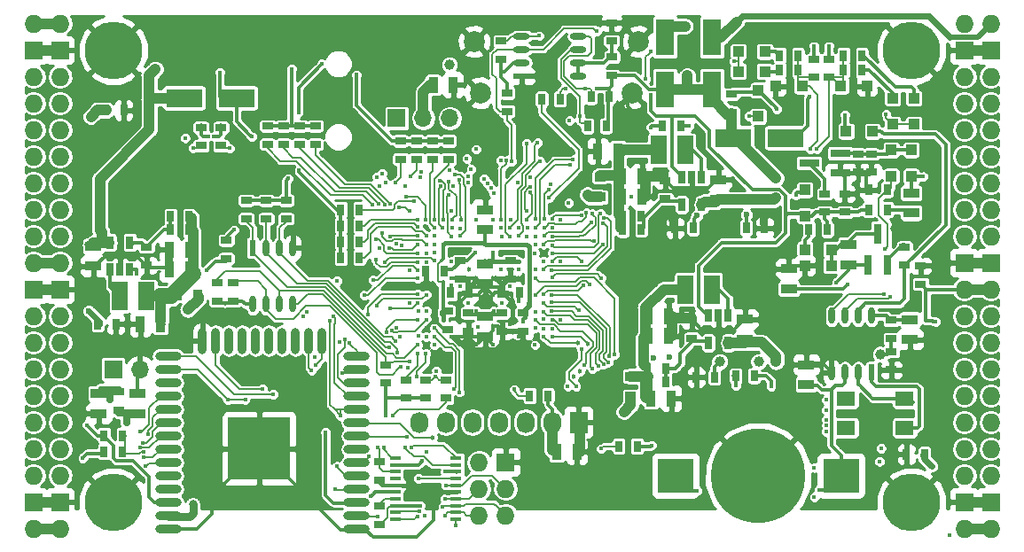
<source format=gbl>
G04 #@! TF.GenerationSoftware,KiCad,Pcbnew,5.0.0-rc2-dev-unknown+dfsg1+20180318-2*
G04 #@! TF.CreationDate,2018-06-03T12:29:31+02:00*
G04 #@! TF.ProjectId,ulx3s,756C7833732E6B696361645F70636200,rev?*
G04 #@! TF.SameCoordinates,Original*
G04 #@! TF.FileFunction,Copper,L4,Bot,Signal*
G04 #@! TF.FilePolarity,Positive*
%FSLAX46Y46*%
G04 Gerber Fmt 4.6, Leading zero omitted, Abs format (unit mm)*
G04 Created by KiCad (PCBNEW 5.0.0-rc2-dev-unknown+dfsg1+20180318-2) date Sun Jun  3 12:29:31 2018*
%MOMM*%
%LPD*%
G01*
G04 APERTURE LIST*
%ADD10O,1.727200X1.727200*%
%ADD11R,1.727200X1.727200*%
%ADD12R,0.700000X1.200000*%
%ADD13C,5.500000*%
%ADD14R,1.000000X0.400000*%
%ADD15R,1.727200X2.032000*%
%ADD16O,1.727200X2.032000*%
%ADD17R,3.500000X3.300000*%
%ADD18C,9.000000*%
%ADD19R,0.600000X1.550000*%
%ADD20O,0.600000X1.550000*%
%ADD21O,2.500000X0.900000*%
%ADD22O,0.900000X2.500000*%
%ADD23R,6.000000X6.000000*%
%ADD24R,1.800000X1.400000*%
%ADD25R,0.970000X1.500000*%
%ADD26R,1.500000X0.970000*%
%ADD27R,0.670000X1.000000*%
%ADD28R,1.000000X0.670000*%
%ADD29C,2.000000*%
%ADD30R,1.000000X1.000000*%
%ADD31R,0.800000X1.900000*%
%ADD32R,1.900000X0.800000*%
%ADD33R,3.500000X1.800000*%
%ADD34R,1.800000X3.500000*%
%ADD35C,0.300000*%
%ADD36R,1.000000X0.845000*%
%ADD37R,0.845000X1.000000*%
%ADD38R,1.700000X1.700000*%
%ADD39O,1.700000X1.700000*%
%ADD40R,1.550000X0.600000*%
%ADD41O,1.550000X0.600000*%
%ADD42R,1.500000X2.700000*%
%ADD43C,0.400000*%
%ADD44C,0.700000*%
%ADD45C,0.454000*%
%ADD46C,0.600000*%
%ADD47C,1.000000*%
%ADD48C,0.800000*%
%ADD49C,0.300000*%
%ADD50C,0.500000*%
%ADD51C,1.000000*%
%ADD52C,0.600000*%
%ADD53C,0.400000*%
%ADD54C,0.800000*%
%ADD55C,0.700000*%
%ADD56C,0.190000*%
%ADD57C,0.200000*%
%ADD58C,1.500000*%
%ADD59C,0.127000*%
%ADD60C,0.180000*%
%ADD61C,1.200000*%
%ADD62C,0.254000*%
G04 APERTURE END LIST*
D10*
X97910000Y-62690000D03*
X95370000Y-62690000D03*
D11*
X97910000Y-65230000D03*
X95370000Y-65230000D03*
D10*
X97910000Y-67770000D03*
X95370000Y-67770000D03*
X97910000Y-70310000D03*
X95370000Y-70310000D03*
X97910000Y-72850000D03*
X95370000Y-72850000D03*
X97910000Y-75390000D03*
X95370000Y-75390000D03*
X97910000Y-77930000D03*
X95370000Y-77930000D03*
X97910000Y-80470000D03*
X95370000Y-80470000D03*
X97910000Y-83010000D03*
X95370000Y-83010000D03*
X97910000Y-85550000D03*
X95370000Y-85550000D03*
D11*
X97910000Y-88090000D03*
X95370000Y-88090000D03*
D10*
X97910000Y-90630000D03*
X95370000Y-90630000D03*
X97910000Y-93170000D03*
X95370000Y-93170000D03*
X97910000Y-95710000D03*
X95370000Y-95710000D03*
X97910000Y-98250000D03*
X95370000Y-98250000D03*
X97910000Y-100790000D03*
X95370000Y-100790000D03*
X97910000Y-103330000D03*
X95370000Y-103330000D03*
X97910000Y-105870000D03*
X95370000Y-105870000D03*
D11*
X97910000Y-108410000D03*
X95370000Y-108410000D03*
D10*
X97910000Y-110950000D03*
X95370000Y-110950000D03*
D12*
X159825000Y-90600000D03*
X160775000Y-90600000D03*
X161725000Y-90600000D03*
X161725000Y-93200000D03*
X159825000Y-93200000D03*
X104575000Y-86215000D03*
X103625000Y-86215000D03*
X102675000Y-86215000D03*
X102675000Y-83615000D03*
X104575000Y-83615000D03*
X157285000Y-77392000D03*
X158235000Y-77392000D03*
X159185000Y-77392000D03*
X159185000Y-79992000D03*
X157285000Y-79992000D03*
D10*
X184270000Y-110950000D03*
X186810000Y-110950000D03*
D11*
X184270000Y-108410000D03*
X186810000Y-108410000D03*
D10*
X184270000Y-105870000D03*
X186810000Y-105870000D03*
X184270000Y-103330000D03*
X186810000Y-103330000D03*
X184270000Y-100790000D03*
X186810000Y-100790000D03*
X184270000Y-98250000D03*
X186810000Y-98250000D03*
X184270000Y-95710000D03*
X186810000Y-95710000D03*
X184270000Y-93170000D03*
X186810000Y-93170000D03*
X184270000Y-90630000D03*
X186810000Y-90630000D03*
X184270000Y-88090000D03*
X186810000Y-88090000D03*
D11*
X184270000Y-85550000D03*
X186810000Y-85550000D03*
D10*
X184270000Y-83010000D03*
X186810000Y-83010000D03*
X184270000Y-80470000D03*
X186810000Y-80470000D03*
X184270000Y-77930000D03*
X186810000Y-77930000D03*
X184270000Y-75390000D03*
X186810000Y-75390000D03*
X184270000Y-72850000D03*
X186810000Y-72850000D03*
X184270000Y-70310000D03*
X186810000Y-70310000D03*
X184270000Y-67770000D03*
X186810000Y-67770000D03*
D11*
X184270000Y-65230000D03*
X186810000Y-65230000D03*
D10*
X184270000Y-62690000D03*
X186810000Y-62690000D03*
D13*
X102990000Y-108410000D03*
X179190000Y-108410000D03*
X179190000Y-65230000D03*
X102990000Y-65230000D03*
D14*
X135735000Y-104215000D03*
X135735000Y-104865000D03*
X135735000Y-105515000D03*
X135735000Y-106165000D03*
X135735000Y-106815000D03*
X135735000Y-107465000D03*
X135735000Y-108115000D03*
X135735000Y-108765000D03*
X135735000Y-109415000D03*
X135735000Y-110065000D03*
X129935000Y-110065000D03*
X129935000Y-109415000D03*
X129935000Y-108765000D03*
X129935000Y-108115000D03*
X129935000Y-107465000D03*
X129935000Y-106815000D03*
X129935000Y-106165000D03*
X129935000Y-105515000D03*
X129935000Y-104865000D03*
X129935000Y-104215000D03*
D11*
X140455000Y-104600000D03*
D10*
X137915000Y-104600000D03*
X140455000Y-107140000D03*
X137915000Y-107140000D03*
X140455000Y-109680000D03*
X137915000Y-109680000D03*
D15*
X147440000Y-100790000D03*
D16*
X144900000Y-100790000D03*
X142360000Y-100790000D03*
X139820000Y-100790000D03*
X137280000Y-100790000D03*
X134740000Y-100790000D03*
X132200000Y-100790000D03*
D17*
X172485000Y-105870000D03*
X156685000Y-105870000D03*
D18*
X164585000Y-105870000D03*
D19*
X175395000Y-96015000D03*
D20*
X174125000Y-96015000D03*
X172855000Y-96015000D03*
X171585000Y-96015000D03*
X171585000Y-90615000D03*
X172855000Y-90615000D03*
X174125000Y-90615000D03*
X175395000Y-90615000D03*
D19*
X116325000Y-84120000D03*
D20*
X117595000Y-84120000D03*
X118865000Y-84120000D03*
X120135000Y-84120000D03*
X120135000Y-89520000D03*
X118865000Y-89520000D03*
X117595000Y-89520000D03*
X116325000Y-89520000D03*
D21*
X126230000Y-111000000D03*
X126230000Y-109730000D03*
X126230000Y-108460000D03*
X126230000Y-107190000D03*
X126230000Y-105920000D03*
X126230000Y-104650000D03*
X126230000Y-103380000D03*
X126230000Y-102110000D03*
X126230000Y-100840000D03*
X126230000Y-99570000D03*
X126230000Y-98300000D03*
X126230000Y-97030000D03*
X126230000Y-95760000D03*
X126230000Y-94490000D03*
D22*
X122945000Y-93000000D03*
X121675000Y-93000000D03*
X120405000Y-93000000D03*
X119135000Y-93000000D03*
X117865000Y-93000000D03*
X116595000Y-93000000D03*
X115325000Y-93000000D03*
X114055000Y-93000000D03*
X112785000Y-93000000D03*
X111515000Y-93000000D03*
D21*
X108230000Y-94490000D03*
X108230000Y-95760000D03*
X108230000Y-97030000D03*
X108230000Y-98300000D03*
X108230000Y-99570000D03*
X108230000Y-100840000D03*
X108230000Y-102110000D03*
X108230000Y-103380000D03*
X108230000Y-104650000D03*
X108230000Y-105920000D03*
X108230000Y-107190000D03*
X108230000Y-108460000D03*
X108230000Y-109730000D03*
X108230000Y-111000000D03*
D23*
X116930000Y-103300000D03*
D24*
X178576000Y-98522000D03*
X172976000Y-98522000D03*
X172976000Y-101322000D03*
X178576000Y-101322000D03*
D25*
X133546000Y-68550000D03*
X135456000Y-68550000D03*
D26*
X101085000Y-83960000D03*
X101085000Y-85870000D03*
D27*
X153985000Y-96910000D03*
X155735000Y-96910000D03*
D25*
X156015000Y-90630000D03*
X154105000Y-90630000D03*
X154105000Y-92535000D03*
X156015000Y-92535000D03*
D26*
X163315000Y-90945000D03*
X163315000Y-92855000D03*
D27*
X151645000Y-82375000D03*
X153395000Y-82375000D03*
D25*
X153475000Y-79200000D03*
X151565000Y-79200000D03*
X153475000Y-77295000D03*
X151565000Y-77295000D03*
D26*
X160775000Y-79520000D03*
X160775000Y-77610000D03*
D27*
X108465000Y-81105000D03*
X110215000Y-81105000D03*
D25*
X108385000Y-84280000D03*
X110295000Y-84280000D03*
X110295000Y-86185000D03*
X108385000Y-86185000D03*
D26*
X173221000Y-83833000D03*
X173221000Y-85743000D03*
D28*
X175380000Y-76900000D03*
X175380000Y-75150000D03*
D26*
X105276000Y-99967000D03*
X105276000Y-98057000D03*
X167506000Y-88029000D03*
X167506000Y-86119000D03*
X138500000Y-90665000D03*
X138500000Y-92575000D03*
D28*
X150589600Y-64359000D03*
X150589600Y-62609000D03*
D26*
X138500000Y-82375000D03*
X138500000Y-80465000D03*
X138500000Y-87575000D03*
X138500000Y-85665000D03*
X101593000Y-99967000D03*
X101593000Y-98057000D03*
D25*
X154359000Y-98504000D03*
X156269000Y-98504000D03*
X105591000Y-91392000D03*
X107501000Y-91392000D03*
X151189000Y-74882000D03*
X149279000Y-74882000D03*
D28*
X140900000Y-87095000D03*
X140900000Y-85345000D03*
X136100000Y-87095000D03*
X136100000Y-85345000D03*
X136900000Y-92095000D03*
X136900000Y-90345000D03*
X140100000Y-90345000D03*
X140100000Y-92095000D03*
X142100000Y-92095000D03*
X142100000Y-90345000D03*
X134900000Y-90145000D03*
X134900000Y-91895000D03*
D27*
X135225000Y-88420000D03*
X136975000Y-88420000D03*
X140025000Y-88420000D03*
X141775000Y-88420000D03*
X163425000Y-82220000D03*
X165175000Y-82220000D03*
X158375000Y-82220000D03*
X156625000Y-82220000D03*
D28*
X177300000Y-94025000D03*
X177300000Y-95775000D03*
D25*
X145342000Y-103584000D03*
X147252000Y-103584000D03*
D27*
X103995000Y-70963000D03*
X102245000Y-70963000D03*
X103245000Y-91410000D03*
X101495000Y-91410000D03*
D28*
X180094000Y-87586000D03*
X180094000Y-85836000D03*
D27*
X180473000Y-103856000D03*
X178723000Y-103856000D03*
X158645000Y-96490000D03*
X160395000Y-96490000D03*
X132827200Y-86330000D03*
X134577200Y-86330000D03*
D26*
X169172000Y-95281000D03*
X169172000Y-97191000D03*
X179190000Y-80790000D03*
X179190000Y-78880000D03*
D29*
X152546000Y-69312000D03*
X138046000Y-69312000D03*
X153146000Y-64412000D03*
X137446000Y-64412000D03*
D30*
X169050000Y-84280000D03*
X171550000Y-84280000D03*
X169030000Y-78585000D03*
X169030000Y-81085000D03*
X171550000Y-85804000D03*
X169050000Y-85804000D03*
X179190000Y-74775000D03*
X179190000Y-77275000D03*
X177285000Y-77275000D03*
X177285000Y-74775000D03*
X172987000Y-72977000D03*
X175487000Y-72977000D03*
X164585000Y-69060000D03*
X164585000Y-71560000D03*
X168756000Y-68659000D03*
X166256000Y-68659000D03*
X174979000Y-68659000D03*
X172479000Y-68659000D03*
X165200000Y-67262000D03*
X162700000Y-67262000D03*
X162700000Y-65357000D03*
X165200000Y-65357000D03*
X177412000Y-72322000D03*
X177412000Y-69822000D03*
X179444000Y-69822000D03*
X179444000Y-72322000D03*
D31*
X176015000Y-82780000D03*
X175065000Y-85780000D03*
X176965000Y-85780000D03*
D32*
X172435000Y-75075000D03*
X172435000Y-76975000D03*
X169435000Y-76025000D03*
D33*
X114761000Y-69802000D03*
X109761000Y-69802000D03*
X167212000Y-73612000D03*
X162212000Y-73612000D03*
D34*
X155695000Y-69000000D03*
X155695000Y-64000000D03*
X160140000Y-69000000D03*
X160140000Y-64000000D03*
D35*
X182888000Y-111603000D03*
D28*
X113277000Y-74360000D03*
X113277000Y-72610000D03*
X111372000Y-72610000D03*
X111372000Y-74360000D03*
D27*
X155455000Y-72487000D03*
X157205000Y-72487000D03*
D28*
X171316000Y-66090000D03*
X171316000Y-67840000D03*
X169919000Y-67840000D03*
X169919000Y-66090000D03*
D27*
X174477000Y-65738000D03*
X172727000Y-65738000D03*
D28*
X128390000Y-106321000D03*
X128390000Y-104571000D03*
X117722000Y-72483000D03*
X117722000Y-74233000D03*
X119246000Y-74233000D03*
X119246000Y-72483000D03*
X120770000Y-72483000D03*
X120770000Y-74233000D03*
X122294000Y-74233000D03*
X122294000Y-72483000D03*
D27*
X145655000Y-69900000D03*
X143905000Y-69900000D03*
D36*
X152393000Y-96398500D03*
X152393000Y-98323500D03*
D37*
X111064500Y-88598000D03*
X109139500Y-88598000D03*
D36*
X149472000Y-77348500D03*
X149472000Y-79273500D03*
D38*
X102990000Y-95710000D03*
D39*
X105530000Y-95710000D03*
D38*
X130056000Y-71725000D03*
D39*
X132596000Y-71725000D03*
X135136000Y-71725000D03*
D27*
X166631000Y-65738000D03*
X168381000Y-65738000D03*
D28*
X134740000Y-96740000D03*
X134740000Y-98490000D03*
D40*
X141980000Y-67706500D03*
D41*
X141980000Y-66436500D03*
X141980000Y-65166500D03*
X141980000Y-63896500D03*
X147380000Y-63896500D03*
X147380000Y-65166500D03*
X147380000Y-66436500D03*
X147380000Y-67706500D03*
D26*
X179078000Y-90963000D03*
X179078000Y-92873000D03*
D28*
X177300000Y-92793000D03*
X177300000Y-91043000D03*
D42*
X160140000Y-88090000D03*
X157600000Y-88090000D03*
X103625000Y-88725000D03*
X106165000Y-88725000D03*
X155060000Y-74755000D03*
X157600000Y-74755000D03*
D27*
X171175000Y-82375000D03*
X169425000Y-82375000D03*
D28*
X172840000Y-78960000D03*
X172840000Y-80710000D03*
X162045000Y-71185000D03*
X162045000Y-69435000D03*
D27*
X176890000Y-80470000D03*
X175140000Y-80470000D03*
D28*
X174110000Y-75150000D03*
X174110000Y-76900000D03*
X178555000Y-85790000D03*
X178555000Y-84040000D03*
X113785000Y-85155000D03*
X113785000Y-83405000D03*
X170935000Y-80710000D03*
X170935000Y-78960000D03*
X128390000Y-110555000D03*
X128390000Y-108805000D03*
D27*
X151264000Y-103076000D03*
X153014000Y-103076000D03*
D28*
X119500000Y-81345000D03*
X119500000Y-79595000D03*
X114420000Y-89219000D03*
X114420000Y-87469000D03*
D27*
X175140000Y-78565000D03*
X176890000Y-78565000D03*
X124721000Y-85060000D03*
X126471000Y-85060000D03*
X126471000Y-83536000D03*
X124721000Y-83536000D03*
X124721000Y-82012000D03*
X126471000Y-82012000D03*
X126471000Y-80470000D03*
X124721000Y-80470000D03*
D28*
X130422000Y-73898000D03*
X130422000Y-75648000D03*
X131961000Y-73898000D03*
X131961000Y-75648000D03*
X133485000Y-73898000D03*
X133485000Y-75648000D03*
X135009000Y-75648000D03*
X135009000Y-73898000D03*
X140025500Y-66105000D03*
X140025500Y-64355000D03*
X140597000Y-71076000D03*
X140597000Y-69326000D03*
X150615000Y-67647000D03*
X150615000Y-65897000D03*
D27*
X148300000Y-72487000D03*
X150050000Y-72487000D03*
X150362000Y-69693000D03*
X148612000Y-69693000D03*
D28*
X129025000Y-95300000D03*
X129025000Y-97050000D03*
X117595000Y-79595000D03*
X117595000Y-81345000D03*
X112896000Y-89219000D03*
X112896000Y-87469000D03*
X115690000Y-79595000D03*
X115690000Y-81345000D03*
D27*
X142755000Y-98250000D03*
X144505000Y-98250000D03*
D28*
X132835000Y-98490000D03*
X132835000Y-96740000D03*
X130930000Y-96740000D03*
X130930000Y-98490000D03*
D27*
X102115000Y-103600000D03*
X103865000Y-103600000D03*
X102115000Y-102060000D03*
X103865000Y-102060000D03*
D28*
X103498000Y-99633000D03*
X103498000Y-97883000D03*
D27*
X164190000Y-96345000D03*
X162440000Y-96345000D03*
X168381000Y-67135000D03*
X166631000Y-67135000D03*
X174475000Y-67120000D03*
X172725000Y-67120000D03*
X153985000Y-95640000D03*
X155735000Y-95640000D03*
X110215000Y-82375000D03*
X108465000Y-82375000D03*
X151645000Y-81105000D03*
X153395000Y-81105000D03*
D28*
X158235000Y-92775000D03*
X158235000Y-91025000D03*
X106165000Y-85790000D03*
X106165000Y-84040000D03*
X155695000Y-79440000D03*
X155695000Y-77690000D03*
D43*
X124632693Y-93120351D03*
D44*
X112784000Y-102840000D03*
D43*
X141742847Y-69038361D03*
X152408000Y-72169500D03*
X138480000Y-92600000D03*
X140080000Y-92600000D03*
X135280000Y-87000000D03*
X145687392Y-90996646D03*
D45*
X141675979Y-86986521D03*
D43*
X140876932Y-84552536D03*
X132882184Y-84635369D03*
X132879996Y-82103336D03*
X140922639Y-81447441D03*
X177287984Y-96778661D03*
D46*
X152510125Y-81695229D03*
D43*
X131264297Y-86227110D03*
X173856000Y-71538990D03*
D47*
X164947008Y-63194069D03*
X175494572Y-64322557D03*
D43*
X135342764Y-89381630D03*
X144103496Y-84660400D03*
D47*
X177658444Y-82281349D03*
D43*
X145680000Y-81405125D03*
X145691238Y-94166752D03*
D47*
X162956098Y-95078488D03*
X158539988Y-94868772D03*
D46*
X161075765Y-80992022D03*
X164882869Y-80938986D03*
X156262773Y-81349374D03*
D43*
X149169500Y-68867500D03*
D46*
X123437000Y-108972000D03*
D43*
X135281276Y-80583119D03*
X131279502Y-89407325D03*
X170309539Y-85441529D03*
X145672808Y-85396062D03*
X133216000Y-107465000D03*
X137680000Y-88600000D03*
X142480000Y-95000000D03*
X141680000Y-92600000D03*
X135284627Y-94985297D03*
X135288625Y-94225619D03*
X134455822Y-94267172D03*
X136095958Y-93369652D03*
D45*
X139264636Y-91615205D03*
D47*
X116880503Y-64802940D03*
X106974809Y-64953974D03*
D43*
X140874194Y-91433353D03*
X142480000Y-94200000D03*
X140880000Y-93400000D03*
X139280000Y-93400000D03*
X137680000Y-93400000D03*
X136880000Y-92600000D03*
X135280000Y-92600000D03*
X132880000Y-91800000D03*
X132880000Y-93400000D03*
D45*
X139280000Y-87000000D03*
X137680000Y-87000000D03*
X136080000Y-84600000D03*
X139280000Y-88600000D03*
D47*
X166275426Y-77459534D03*
X107021491Y-67043629D03*
D43*
X172047074Y-87438453D03*
D47*
X166255545Y-79350736D03*
X157807568Y-67669269D03*
X101707889Y-82423180D03*
X166284693Y-95025145D03*
X157600000Y-62944000D03*
D43*
X119692151Y-77494120D03*
X135263000Y-87727000D03*
X141740000Y-89250994D03*
D46*
X156091000Y-94585000D03*
D43*
X140032430Y-67286930D03*
X137803000Y-91664000D03*
D46*
X181155918Y-104980708D03*
D43*
X171089123Y-98665996D03*
X171089123Y-99619659D03*
D47*
X135105588Y-66616618D03*
D43*
X181491000Y-91156000D03*
X113660608Y-89375718D03*
D47*
X148268387Y-79050018D03*
D43*
X114513935Y-82409431D03*
X109840000Y-73620000D03*
X132110753Y-92527478D03*
X165803369Y-97344883D03*
D47*
X160905403Y-95006436D03*
D46*
X158731133Y-81048929D03*
X154593901Y-94607945D03*
D47*
X164625730Y-94982471D03*
D46*
X163462982Y-80942429D03*
D47*
X176254940Y-94288458D03*
D48*
X110593913Y-108636458D03*
D43*
X180340784Y-77316932D03*
X173137949Y-87594275D03*
D44*
X102710050Y-98594954D03*
D43*
X129005202Y-100174798D03*
X176305593Y-103279812D03*
X100080000Y-104200000D03*
X139272517Y-84611349D03*
X141680000Y-86200000D03*
X132880000Y-92600000D03*
X141680000Y-85400000D03*
X121494155Y-90235621D03*
X130019546Y-91732979D03*
X121166000Y-90648000D03*
X130384540Y-92584728D03*
X146394787Y-97333919D03*
X143300000Y-86220000D03*
X144891603Y-91881937D03*
X147175985Y-97333919D03*
X147700000Y-93820000D03*
X142107219Y-91201016D03*
D47*
X110128890Y-90028152D03*
D43*
X142480000Y-83800000D03*
X134480000Y-83800000D03*
X134480000Y-91000000D03*
X154313000Y-69502500D03*
X120664983Y-71227362D03*
X122926177Y-66532317D03*
X105245010Y-86595559D03*
X128216338Y-109813327D03*
X121928000Y-95855000D03*
X115593957Y-98664957D03*
X113927000Y-98649000D03*
X122309000Y-95347000D03*
X122203636Y-94585375D03*
X117229000Y-97633008D03*
X118245000Y-98141000D03*
X162441000Y-97270000D03*
X169553000Y-74646000D03*
X170188000Y-74646000D03*
X157996000Y-72487000D03*
X169517039Y-69686488D03*
X170411010Y-107286196D03*
X158716651Y-107325176D03*
X136050273Y-97914229D03*
X132708000Y-109680000D03*
X134750646Y-106810513D03*
X133680000Y-91800000D03*
X135517000Y-97633000D03*
X134675868Y-108131585D03*
D45*
X133449289Y-102232615D03*
D43*
X133680000Y-92600000D03*
X132928488Y-103601340D03*
X127419091Y-104077728D03*
X133685482Y-93402296D03*
X134463998Y-108841973D03*
X131986331Y-96404793D03*
X131039072Y-102187000D03*
X134636872Y-109719950D03*
X132846234Y-94197073D03*
X176700000Y-84220000D03*
X143260000Y-84620000D03*
X120739932Y-76694083D03*
X126204504Y-67585368D03*
X148090000Y-68867500D03*
X147582000Y-71534498D03*
X127810351Y-87182069D03*
X132083026Y-86260405D03*
X124849021Y-96102869D03*
X113157250Y-67343629D03*
X116198000Y-73474420D03*
X127586603Y-107875044D03*
X146233418Y-68946082D03*
X131453853Y-103208291D03*
X149787294Y-81774991D03*
X144080000Y-86200000D03*
X149553145Y-86989440D03*
X144894316Y-86977564D03*
X144896700Y-83863953D03*
X149527221Y-80838006D03*
D45*
X147343891Y-93217126D03*
D43*
X144113248Y-92588762D03*
X149853189Y-81252115D03*
X144875155Y-86292748D03*
X144916886Y-83019942D03*
X148696112Y-80861847D03*
D45*
X148349010Y-93322307D03*
D43*
X144882352Y-92577990D03*
X144902941Y-91037926D03*
X148747982Y-95669626D03*
X144867244Y-90193915D03*
X149795895Y-95251084D03*
X144856756Y-89349904D03*
X150278898Y-95040253D03*
X150345974Y-94517527D03*
X144877648Y-88622010D03*
X150889207Y-94332565D03*
X143280000Y-87000000D03*
X129972715Y-93035096D03*
X131084713Y-95564177D03*
X130422000Y-95456000D03*
X131316164Y-94959140D03*
X130123373Y-94122671D03*
X132031990Y-93400000D03*
X129362027Y-93645784D03*
X141280657Y-97642010D03*
X133852393Y-95875797D03*
X133762848Y-96395146D03*
X132080000Y-94200000D03*
X128452683Y-84116867D03*
X105890482Y-103613569D03*
X129449238Y-89937935D03*
X130839477Y-103208987D03*
X132075624Y-89410644D03*
X128806823Y-103185900D03*
X128136791Y-89611518D03*
X132162861Y-106185868D03*
X132880000Y-88600000D03*
X126970181Y-88659309D03*
X124322162Y-105002357D03*
X132080000Y-87000000D03*
X125525099Y-93236764D03*
X124202418Y-107207639D03*
X110599084Y-74589383D03*
X132024412Y-109766775D03*
X114104080Y-74612196D03*
X132219727Y-109277292D03*
X131677570Y-79697994D03*
X132088008Y-81408008D03*
X132079995Y-82103334D03*
X132872609Y-82947347D03*
X133664491Y-81414685D03*
X133648389Y-82190597D03*
X131353451Y-77264702D03*
X129920953Y-77910818D03*
X129568570Y-92005655D03*
X132880000Y-91000000D03*
X129055731Y-92162718D03*
X132077338Y-91002010D03*
X131265176Y-80621782D03*
X130272149Y-80238214D03*
X128091794Y-85277024D03*
X132089786Y-85479378D03*
X146565997Y-71979003D03*
X134250176Y-78253806D03*
X163703220Y-71542164D03*
X134433979Y-82180155D03*
X135656559Y-110610712D03*
X149577281Y-103320847D03*
X132468001Y-104503413D03*
D44*
X104260000Y-100790000D03*
D43*
X111895217Y-86253790D03*
X169934000Y-107920000D03*
X169934000Y-105126000D03*
X142571021Y-82204353D03*
X143287402Y-83042010D03*
X154425580Y-102987766D03*
X168166438Y-79108038D03*
X112614274Y-73474420D03*
X112074854Y-73474420D03*
X176185734Y-104520755D03*
X143269694Y-93414905D03*
X171089123Y-101653244D03*
X143280000Y-91800000D03*
X171089123Y-101086833D03*
X144064831Y-91877646D03*
X171089123Y-100559822D03*
X144080000Y-90956495D03*
X135315381Y-82193851D03*
X135414395Y-78229653D03*
X135129679Y-76730134D03*
X136124555Y-82260038D03*
X135587699Y-77140701D03*
X136080000Y-83000000D03*
X142785835Y-77341923D03*
X142460000Y-83020000D03*
X143280000Y-83800000D03*
X169919000Y-64849000D03*
X171316000Y-64849000D03*
X125110333Y-92897638D03*
X182888000Y-111603000D03*
X124361185Y-87274371D03*
X124361184Y-87274370D03*
X172853718Y-71407275D03*
X166353476Y-70835462D03*
X123273881Y-101715917D03*
X129660000Y-100155000D03*
X128247798Y-103208979D03*
X127301115Y-90454353D03*
X132084049Y-88558274D03*
X120008000Y-67008000D03*
X129437600Y-79946788D03*
X133680000Y-83000000D03*
X128908575Y-79985477D03*
X133680000Y-83800000D03*
X128328791Y-79953099D03*
X130487935Y-83869856D03*
X133623139Y-85366416D03*
X127749884Y-79991140D03*
X128913013Y-85505853D03*
X129992018Y-83691508D03*
X136080000Y-87800000D03*
X137624890Y-90122896D03*
X139322319Y-90164039D03*
X140080000Y-89400000D03*
X136880000Y-89400000D03*
X140896226Y-87816226D03*
D45*
X136938110Y-86196311D03*
D43*
X140014602Y-86192969D03*
D47*
X151758000Y-99774000D03*
D43*
X135021320Y-79024950D03*
X135280000Y-83022010D03*
X154298000Y-72596000D03*
X100450000Y-101044000D03*
X132285867Y-108754446D03*
X134707351Y-105508447D03*
X139280000Y-81400000D03*
X139314656Y-78918689D03*
X139039938Y-78419090D03*
X138722927Y-77981589D03*
X138405916Y-77551542D03*
X137625200Y-74696800D03*
X137680000Y-81400000D03*
X136742593Y-75579407D03*
X137174375Y-76624866D03*
X136863200Y-77287600D03*
X136894606Y-77861070D03*
X136048819Y-77645502D03*
X136233339Y-81437235D03*
X135359567Y-81395445D03*
X135034780Y-77831198D03*
X134508502Y-81406751D03*
X134177298Y-77721089D03*
D45*
X146942280Y-96452058D03*
X147534467Y-95913260D03*
D43*
X147928857Y-95339016D03*
X143322010Y-91000657D03*
X149284391Y-95377990D03*
X144077013Y-90266968D03*
X147430953Y-90112484D03*
X144076240Y-89395301D03*
X143322010Y-90201951D03*
X147910791Y-87683418D03*
X144082832Y-88584510D03*
X148483539Y-87623462D03*
X143322010Y-88595030D03*
X144102010Y-85397219D03*
X144889349Y-85448737D03*
X147687390Y-85374093D03*
X144912409Y-84657964D03*
X149732494Y-83807694D03*
X148921512Y-83442010D03*
X144103186Y-83777990D03*
X144131413Y-83000000D03*
X148610661Y-81705858D03*
X144888125Y-82175931D03*
X144176662Y-82199998D03*
X148175253Y-80781550D03*
X144887777Y-81331919D03*
X147688311Y-80983115D03*
X142450323Y-81420000D03*
X142811300Y-78846033D03*
X142784407Y-78283067D03*
X142460000Y-80620000D03*
X144138346Y-81383767D03*
X144606344Y-78517346D03*
X144791531Y-78023942D03*
X146587441Y-76174058D03*
X143332651Y-82197990D03*
X146909804Y-75707894D03*
X143294334Y-81377293D03*
X143708879Y-75817300D03*
X141727010Y-82998875D03*
X141727010Y-82194937D03*
X140028978Y-82200000D03*
X141624813Y-77914503D03*
X142436989Y-74138000D03*
X140861329Y-83041266D03*
X143518000Y-74074500D03*
X140872990Y-82177164D03*
X132309031Y-77342560D03*
X132428734Y-76829323D03*
X128644933Y-77015661D03*
X128152012Y-77332672D03*
X128446805Y-78179514D03*
X128961752Y-77878818D03*
X130878594Y-78253288D03*
X132820479Y-81400981D03*
X130952639Y-79249008D03*
X129458086Y-83004065D03*
X132079024Y-82947345D03*
X105572759Y-101661319D03*
X132881746Y-83791358D03*
X128691780Y-82737217D03*
X106276126Y-101893466D03*
X105840996Y-102767214D03*
X129302562Y-84153497D03*
X132083682Y-83791356D03*
X128062071Y-83328884D03*
X105553144Y-103208669D03*
X132092886Y-84635367D03*
X105847765Y-104138847D03*
X133671942Y-84595200D03*
X132896883Y-85469380D03*
X106088753Y-104974041D03*
X123709657Y-91064721D03*
X124707442Y-100126977D03*
X132900000Y-90180000D03*
X124015020Y-90635192D03*
X132100000Y-90157990D03*
X139992737Y-75748003D03*
X162271466Y-66284958D03*
X140028978Y-81400000D03*
X140517734Y-75793988D03*
X176797084Y-71341791D03*
X154313000Y-65375000D03*
X153805000Y-67996270D03*
X176605426Y-88507160D03*
X152497066Y-79193467D03*
X146481406Y-79819384D03*
X143650666Y-63862520D03*
X177211069Y-88764025D03*
X141042112Y-75846610D03*
X140060000Y-83020000D03*
X149134122Y-63424051D03*
X144606344Y-79361357D03*
D47*
X100855891Y-71574861D03*
D43*
X135280000Y-85400000D03*
D46*
X100652119Y-90162239D03*
D43*
X137550785Y-84577294D03*
X135280000Y-86200000D03*
D49*
X152154000Y-69704000D02*
X152154000Y-70610213D01*
X152154000Y-70610213D02*
X152408000Y-70864213D01*
X152408000Y-70864213D02*
X152408000Y-72169500D01*
X152903398Y-83282000D02*
X152510125Y-82888727D01*
X154588000Y-83282000D02*
X152903398Y-83282000D01*
X152510125Y-82888727D02*
X152510125Y-82119493D01*
X155650000Y-82220000D02*
X154588000Y-83282000D01*
X156262773Y-81349374D02*
X156262773Y-81932773D01*
X156550000Y-82220000D02*
X155650000Y-82220000D01*
X156262773Y-81932773D02*
X156550000Y-82220000D01*
X152510125Y-82119493D02*
X152510125Y-81695229D01*
X169172000Y-95193500D02*
X170763500Y-95193500D01*
X170763500Y-95193500D02*
X171585000Y-96015000D01*
D50*
X136188509Y-87050148D02*
X136609374Y-87050148D01*
X136609374Y-87050148D02*
X136850000Y-87290774D01*
X136850000Y-87290774D02*
X136850000Y-88027041D01*
D49*
X135280000Y-87000000D02*
X136070000Y-87000000D01*
X136070000Y-87000000D02*
X136100000Y-86970000D01*
X141662500Y-87000000D02*
X141675979Y-86986521D01*
X139280000Y-87000000D02*
X141662500Y-87000000D01*
X141354953Y-86986521D02*
X141675979Y-86986521D01*
X140773938Y-86994997D02*
X140782414Y-86986521D01*
X140782414Y-86986521D02*
X141354953Y-86986521D01*
X133680000Y-91000000D02*
X132880000Y-91800000D01*
X134450000Y-91770000D02*
X133680000Y-91000000D01*
X134900000Y-91770000D02*
X134450000Y-91770000D01*
X177300000Y-95850000D02*
X177300000Y-96766645D01*
X177300000Y-96766645D02*
X177287984Y-96778661D01*
X139163860Y-75537864D02*
X137472985Y-77228739D01*
X139163860Y-73733860D02*
X139163860Y-75537864D01*
X137472985Y-77228739D02*
X137472985Y-78092985D01*
X137680000Y-71550000D02*
X137680000Y-72250000D01*
X137680000Y-72250000D02*
X139163860Y-73733860D01*
X138500000Y-79120000D02*
X138500000Y-80170000D01*
X137472985Y-78092985D02*
X138500000Y-79120000D01*
X105276000Y-97762000D02*
X105276000Y-95964000D01*
X105276000Y-95964000D02*
X105530000Y-95710000D01*
X138500000Y-87870000D02*
X137137029Y-87870000D01*
X137137029Y-87870000D02*
X136979988Y-88027041D01*
X136979988Y-88027041D02*
X136850000Y-88027041D01*
X140150000Y-88420000D02*
X140150000Y-87836000D01*
X140150000Y-87836000D02*
X140150000Y-87618935D01*
X138500000Y-87870000D02*
X140116000Y-87870000D01*
X140116000Y-87870000D02*
X140150000Y-87836000D01*
X139280000Y-88600000D02*
X139230000Y-88600000D01*
X139230000Y-88600000D02*
X138500000Y-87870000D01*
X137680000Y-88600000D02*
X137770000Y-88600000D01*
X137770000Y-88600000D02*
X138500000Y-87870000D01*
D51*
X147547000Y-103584000D02*
X147547000Y-100897000D01*
D49*
X147547000Y-100897000D02*
X147440000Y-100790000D01*
X175494572Y-64322557D02*
X166075496Y-64322557D01*
X166075496Y-64322557D02*
X165447007Y-63694068D01*
X165447007Y-63694068D02*
X164947008Y-63194069D01*
X164882869Y-80938986D02*
X164882869Y-81852869D01*
X164882869Y-81852869D02*
X165250000Y-82220000D01*
X139264636Y-91615205D02*
X139745205Y-91615205D01*
X139745205Y-91615205D02*
X140100000Y-91970000D01*
D50*
X140150000Y-88420000D02*
X140150000Y-87606614D01*
X140150000Y-87606614D02*
X139543386Y-87000000D01*
D49*
X139543386Y-87000000D02*
X139280000Y-87000000D01*
D50*
X140150000Y-87618935D02*
X140773938Y-86994997D01*
D49*
X137680000Y-87000000D02*
X137680000Y-87050000D01*
X137680000Y-87050000D02*
X138500000Y-87870000D01*
X139280000Y-87000000D02*
X139280000Y-87090000D01*
X139280000Y-87090000D02*
X138500000Y-87870000D01*
X140150000Y-88420000D02*
X141150000Y-89420000D01*
X140150000Y-88420000D02*
X139460000Y-88420000D01*
X139460000Y-88420000D02*
X139280000Y-88600000D01*
X137680000Y-87000000D02*
X137680000Y-87298789D01*
D50*
X137680000Y-87298789D02*
X136850000Y-88128789D01*
D49*
X136850000Y-88128789D02*
X136850000Y-88420000D01*
X136110990Y-86995403D02*
X136110990Y-87288031D01*
X136850000Y-88027041D02*
X136850000Y-88420000D01*
X136110990Y-86995403D02*
X137675403Y-86995403D01*
X137675403Y-86995403D02*
X137680000Y-87000000D01*
X135850000Y-90220000D02*
X135850000Y-89545000D01*
X135850000Y-89545000D02*
X136795000Y-88600000D01*
X136795000Y-88600000D02*
X137397158Y-88600000D01*
X137397158Y-88600000D02*
X137680000Y-88600000D01*
X173236000Y-86249527D02*
X173236000Y-85758000D01*
X172047074Y-87438453D02*
X173236000Y-86249527D01*
X173236000Y-85758000D02*
X173221000Y-85743000D01*
X173221000Y-85743000D02*
X175028000Y-85743000D01*
X175028000Y-85743000D02*
X175065000Y-85780000D01*
D51*
X166245264Y-79350736D02*
X166076000Y-79520000D01*
X166255545Y-79350736D02*
X166245264Y-79350736D01*
X166076000Y-79520000D02*
X160775000Y-79520000D01*
D49*
X160742000Y-79520000D02*
X160536000Y-79726000D01*
X160775000Y-79520000D02*
X160742000Y-79520000D01*
D51*
X160536000Y-79726000D02*
X159451000Y-79726000D01*
X159451000Y-79726000D02*
X159185000Y-79992000D01*
D49*
X150249000Y-69806000D02*
X150249000Y-72016000D01*
X150249000Y-72016000D02*
X150050000Y-72215000D01*
X150362000Y-69693000D02*
X150249000Y-69806000D01*
X150615000Y-67647000D02*
X152770962Y-67647000D01*
X152770962Y-67647000D02*
X154123962Y-69000000D01*
X150362000Y-68881500D02*
X150615000Y-68628500D01*
X150615000Y-68628500D02*
X150615000Y-67647000D01*
X154123962Y-69000000D02*
X155695000Y-69000000D01*
X149452342Y-68867500D02*
X150376000Y-68867500D01*
X150362000Y-68881500D02*
X150376000Y-68867500D01*
X150362000Y-69693000D02*
X150362000Y-68881500D01*
X149169500Y-68867500D02*
X149452342Y-68867500D01*
X133415999Y-107664999D02*
X133216000Y-107465000D01*
X133612013Y-107861013D02*
X133415999Y-107664999D01*
X131991648Y-111780338D02*
X133612013Y-110159973D01*
X127810434Y-111780338D02*
X131991648Y-111780338D01*
X133612013Y-110159973D02*
X133612013Y-107861013D01*
X127060434Y-111030338D02*
X127810434Y-111780338D01*
X126260434Y-111030338D02*
X127060434Y-111030338D01*
D51*
X184270000Y-108410000D02*
X186810000Y-108410000D01*
X184270000Y-85550000D02*
X186810000Y-85550000D01*
X184270000Y-65230000D02*
X186810000Y-65230000D01*
X95370000Y-65230000D02*
X97910000Y-65230000D01*
X95370000Y-88090000D02*
X97910000Y-88090000D01*
X95370000Y-108410000D02*
X97910000Y-108410000D01*
D49*
X108260434Y-111030338D02*
X109060434Y-111030338D01*
X109060434Y-111030338D02*
X109140772Y-110950000D01*
X110957617Y-110950000D02*
X112380000Y-109527617D01*
X109140772Y-110950000D02*
X110957617Y-110950000D01*
X112380000Y-109527617D02*
X112380000Y-107854384D01*
X112380000Y-107854384D02*
X116904046Y-103330338D01*
X116904046Y-103330338D02*
X116960434Y-103330338D01*
X167506000Y-85824000D02*
X169927068Y-85824000D01*
X169927068Y-85824000D02*
X170109540Y-85641528D01*
X170109540Y-85641528D02*
X170309539Y-85441529D01*
X133216000Y-107465000D02*
X132214478Y-107465000D01*
X135735000Y-107465000D02*
X133216000Y-107465000D01*
X132214478Y-107465000D02*
X131572496Y-106823018D01*
X131572496Y-106823018D02*
X129919874Y-106823018D01*
X126260434Y-111030338D02*
X124660659Y-111030338D01*
X124660659Y-111030338D02*
X116960659Y-103330338D01*
X116960659Y-103330338D02*
X116960434Y-103330338D01*
X129935000Y-106815000D02*
X128659000Y-106815000D01*
X128659000Y-106815000D02*
X128390000Y-106546000D01*
X128390000Y-106546000D02*
X128558000Y-106546000D01*
X136126306Y-93400000D02*
X136095958Y-93369652D01*
X136880000Y-92600000D02*
X136110348Y-93369652D01*
X136049652Y-93369652D02*
X136095958Y-93369652D01*
X137680000Y-93400000D02*
X136126306Y-93400000D01*
X135280000Y-92600000D02*
X136049652Y-93369652D01*
X136110348Y-93369652D02*
X136095958Y-93369652D01*
X139264636Y-92054364D02*
X139264636Y-91936231D01*
X139264636Y-91936231D02*
X139264636Y-91615205D01*
X138550000Y-92769000D02*
X139264636Y-92054364D01*
X136880000Y-92600000D02*
X137680000Y-93400000D01*
X136880000Y-92600000D02*
X138381000Y-92600000D01*
X138381000Y-92600000D02*
X138550000Y-92769000D01*
X135280000Y-92600000D02*
X136880000Y-92600000D01*
X138550000Y-92769000D02*
X138649000Y-92769000D01*
X138649000Y-92769000D02*
X139280000Y-93400000D01*
X138550000Y-92769000D02*
X138311000Y-92769000D01*
X138311000Y-92769000D02*
X137680000Y-93400000D01*
X102210000Y-84915000D02*
X103625000Y-84915000D01*
X103625000Y-84915000D02*
X105215000Y-84915000D01*
X103625000Y-86215000D02*
X103625000Y-84915000D01*
X105215000Y-84915000D02*
X106165000Y-85865000D01*
X106165000Y-85865000D02*
X106165000Y-86015000D01*
X101085000Y-86165000D02*
X101085000Y-86040000D01*
X101085000Y-86040000D02*
X102210000Y-84915000D01*
X106165000Y-86015000D02*
X107920000Y-86015000D01*
X107920000Y-86015000D02*
X108090000Y-86185000D01*
D51*
X153770000Y-77295000D02*
X155525000Y-77295000D01*
D49*
X155525000Y-77295000D02*
X155695000Y-77465000D01*
D51*
X153770000Y-79200000D02*
X153770000Y-77295000D01*
D49*
X174110000Y-77125000D02*
X174745000Y-77125000D01*
X174745000Y-77125000D02*
X175230000Y-77125000D01*
X174915000Y-78565000D02*
X174915000Y-77295000D01*
X174915000Y-77295000D02*
X174745000Y-77125000D01*
X172840000Y-78735000D02*
X172840000Y-77380000D01*
X172840000Y-77380000D02*
X172435000Y-76975000D01*
X175230000Y-77125000D02*
X175380000Y-76975000D01*
X172435000Y-76975000D02*
X173960000Y-76975000D01*
X173960000Y-76975000D02*
X174110000Y-77125000D01*
X159850000Y-78365000D02*
X158235000Y-78365000D01*
X158235000Y-78365000D02*
X156445000Y-78365000D01*
X158235000Y-77235000D02*
X158235000Y-78365000D01*
X160775000Y-77315000D02*
X160775000Y-77440000D01*
X160775000Y-77440000D02*
X159850000Y-78365000D01*
X156445000Y-78365000D02*
X155695000Y-77615000D01*
X155695000Y-77615000D02*
X155695000Y-77465000D01*
D51*
X156310000Y-90630000D02*
X156310000Y-92535000D01*
X158235000Y-90800000D02*
X156480000Y-90800000D01*
D49*
X156480000Y-90800000D02*
X156310000Y-90630000D01*
X163315000Y-90650000D02*
X163315000Y-90834602D01*
X163315000Y-90834602D02*
X162249602Y-91900000D01*
X162249602Y-91900000D02*
X160775000Y-91900000D01*
X101085000Y-86165000D02*
X101085000Y-85929893D01*
X106165000Y-85944374D02*
X106165000Y-86015000D01*
X159185000Y-91900000D02*
X160775000Y-91900000D01*
X160775000Y-90600000D02*
X160775000Y-91900000D01*
X158235000Y-90800000D02*
X158235000Y-90950000D01*
X158235000Y-90950000D02*
X159185000Y-91900000D01*
X108090000Y-84280000D02*
X108090000Y-86185000D01*
X108070000Y-84260000D02*
X108090000Y-84280000D01*
D51*
X162045000Y-71410000D02*
X162045000Y-73229108D01*
X162045000Y-73229108D02*
X165775427Y-76959535D01*
X165775427Y-76959535D02*
X166275426Y-77459534D01*
X106407114Y-69940886D02*
X106407114Y-67658006D01*
X106521492Y-67543628D02*
X107021491Y-67043629D01*
X106407114Y-67658006D02*
X106521492Y-67543628D01*
X106407114Y-69940886D02*
X106407114Y-72833672D01*
X106407114Y-72833672D02*
X101707889Y-77532897D01*
X101707889Y-77532897D02*
X101707889Y-81716074D01*
X101707889Y-81716074D02*
X101707889Y-82423180D01*
X162045000Y-71410000D02*
X162045000Y-71260000D01*
X155695000Y-69000000D02*
X157800000Y-69000000D01*
X157800000Y-69000000D02*
X160140000Y-69000000D01*
D49*
X157807568Y-68376375D02*
X157800000Y-68383943D01*
D51*
X157807568Y-67669269D02*
X157807568Y-68376375D01*
X157800000Y-68383943D02*
X157800000Y-69000000D01*
D49*
X101733051Y-82423180D02*
X101707889Y-82423180D01*
X101913492Y-82603621D02*
X101733051Y-82423180D01*
D51*
X166284693Y-94494693D02*
X166284693Y-95025145D01*
X164940000Y-93150000D02*
X166284693Y-94494693D01*
X163315000Y-93150000D02*
X164940000Y-93150000D01*
D49*
X101085000Y-83665000D02*
X101684316Y-83665000D01*
X101684316Y-83665000D02*
X101913492Y-83435824D01*
D51*
X101913492Y-83435824D02*
X101913492Y-82603621D01*
D49*
X160140000Y-69000000D02*
X160140000Y-69850000D01*
D51*
X160140000Y-69850000D02*
X161700000Y-71410000D01*
D49*
X110610000Y-69548000D02*
X110610000Y-69802000D01*
D51*
X109975000Y-69802000D02*
X106546000Y-69802000D01*
X106546000Y-69802000D02*
X106419000Y-69929000D01*
X106419000Y-69929000D02*
X106407114Y-69940886D01*
D49*
X106419000Y-69675000D02*
X106419000Y-69929000D01*
X100572432Y-83665000D02*
X100424079Y-83813353D01*
X101085000Y-83665000D02*
X100572432Y-83665000D01*
X160790000Y-79800000D02*
X160775000Y-79815000D01*
X164925000Y-93150000D02*
X164240000Y-93150000D01*
X164240000Y-93150000D02*
X163315000Y-93150000D01*
X101085000Y-83665000D02*
X101085000Y-83790000D01*
X160755000Y-79835000D02*
X160775000Y-79815000D01*
D51*
X161725000Y-93200000D02*
X163265000Y-93200000D01*
D49*
X163265000Y-93200000D02*
X163315000Y-93150000D01*
D51*
X101085000Y-83665000D02*
X102625000Y-83665000D01*
D49*
X102625000Y-83665000D02*
X102675000Y-83615000D01*
X161700000Y-71410000D02*
X162045000Y-71410000D01*
X162045000Y-71753000D02*
X162045000Y-71410000D01*
X155695000Y-64000000D02*
X155695000Y-63368337D01*
X155695000Y-63368337D02*
X156119337Y-62944000D01*
D51*
X156119337Y-62944000D02*
X157600000Y-62944000D01*
D52*
X180881400Y-61996800D02*
X163076000Y-61996800D01*
X163076000Y-61996800D02*
X162542600Y-62530200D01*
D49*
X183000000Y-63960000D02*
X182844600Y-63960000D01*
D52*
X182844600Y-63960000D02*
X180881400Y-61996800D01*
D51*
X160140000Y-64000000D02*
X161015414Y-64000000D01*
X161015414Y-64000000D02*
X162542600Y-62530200D01*
D50*
X185540000Y-63960000D02*
X186810000Y-62690000D01*
X183000000Y-63960000D02*
X185540000Y-63960000D01*
D49*
X177300000Y-92793000D02*
X177300000Y-94025000D01*
X167506000Y-88029000D02*
X172703224Y-88029000D01*
X172703224Y-88029000D02*
X173137949Y-87594275D01*
X144900000Y-99523000D02*
X144505000Y-99128000D01*
X144900000Y-100790000D02*
X144900000Y-99523000D01*
X144505000Y-99128000D02*
X144505000Y-98250000D01*
D51*
X144900000Y-100790000D02*
X144900000Y-103437000D01*
D49*
X144730000Y-100620000D02*
X144900000Y-100790000D01*
X144900000Y-103437000D02*
X145047000Y-103584000D01*
X129025000Y-98522000D02*
X129025000Y-98800000D01*
X129025000Y-97275000D02*
X129025000Y-98522000D01*
X130930000Y-98490000D02*
X129057000Y-98490000D01*
X129057000Y-98490000D02*
X129025000Y-98522000D01*
X132835000Y-98490000D02*
X130930000Y-98490000D01*
X117595000Y-79595000D02*
X115690000Y-79595000D01*
X119500000Y-79595000D02*
X117595000Y-79595000D01*
X119500000Y-79595000D02*
X119500000Y-77686271D01*
X119500000Y-77686271D02*
X119692151Y-77494120D01*
X160395000Y-96490000D02*
X160395000Y-95516839D01*
X160395000Y-95516839D02*
X160905403Y-95006436D01*
X140597000Y-69326000D02*
X140597000Y-68356323D01*
X140597000Y-68356323D02*
X140028677Y-67788000D01*
X140028677Y-67788000D02*
X140032430Y-67286930D01*
X141186500Y-66436500D02*
X140336070Y-67286930D01*
X141980000Y-66436500D02*
X141186500Y-66436500D01*
X140336070Y-67286930D02*
X140032430Y-67286930D01*
D51*
X149472000Y-79273500D02*
X148491869Y-79273500D01*
X148491869Y-79273500D02*
X148268387Y-79050018D01*
D49*
X139272517Y-85259517D02*
X139327000Y-85314000D01*
X139272517Y-84611349D02*
X139272517Y-85259517D01*
X139327000Y-85314000D02*
X138851000Y-85314000D01*
X138851000Y-85314000D02*
X138500000Y-85665000D01*
X135350000Y-88420000D02*
X135263000Y-88333000D01*
X135263000Y-88333000D02*
X135263000Y-88009842D01*
X135263000Y-88009842D02*
X135263000Y-87727000D01*
X141740000Y-89250994D02*
X141740000Y-88455000D01*
X141740000Y-88455000D02*
X141775000Y-88420000D01*
X115593000Y-89520000D02*
X115292000Y-89219000D01*
X116325000Y-89520000D02*
X115593000Y-89520000D01*
X115292000Y-89219000D02*
X114420000Y-89219000D01*
X113660608Y-89375718D02*
X114263282Y-89375718D01*
X114263282Y-89375718D02*
X114420000Y-89219000D01*
X113660608Y-89375718D02*
X113052718Y-89375718D01*
X113052718Y-89375718D02*
X112896000Y-89219000D01*
X140025500Y-66330000D02*
X140032430Y-67286930D01*
X141980000Y-66435000D02*
X141612000Y-66435000D01*
D52*
X180363731Y-104188521D02*
X180855919Y-104680709D01*
X180363731Y-103837683D02*
X180363731Y-104188521D01*
X180855919Y-104680709D02*
X181155918Y-104980708D01*
X180348000Y-103856000D02*
X180348000Y-103938888D01*
D49*
X176254940Y-94288458D02*
X176961542Y-94288458D01*
X176961542Y-94288458D02*
X177300000Y-93950000D01*
X101877202Y-103767545D02*
X100512455Y-103767545D01*
X100512455Y-103767545D02*
X100080000Y-104200000D01*
X180094000Y-87461000D02*
X180094000Y-87564000D01*
X180094000Y-87564000D02*
X180620000Y-88090000D01*
X180602000Y-91105000D02*
X180602000Y-88108000D01*
X184270000Y-88090000D02*
X180620000Y-88090000D01*
X180620000Y-88090000D02*
X180602000Y-88108000D01*
X181253000Y-91156000D02*
X181491000Y-91156000D01*
X180602000Y-91105000D02*
X181202000Y-91105000D01*
X181202000Y-91105000D02*
X181253000Y-91156000D01*
X113660608Y-89434608D02*
X113660608Y-89375718D01*
X113670000Y-89444000D02*
X113660608Y-89434608D01*
X113660608Y-89429392D02*
X113660608Y-89375718D01*
X113646000Y-89444000D02*
X113660608Y-89429392D01*
X149080093Y-79019093D02*
X149472000Y-79411000D01*
X163462982Y-80942429D02*
X163462982Y-82107018D01*
X163462982Y-82107018D02*
X163350000Y-82220000D01*
X158450000Y-82220000D02*
X158450000Y-81330062D01*
X158450000Y-81330062D02*
X158731133Y-81048929D01*
D53*
X141680000Y-85400000D02*
X140900000Y-85400000D01*
X140900000Y-85400000D02*
X138530000Y-85400000D01*
D49*
X140500000Y-85470000D02*
X140830000Y-85470000D01*
X140830000Y-85470000D02*
X140900000Y-85400000D01*
X138430000Y-85440000D02*
X138500000Y-85370000D01*
X138530000Y-85400000D02*
X138500000Y-85370000D01*
X113785000Y-83138366D02*
X114313936Y-82609430D01*
X113785000Y-83180000D02*
X113785000Y-83138366D01*
X114313936Y-82609430D02*
X114513935Y-82409431D01*
X179190000Y-78735000D02*
X179190000Y-77275000D01*
X165803369Y-96833369D02*
X165803369Y-97062041D01*
X165315000Y-96345000D02*
X165803369Y-96833369D01*
X165803369Y-97062041D02*
X165803369Y-97344883D01*
X164415000Y-96345000D02*
X165315000Y-96345000D01*
D54*
X110593913Y-109202143D02*
X110593913Y-108636458D01*
X110593913Y-109476859D02*
X110593913Y-109202143D01*
X110310434Y-109760338D02*
X110593913Y-109476859D01*
X108260434Y-109760338D02*
X110310434Y-109760338D01*
D49*
X179190000Y-77075000D02*
X179431932Y-77316932D01*
X179431932Y-77316932D02*
X180057942Y-77316932D01*
X180057942Y-77316932D02*
X180340784Y-77316932D01*
D51*
X184270000Y-110950000D02*
X186810000Y-110950000D01*
X184270000Y-88090000D02*
X186810000Y-88090000D01*
D49*
X129025000Y-98800000D02*
X129025000Y-100155000D01*
D55*
X102710050Y-97683950D02*
X102710050Y-98099980D01*
X102736000Y-97658000D02*
X102710050Y-97683950D01*
X102710050Y-98099980D02*
X102710050Y-98594954D01*
X102736000Y-97658000D02*
X101870000Y-97658000D01*
X103498000Y-97658000D02*
X102736000Y-97658000D01*
D49*
X101870000Y-97658000D02*
X101720000Y-97508000D01*
X129025000Y-100155000D02*
X129005202Y-100174798D01*
X129025000Y-97275000D02*
X129025000Y-98175000D01*
X116305000Y-89500000D02*
X116325000Y-89520000D01*
D56*
X146493162Y-96651096D02*
X146975986Y-97133920D01*
X146975986Y-97133920D02*
X147175985Y-97333919D01*
X147700000Y-93820000D02*
X147700000Y-94825565D01*
X147700000Y-94825565D02*
X146493162Y-96032403D01*
X146493162Y-96032403D02*
X146493162Y-96651096D01*
D49*
X158235000Y-93000000D02*
X159625000Y-93000000D01*
X157145126Y-94239874D02*
X158235000Y-93150000D01*
X155735000Y-95640000D02*
X156687000Y-95640000D01*
X158235000Y-93150000D02*
X158235000Y-93000000D01*
X157145126Y-95181874D02*
X157145126Y-94239874D01*
X156687000Y-95640000D02*
X157145126Y-95181874D01*
X159625000Y-93000000D02*
X159825000Y-93200000D01*
X155735000Y-95640000D02*
X155735000Y-96910000D01*
D53*
X142480000Y-83800000D02*
X142679999Y-83999999D01*
X142521001Y-89778999D02*
X142480000Y-89820000D01*
X142679999Y-89620001D02*
X142521001Y-89778999D01*
X142679999Y-83999999D02*
X142679999Y-89620001D01*
D49*
X138500000Y-82375000D02*
X138500000Y-83750000D01*
X138500000Y-83750000D02*
X138550000Y-83800000D01*
D57*
X133967600Y-85642798D02*
X133967600Y-87244400D01*
X134296398Y-85314000D02*
X133967600Y-85642798D01*
X133967600Y-87244400D02*
X134125802Y-87402602D01*
X134125802Y-87402602D02*
X134480000Y-87402602D01*
D49*
X134310500Y-85314000D02*
X134296398Y-85314000D01*
X134480000Y-83800000D02*
X134480000Y-85144500D01*
X134480000Y-85144500D02*
X134310500Y-85314000D01*
X134480000Y-87402602D02*
X134480000Y-90620000D01*
X142280331Y-90715424D02*
X142107219Y-90888536D01*
X142107219Y-90918174D02*
X142107219Y-91201016D01*
X142107219Y-90888536D02*
X142107219Y-90918174D01*
D53*
X142280331Y-90019669D02*
X142280331Y-90715424D01*
X142480000Y-89820000D02*
X142280331Y-90019669D01*
D49*
X142100000Y-90470000D02*
X142280331Y-90650331D01*
X142280331Y-90650331D02*
X142280331Y-90715424D01*
D53*
X138350001Y-83600001D02*
X138550000Y-83800000D01*
X134480000Y-83800000D02*
X134679999Y-83600001D01*
X134679999Y-83600001D02*
X138350001Y-83600001D01*
X134480000Y-90620000D02*
X134480000Y-90220000D01*
D49*
X134900000Y-90270000D02*
X134530000Y-90270000D01*
X134530000Y-90270000D02*
X134480000Y-90220000D01*
X142650000Y-89420000D02*
X142650000Y-89650000D01*
X142650000Y-89650000D02*
X142480000Y-89820000D01*
D53*
X134480000Y-91000000D02*
X134480000Y-90620000D01*
D49*
X134350000Y-90220000D02*
X134350000Y-90490000D01*
X134350000Y-90490000D02*
X134480000Y-90620000D01*
D51*
X111124699Y-88838819D02*
X111124699Y-89032343D01*
X111124699Y-89032343D02*
X110128890Y-90028152D01*
D53*
X138550000Y-83800000D02*
X142480000Y-83800000D01*
D49*
X158880000Y-89754000D02*
X159726000Y-90600000D01*
X158880000Y-85800000D02*
X158880000Y-89754000D01*
X166265000Y-83600000D02*
X161080000Y-83600000D01*
X161080000Y-83600000D02*
X158880000Y-85800000D01*
X167183550Y-81105000D02*
X167183550Y-82681450D01*
X167183550Y-82681450D02*
X166265000Y-83600000D01*
X159726000Y-90600000D02*
X159825000Y-90600000D01*
X157156000Y-77235000D02*
X156319773Y-76398773D01*
X156319773Y-76398773D02*
X156319773Y-71574763D01*
X157285000Y-77235000D02*
X157156000Y-77235000D01*
X156319773Y-71574763D02*
X156330000Y-71564536D01*
X170935000Y-81362000D02*
X171175000Y-81602000D01*
X171175000Y-81602000D02*
X171175000Y-82375000D01*
X170935000Y-80710000D02*
X170935000Y-81362000D01*
X174157000Y-80710000D02*
X174397000Y-80470000D01*
X174397000Y-80470000D02*
X175140000Y-80470000D01*
X172840000Y-80710000D02*
X174157000Y-80710000D01*
X170935000Y-80710000D02*
X172840000Y-80710000D01*
X169718000Y-81085000D02*
X170093000Y-80710000D01*
X169030000Y-81085000D02*
X169718000Y-81085000D01*
X170093000Y-80710000D02*
X170935000Y-80710000D01*
X156330000Y-71564536D02*
X154861587Y-71564536D01*
X154313000Y-69785342D02*
X154313000Y-69502500D01*
X154313000Y-71015949D02*
X154313000Y-69785342D01*
X154861587Y-71564536D02*
X154313000Y-71015949D01*
X120664983Y-70944520D02*
X120664983Y-71227362D01*
X120664983Y-68793511D02*
X120664983Y-70944520D01*
X122926177Y-66532317D02*
X120664983Y-68793511D01*
X156330000Y-71564536D02*
X158568523Y-71564536D01*
X166628506Y-78573735D02*
X167183550Y-79128779D01*
X164021390Y-78573735D02*
X166628506Y-78573735D01*
X159926293Y-72922306D02*
X159926293Y-74478638D01*
X158568523Y-71564536D02*
X159926293Y-72922306D01*
X167183550Y-79128779D02*
X167183550Y-81105000D01*
X159926293Y-74478638D02*
X164021390Y-78573735D01*
X105245010Y-86312717D02*
X105245010Y-86595559D01*
X105245010Y-86235010D02*
X105245010Y-86312717D01*
X104575000Y-86215000D02*
X105225000Y-86215000D01*
X105225000Y-86215000D02*
X105245010Y-86235010D01*
X169030000Y-80885000D02*
X167403550Y-80885000D01*
X167403550Y-80885000D02*
X167183550Y-81105000D01*
X168980000Y-80885000D02*
X169030000Y-80885000D01*
X155210000Y-79665000D02*
X155695000Y-79665000D01*
X153620000Y-81105000D02*
X153770000Y-81105000D01*
X153770000Y-81105000D02*
X155210000Y-79665000D01*
X153620000Y-81105000D02*
X153620000Y-82225000D01*
X153620000Y-82225000D02*
X153470000Y-82375000D01*
X155695000Y-79665000D02*
X157115000Y-79665000D01*
X157115000Y-79665000D02*
X157285000Y-79835000D01*
X108465000Y-82375000D02*
X108465000Y-81105000D01*
X107830000Y-82375000D02*
X108465000Y-82375000D01*
X104575000Y-83615000D02*
X105740000Y-83615000D01*
X105740000Y-83615000D02*
X106165000Y-84040000D01*
X107830000Y-82375000D02*
X106165000Y-84040000D01*
X104775000Y-83815000D02*
X104575000Y-83615000D01*
D56*
X127933496Y-109813327D02*
X128216338Y-109813327D01*
X127113423Y-109813327D02*
X127933496Y-109813327D01*
X127107096Y-109807000D02*
X127113423Y-109813327D01*
D49*
X178570000Y-88970840D02*
X178570000Y-86930000D01*
X178116463Y-89424377D02*
X178570000Y-88970840D01*
X182481998Y-81938002D02*
X182481998Y-74236998D01*
X174840623Y-89424377D02*
X178116463Y-89424377D01*
X178555000Y-85865000D02*
X182481998Y-81938002D01*
X178570000Y-86930000D02*
X178555000Y-86915000D01*
X174125000Y-90615000D02*
X174125000Y-90140000D01*
X182481998Y-74236998D02*
X181494000Y-73249000D01*
X174125000Y-90140000D02*
X174840623Y-89424377D01*
X178555000Y-86915000D02*
X178555000Y-85865000D01*
X181494000Y-73249000D02*
X176559000Y-73249000D01*
X176559000Y-73249000D02*
X176287000Y-72977000D01*
X176287000Y-72977000D02*
X175487000Y-72977000D01*
D56*
X121728001Y-95655001D02*
X121928000Y-95855000D01*
X121675000Y-95602000D02*
X121728001Y-95655001D01*
X121675000Y-93000000D02*
X121675000Y-95602000D01*
X115578000Y-98649000D02*
X115593957Y-98664957D01*
X113927000Y-98649000D02*
X115578000Y-98649000D01*
X111038000Y-95760000D02*
X113727001Y-98449001D01*
X108230000Y-95760000D02*
X111038000Y-95760000D01*
X113727001Y-98449001D02*
X113927000Y-98649000D01*
X122945000Y-94711000D02*
X122309000Y-95347000D01*
X122945000Y-93000000D02*
X122945000Y-94711000D01*
X118484000Y-90884000D02*
X120178438Y-90884000D01*
X123662394Y-89685756D02*
X128136000Y-94159362D01*
X121376682Y-89685756D02*
X123662394Y-89685756D01*
X130222001Y-95655999D02*
X130422000Y-95456000D01*
X128136000Y-95964000D02*
X128390000Y-96218000D01*
X129660000Y-96218000D02*
X130222001Y-95655999D01*
X128390000Y-96218000D02*
X129660000Y-96218000D01*
X117595000Y-89520000D02*
X117595000Y-89995000D01*
X128136000Y-94159362D02*
X128136000Y-95964000D01*
X120178438Y-90884000D02*
X121376682Y-89685756D01*
X117595000Y-89995000D02*
X118484000Y-90884000D01*
X112785000Y-95348000D02*
X115070008Y-97633008D01*
X112785000Y-93000000D02*
X112785000Y-95348000D01*
X116946158Y-97633008D02*
X117229000Y-97633008D01*
X115070008Y-97633008D02*
X116946158Y-97633008D01*
X114551564Y-98141000D02*
X117962158Y-98141000D01*
X117962158Y-98141000D02*
X118245000Y-98141000D01*
X108230000Y-94490000D02*
X110900564Y-94490000D01*
X110900564Y-94490000D02*
X114551564Y-98141000D01*
D49*
X162440000Y-97269000D02*
X162441000Y-97270000D01*
X162440000Y-96345000D02*
X162440000Y-97269000D01*
D56*
X169446000Y-68659000D02*
X170260999Y-69473999D01*
X168756000Y-68659000D02*
X169446000Y-68659000D01*
X170260999Y-73938001D02*
X169752999Y-74446001D01*
X170260999Y-69473999D02*
X170260999Y-73938001D01*
X169752999Y-74446001D02*
X169553000Y-74646000D01*
X171316000Y-68065000D02*
X171316000Y-73518000D01*
X170387999Y-74446001D02*
X170188000Y-74646000D01*
X171316000Y-73518000D02*
X170387999Y-74446001D01*
D49*
X157205000Y-72487000D02*
X157996000Y-72487000D01*
X168301000Y-73485000D02*
X169317040Y-72468960D01*
X168141000Y-73485000D02*
X168301000Y-73485000D01*
X169317040Y-69886487D02*
X169517039Y-69686488D01*
X169317040Y-72468960D02*
X169317040Y-69886487D01*
X171252736Y-107286196D02*
X170411010Y-107286196D01*
X169172000Y-97278500D02*
X170222000Y-97278500D01*
X170222000Y-97278500D02*
X170619505Y-97676005D01*
X170619505Y-97676005D02*
X171566133Y-97676005D01*
X172855000Y-96015000D02*
X172855000Y-97011291D01*
X172855000Y-97011291D02*
X172567532Y-97298759D01*
X172567532Y-97298759D02*
X171943379Y-97298759D01*
X171943379Y-97298759D02*
X171566133Y-97676005D01*
X171566133Y-97676005D02*
X171566133Y-103001133D01*
X172485000Y-103920000D02*
X172485000Y-105870000D01*
X171566133Y-103001133D02*
X172485000Y-103920000D01*
X172585000Y-105870000D02*
X172485000Y-105870000D01*
X158433809Y-107325176D02*
X158716651Y-107325176D01*
X158140176Y-107325176D02*
X158433809Y-107325176D01*
X156685000Y-105870000D02*
X158140176Y-107325176D01*
D56*
X135059378Y-93301878D02*
X135425772Y-93301878D01*
X133879999Y-92122499D02*
X135059378Y-93301878D01*
X133879999Y-91999999D02*
X133879999Y-92122499D01*
X136050273Y-93926379D02*
X136050273Y-97631387D01*
X136050273Y-97631387D02*
X136050273Y-97914229D01*
X133680000Y-91800000D02*
X133879999Y-91999999D01*
X135425772Y-93301878D02*
X136050273Y-93926379D01*
X137254415Y-105873269D02*
X139188269Y-105873269D01*
X139188269Y-105873269D02*
X140455000Y-107140000D01*
X135735000Y-106856777D02*
X135718950Y-106872827D01*
X135718950Y-106872827D02*
X135656636Y-106810513D01*
X135656636Y-106810513D02*
X135033488Y-106810513D01*
X135033488Y-106810513D02*
X134750646Y-106810513D01*
X137254415Y-105873269D02*
X136254857Y-106872827D01*
X135735000Y-106815000D02*
X135735000Y-106856777D01*
X136254857Y-106872827D02*
X135718950Y-106872827D01*
X133680000Y-92600000D02*
X134698889Y-93618889D01*
X135294462Y-93618889D02*
X135716999Y-94041426D01*
X135716999Y-97433001D02*
X135517000Y-97633000D01*
X135716999Y-94041426D02*
X135716999Y-97433001D01*
X134698889Y-93618889D02*
X135294462Y-93618889D01*
X133449289Y-102232615D02*
X131722624Y-102232615D01*
X127700434Y-100870338D02*
X126260434Y-100870338D01*
X131722624Y-102232615D02*
X130360347Y-100870338D01*
X130360347Y-100870338D02*
X127700434Y-100870338D01*
X135735000Y-108115000D02*
X136940000Y-108115000D01*
X136940000Y-108115000D02*
X137915000Y-107140000D01*
X135644172Y-108131585D02*
X134958710Y-108131585D01*
X134958710Y-108131585D02*
X134675868Y-108131585D01*
X135669098Y-108106659D02*
X135644172Y-108131585D01*
X135726659Y-108106659D02*
X135669098Y-108106659D01*
X135735000Y-108115000D02*
X135726659Y-108106659D01*
X126816481Y-104680338D02*
X127219092Y-104277727D01*
X127219092Y-104277727D02*
X127419091Y-104077728D01*
X126260434Y-104680338D02*
X126816481Y-104680338D01*
X135735000Y-108765000D02*
X136425000Y-108765000D01*
X136595601Y-108594399D02*
X139369399Y-108594399D01*
X139369399Y-108594399D02*
X139591401Y-108816401D01*
X136425000Y-108765000D02*
X136595601Y-108594399D01*
X139591401Y-108816401D02*
X140455000Y-109680000D01*
X134540971Y-108765000D02*
X134463998Y-108841973D01*
X135735000Y-108765000D02*
X134540971Y-108765000D01*
X132846234Y-94197073D02*
X132846234Y-95083073D01*
X132846234Y-95083073D02*
X131986331Y-95942976D01*
X131986331Y-95942976D02*
X131986331Y-96121951D01*
X131986331Y-96121951D02*
X131986331Y-96404793D01*
X126260434Y-102140338D02*
X130992410Y-102140338D01*
X130992410Y-102140338D02*
X131039072Y-102187000D01*
X136690000Y-109680000D02*
X137915000Y-109680000D01*
X135735000Y-109415000D02*
X136425000Y-109415000D01*
X136425000Y-109415000D02*
X136690000Y-109680000D01*
X134636872Y-109719950D02*
X134941822Y-109415000D01*
X134941822Y-109415000D02*
X135735000Y-109415000D01*
D49*
X171984000Y-84280000D02*
X172431000Y-83833000D01*
X171550000Y-84280000D02*
X171984000Y-84280000D01*
X172431000Y-83833000D02*
X173221000Y-83833000D01*
X171550000Y-84280000D02*
X171550000Y-85804000D01*
X176015000Y-82780000D02*
X173979000Y-82780000D01*
X173979000Y-82780000D02*
X173221000Y-83538000D01*
X177285000Y-74775000D02*
X179190000Y-74775000D01*
X175380000Y-75150000D02*
X176910000Y-75150000D01*
X176910000Y-75150000D02*
X177285000Y-74775000D01*
X174110000Y-75150000D02*
X175380000Y-75150000D01*
X172435000Y-75075000D02*
X174035000Y-75075000D01*
X174035000Y-75075000D02*
X174110000Y-75150000D01*
X169050000Y-83404000D02*
X169425000Y-83029000D01*
X169050000Y-84280000D02*
X169050000Y-83404000D01*
X169425000Y-83029000D02*
X169425000Y-82375000D01*
X177115000Y-80470000D02*
X178725000Y-80470000D01*
X178725000Y-80470000D02*
X179190000Y-80935000D01*
X178380000Y-83815000D02*
X178555000Y-83815000D01*
X176965000Y-85780000D02*
X176965000Y-85230000D01*
X176965000Y-85230000D02*
X178380000Y-83815000D01*
X175395000Y-96015000D02*
X175395000Y-96949042D01*
X175395000Y-96949042D02*
X175804356Y-97358398D01*
X175804356Y-97358398D02*
X179709993Y-97358398D01*
X179709993Y-97358398D02*
X179951592Y-97599997D01*
X179951592Y-97599997D02*
X179951592Y-101133258D01*
X179951592Y-101133258D02*
X179762850Y-101322000D01*
X179762850Y-101322000D02*
X178576000Y-101322000D01*
X174182087Y-97182087D02*
X175522000Y-98522000D01*
X175522000Y-98522000D02*
X178576000Y-98522000D01*
X174125000Y-97182087D02*
X174182087Y-97182087D01*
X174125000Y-96015000D02*
X174125000Y-97182087D01*
X179332000Y-98870000D02*
X179344000Y-98882000D01*
X170935000Y-78735000D02*
X170935000Y-77525000D01*
X170935000Y-77525000D02*
X169435000Y-76025000D01*
D56*
X177115000Y-78565000D02*
X176965000Y-78565000D01*
X176965000Y-78565000D02*
X176100000Y-79430000D01*
X176100000Y-79430000D02*
X176100000Y-80981630D01*
X176100000Y-80981630D02*
X176936434Y-81818064D01*
X176936434Y-81818064D02*
X176936434Y-84006426D01*
X176936434Y-84006426D02*
X176722860Y-84220000D01*
X176722860Y-84220000D02*
X176700000Y-84220000D01*
X177285000Y-77075000D02*
X177285000Y-78395000D01*
X177285000Y-78395000D02*
X177115000Y-78565000D01*
D49*
X124721000Y-83536000D02*
X124721000Y-85060000D01*
X124721000Y-82012000D02*
X124721000Y-83536000D01*
X124721000Y-80470000D02*
X124721000Y-82012000D01*
X124346000Y-80470000D02*
X124721000Y-80470000D01*
X120739932Y-76863932D02*
X120739932Y-76694083D01*
X124346000Y-80470000D02*
X120739932Y-76863932D01*
X124496000Y-80470000D02*
X124346000Y-80470000D01*
X133485000Y-73898000D02*
X135009000Y-73898000D01*
X131961000Y-73898000D02*
X133485000Y-73898000D01*
X130422000Y-73898000D02*
X131961000Y-73898000D01*
X130422000Y-73898000D02*
X129622000Y-73898000D01*
X129622000Y-73898000D02*
X126204504Y-70480504D01*
X126204504Y-70480504D02*
X126204504Y-70205504D01*
X126204504Y-70205504D02*
X126204504Y-67585368D01*
D56*
X147380000Y-63895000D02*
X148403021Y-63895000D01*
X148403021Y-63895000D02*
X148608485Y-64100464D01*
X148608485Y-64100464D02*
X148608485Y-65471704D01*
X148324189Y-65756000D02*
X146566000Y-65756000D01*
X148608485Y-65471704D02*
X148324189Y-65756000D01*
X146058000Y-67725543D02*
X147199957Y-68867500D01*
X146566000Y-65756000D02*
X146058000Y-66264000D01*
X146058000Y-66264000D02*
X146058000Y-67725543D01*
X147199957Y-68867500D02*
X148090000Y-68867500D01*
X148090000Y-68867500D02*
X148476500Y-68867500D01*
X148476500Y-68867500D02*
X148612000Y-69003000D01*
X148612000Y-69003000D02*
X148612000Y-69693000D01*
X148397500Y-69566000D02*
X148524500Y-69693000D01*
X146708679Y-65165000D02*
X145740989Y-66132690D01*
X145740989Y-67856853D02*
X147582000Y-69697864D01*
X147582000Y-71251656D02*
X147582000Y-71534498D01*
X145740989Y-66132690D02*
X145740989Y-67856853D01*
X147380000Y-65165000D02*
X146708679Y-65165000D01*
X147582000Y-69697864D02*
X147582000Y-71251656D01*
X147582000Y-72106000D02*
X147709000Y-72233000D01*
X147727000Y-72215000D02*
X148300000Y-72215000D01*
X147582000Y-71534498D02*
X147582000Y-72106000D01*
X147709000Y-72233000D02*
X147727000Y-72215000D01*
D49*
X150615000Y-65672000D02*
X150615000Y-64384400D01*
X150615000Y-64384400D02*
X150589600Y-64359000D01*
X147380000Y-66436500D02*
X149850500Y-66436500D01*
X149850500Y-66436500D02*
X150615000Y-65672000D01*
X147380000Y-67705000D02*
X147380000Y-66435000D01*
D56*
X129660000Y-85804000D02*
X128281931Y-87182069D01*
X128281931Y-87182069D02*
X128093193Y-87182069D01*
X128093193Y-87182069D02*
X127810351Y-87182069D01*
X132083026Y-86260405D02*
X131626621Y-85804000D01*
X131626621Y-85804000D02*
X129660000Y-85804000D01*
X108260434Y-95790338D02*
X107460434Y-95790338D01*
X125887131Y-96102869D02*
X125131863Y-96102869D01*
X126230000Y-95760000D02*
X125887131Y-96102869D01*
X125131863Y-96102869D02*
X124849021Y-96102869D01*
D49*
X113157250Y-69682250D02*
X113157250Y-67626471D01*
X113277000Y-69802000D02*
X113157250Y-69682250D01*
X113157250Y-67626471D02*
X113157250Y-67343629D01*
X114761000Y-72037420D02*
X115998001Y-73274421D01*
X114761000Y-69802000D02*
X114761000Y-72037420D01*
X115998001Y-73274421D02*
X116198000Y-73474420D01*
X127786602Y-107675045D02*
X127586603Y-107875044D01*
X129935000Y-107465000D02*
X127996647Y-107465000D01*
X127996647Y-107465000D02*
X127786602Y-107675045D01*
D56*
X145655000Y-69210000D02*
X145918918Y-68946082D01*
X145655000Y-69900000D02*
X145655000Y-69210000D01*
X145918918Y-68946082D02*
X146233418Y-68946082D01*
X129935000Y-108115000D02*
X128895397Y-108115000D01*
X128895397Y-108115000D02*
X128373228Y-108637169D01*
X134529260Y-103008292D02*
X131653852Y-103008292D01*
X135760266Y-104239298D02*
X134529260Y-103008292D01*
X131653852Y-103008292D02*
X131453853Y-103208291D01*
X149987293Y-81974990D02*
X149787294Y-81774991D01*
X150154496Y-84010256D02*
X150154496Y-82142193D01*
X148299372Y-85865380D02*
X150154496Y-84010256D01*
X145206679Y-85865380D02*
X148299372Y-85865380D01*
X144409261Y-85870739D02*
X145201320Y-85870739D01*
X145201320Y-85870739D02*
X145206679Y-85865380D01*
X144080000Y-86200000D02*
X144409261Y-85870739D01*
X150154496Y-82142193D02*
X149987293Y-81974990D01*
X149533922Y-86909940D02*
X149553145Y-86929163D01*
X149553145Y-86929163D02*
X149553145Y-86989440D01*
X144894316Y-86977564D02*
X145244485Y-86627395D01*
X145244485Y-86627395D02*
X149251377Y-86627395D01*
X149251377Y-86627395D02*
X149533922Y-86909940D01*
X149343514Y-83644024D02*
X148923586Y-84063952D01*
X149349682Y-81015545D02*
X149349682Y-83481067D01*
X145096699Y-84063952D02*
X144896700Y-83863953D01*
X148923586Y-84063952D02*
X145096699Y-84063952D01*
X149343514Y-83487235D02*
X149343514Y-83644024D01*
X149527221Y-80838006D02*
X149349682Y-81015545D01*
X149349682Y-83481067D02*
X149343514Y-83487235D01*
X147022865Y-93217126D02*
X147343891Y-93217126D01*
X144741612Y-93217126D02*
X147022865Y-93217126D01*
X144113248Y-92588762D02*
X144741612Y-93217126D01*
X150471507Y-84141566D02*
X150471507Y-81587591D01*
X150471507Y-81587591D02*
X150136031Y-81252115D01*
X144875155Y-86292748D02*
X148320325Y-86292748D01*
X150136031Y-81252115D02*
X149853189Y-81252115D01*
X148320325Y-86292748D02*
X150471507Y-84141566D01*
X147466871Y-82991358D02*
X147438287Y-83019942D01*
X145199728Y-83019942D02*
X144916886Y-83019942D01*
X147438287Y-83019942D02*
X145199728Y-83019942D01*
X148896111Y-81061846D02*
X148696112Y-80861847D01*
X148142234Y-82797999D02*
X149032671Y-81907562D01*
X149032671Y-81198406D02*
X148896111Y-81061846D01*
X149032671Y-81907562D02*
X149032671Y-81198406D01*
X147904080Y-82991358D02*
X148097439Y-82797999D01*
X147466871Y-82991358D02*
X147904080Y-82991358D01*
X148097439Y-82797999D02*
X148142234Y-82797999D01*
X147481096Y-83005583D02*
X147466871Y-82991358D01*
X144882352Y-92577990D02*
X147604693Y-92577990D01*
X147604693Y-92577990D02*
X148122011Y-93095308D01*
X148122011Y-93095308D02*
X148349010Y-93322307D01*
X145129543Y-91037926D02*
X144902941Y-91037926D01*
X148291913Y-91418647D02*
X145510264Y-91418647D01*
X148747982Y-95669626D02*
X148547983Y-95469627D01*
X149115023Y-92241757D02*
X148291913Y-91418647D01*
X148547983Y-94236179D02*
X149115023Y-93669139D01*
X148547983Y-95469627D02*
X148547983Y-94236179D01*
X149115023Y-93669139D02*
X149115023Y-92241757D01*
X145510264Y-91418647D02*
X145129543Y-91037926D01*
X148424131Y-90654224D02*
X147228392Y-90654224D01*
X149368234Y-94823423D02*
X149368234Y-94312568D01*
X149749045Y-93931759D02*
X149749045Y-91979138D01*
X149795895Y-95251084D02*
X149368234Y-94823423D01*
X147228392Y-90654224D02*
X146768083Y-90193915D01*
X149749045Y-91979138D02*
X148424131Y-90654224D01*
X145150086Y-90193915D02*
X144867244Y-90193915D01*
X146768083Y-90193915D02*
X145150086Y-90193915D01*
X149368234Y-94312568D02*
X149749045Y-93931759D01*
X147568131Y-89349904D02*
X145139598Y-89349904D01*
X150066056Y-94063069D02*
X150066056Y-91847829D01*
X149828669Y-94300455D02*
X149880355Y-94248770D01*
X150278898Y-95040253D02*
X150259189Y-95040253D01*
X149880355Y-94248770D02*
X150066056Y-94063069D01*
X145139598Y-89349904D02*
X144856756Y-89349904D01*
X150259189Y-95040253D02*
X149828669Y-94609733D01*
X149828669Y-94609733D02*
X149828669Y-94300455D01*
X150066056Y-91847829D02*
X147568131Y-89349904D01*
X150345974Y-94234685D02*
X150345974Y-94517527D01*
X150383067Y-91716519D02*
X150383067Y-94197592D01*
X150383067Y-94197592D02*
X150345974Y-94234685D01*
X144877648Y-88622010D02*
X147288558Y-88622010D01*
X147288558Y-88622010D02*
X150383067Y-91716519D01*
X143280000Y-87000000D02*
X143680000Y-87400000D01*
X143680000Y-87400000D02*
X147121326Y-87400000D01*
X148879491Y-86944406D02*
X150889207Y-88954122D01*
X147576920Y-86944406D02*
X148879491Y-86944406D01*
X147121326Y-87400000D02*
X147576920Y-86944406D01*
X150889207Y-88954122D02*
X150889207Y-94049723D01*
X150889207Y-94049723D02*
X150889207Y-94332565D01*
X129572546Y-92634927D02*
X129772716Y-92835097D01*
X118865000Y-84120000D02*
X118865000Y-84595000D01*
X121524946Y-87254946D02*
X123473189Y-87254946D01*
X118865000Y-84595000D02*
X121524946Y-87254946D01*
X123473189Y-87254946D02*
X128853170Y-92634927D01*
X128853170Y-92634927D02*
X129572546Y-92634927D01*
X129772716Y-92835097D02*
X129972715Y-93035096D01*
X118865000Y-84120000D02*
X118865000Y-82205000D01*
X118865000Y-82205000D02*
X119500000Y-81570000D01*
X116780000Y-87300000D02*
X117595000Y-88115000D01*
X117595000Y-88115000D02*
X117595000Y-89520000D01*
X114480000Y-87300000D02*
X116780000Y-87300000D01*
X121590000Y-88555000D02*
X122979963Y-88555000D01*
X129025000Y-94600041D02*
X129025000Y-95075000D01*
X122979963Y-88555000D02*
X129025000Y-94600041D01*
X120135000Y-89520000D02*
X120625000Y-89520000D01*
X120625000Y-89520000D02*
X121590000Y-88555000D01*
X131033322Y-94959140D02*
X131316164Y-94959140D01*
X129780860Y-94959140D02*
X131033322Y-94959140D01*
X129665000Y-95075000D02*
X129780860Y-94959140D01*
X129025000Y-95075000D02*
X129665000Y-95075000D01*
X117595000Y-84595000D02*
X120571957Y-87571957D01*
X130123373Y-93810316D02*
X130123373Y-93839829D01*
X128880982Y-93111060D02*
X129424117Y-93111060D01*
X123341880Y-87571957D02*
X128880982Y-93111060D01*
X120571957Y-87571957D02*
X123341880Y-87571957D01*
X117595000Y-84120000D02*
X117595000Y-84595000D01*
X130123373Y-93839829D02*
X130123373Y-94122671D01*
X129424117Y-93111060D02*
X130123373Y-93810316D01*
X117595000Y-84120000D02*
X117595000Y-81570000D01*
X112896000Y-87094000D02*
X113641512Y-86348488D01*
X112896000Y-87244000D02*
X112896000Y-87094000D01*
X116993488Y-86348488D02*
X118865000Y-88220000D01*
X113641512Y-86348488D02*
X116993488Y-86348488D01*
X118865000Y-88220000D02*
X118865000Y-88235000D01*
X130035425Y-94635823D02*
X129652601Y-94252999D01*
X130796167Y-94635823D02*
X130035425Y-94635823D01*
X129652601Y-94252999D02*
X129126279Y-94252999D01*
X132031990Y-93400000D02*
X130796167Y-94635823D01*
X118865000Y-88235000D02*
X118865000Y-89520000D01*
X129126279Y-94252999D02*
X123079262Y-88205979D01*
X123079262Y-88205979D02*
X118894021Y-88205979D01*
X118894021Y-88205979D02*
X118865000Y-88235000D01*
X118865000Y-89520000D02*
X118865000Y-89045000D01*
X129079185Y-93645784D02*
X129362027Y-93645784D01*
X116325000Y-84120000D02*
X116325000Y-84595000D01*
X119618968Y-87888968D02*
X123210571Y-87888968D01*
X123210571Y-87888968D02*
X128967385Y-93645784D01*
X128967385Y-93645784D02*
X129079185Y-93645784D01*
X116325000Y-84595000D02*
X119618968Y-87888968D01*
X116325000Y-84120000D02*
X116325000Y-82205000D01*
X116325000Y-82205000D02*
X115690000Y-81570000D01*
X142530000Y-98250000D02*
X141740000Y-98250000D01*
X141740000Y-98250000D02*
X141280657Y-97790657D01*
X141280657Y-97790657D02*
X141280657Y-97642010D01*
X132835000Y-96740000D02*
X133417994Y-96740000D01*
X133417994Y-96740000D02*
X133762848Y-96395146D01*
X134120000Y-96740000D02*
X134740000Y-96740000D01*
X133984702Y-96617000D02*
X133997000Y-96617000D01*
X133997000Y-96617000D02*
X134120000Y-96740000D01*
X133762848Y-96395146D02*
X133984702Y-96617000D01*
X132080000Y-94200000D02*
X132080000Y-95400986D01*
X132080000Y-95400986D02*
X130965986Y-96515000D01*
X130965986Y-96515000D02*
X130930000Y-96515000D01*
X104090000Y-103800000D02*
X104090000Y-102060000D01*
X105673123Y-103613569D02*
X105486692Y-103800000D01*
X105486692Y-103800000D02*
X104090000Y-103800000D01*
X105673123Y-103613569D02*
X105890482Y-103613569D01*
X103945000Y-103965000D02*
X104090000Y-103965000D01*
D49*
X103940000Y-102060000D02*
X104090000Y-102060000D01*
D56*
X131548333Y-89937935D02*
X129732080Y-89937935D01*
X132075624Y-89410644D02*
X131548333Y-89937935D01*
X129732080Y-89937935D02*
X129449238Y-89937935D01*
X133454150Y-104865000D02*
X132670562Y-104081412D01*
X135735000Y-104865000D02*
X133454150Y-104865000D01*
X131711902Y-104081412D02*
X131039476Y-103408986D01*
X131039476Y-103408986D02*
X130839477Y-103208987D01*
X132670562Y-104081412D02*
X131711902Y-104081412D01*
X128806823Y-103386823D02*
X128806823Y-103185900D01*
X129635000Y-104215000D02*
X128806823Y-103386823D01*
X129935000Y-104215000D02*
X129635000Y-104215000D01*
X128768025Y-88980284D02*
X128336790Y-89411519D01*
X128336790Y-89411519D02*
X128136791Y-89611518D01*
X132499716Y-88980284D02*
X128768025Y-88980284D01*
X132880000Y-88600000D02*
X132499716Y-88980284D01*
X135792529Y-106185868D02*
X132445703Y-106185868D01*
X135798078Y-106180319D02*
X135792529Y-106185868D01*
X132445703Y-106185868D02*
X132162861Y-106185868D01*
X132080000Y-87000000D02*
X128972000Y-87000000D01*
X128972000Y-87000000D02*
X127312691Y-88659309D01*
X127312691Y-88659309D02*
X127253023Y-88659309D01*
X127253023Y-88659309D02*
X126970181Y-88659309D01*
X125270143Y-105950338D02*
X124522161Y-105202356D01*
X126260434Y-105950338D02*
X125270143Y-105950338D01*
X124522161Y-105202356D02*
X124322162Y-105002357D01*
X126260434Y-93972099D02*
X125725098Y-93436763D01*
X125725098Y-93436763D02*
X125525099Y-93236764D01*
X126260434Y-94520338D02*
X126260434Y-93972099D01*
X126260434Y-107220338D02*
X124215117Y-107220338D01*
X124215117Y-107220338D02*
X124202418Y-107207639D01*
X111372000Y-74585000D02*
X110603467Y-74585000D01*
X110603467Y-74585000D02*
X110599084Y-74589383D01*
X129989706Y-110093313D02*
X131697874Y-110093313D01*
X131824413Y-109966774D02*
X132024412Y-109766775D01*
X131697874Y-110093313D02*
X131824413Y-109966774D01*
X114076884Y-74585000D02*
X114104080Y-74612196D01*
X113277000Y-74585000D02*
X114076884Y-74585000D01*
X129920049Y-109454792D02*
X130097549Y-109277292D01*
X131936885Y-109277292D02*
X132219727Y-109277292D01*
X130097549Y-109277292D02*
X131936885Y-109277292D01*
X126696000Y-80470000D02*
X129693056Y-80470000D01*
X129693056Y-80470000D02*
X129850148Y-80312908D01*
X129850148Y-80035653D02*
X130187807Y-79697994D01*
X130187807Y-79697994D02*
X131394728Y-79697994D01*
X131394728Y-79697994D02*
X131677570Y-79697994D01*
X129850148Y-80312908D02*
X129850148Y-80035653D01*
X126471000Y-82012000D02*
X126996000Y-82012000D01*
X126996000Y-82012000D02*
X127599992Y-81408008D01*
X131805166Y-81408008D02*
X132088008Y-81408008D01*
X127599992Y-81408008D02*
X131805166Y-81408008D01*
X127008000Y-83536000D02*
X127287901Y-83256099D01*
X126996000Y-83536000D02*
X127008000Y-83536000D01*
X131734661Y-81758000D02*
X132079995Y-82103334D01*
X127287901Y-83256099D02*
X127287901Y-82418901D01*
X127287901Y-82418901D02*
X127948802Y-81758000D01*
X127948802Y-81758000D02*
X131734661Y-81758000D01*
X126471000Y-83536000D02*
X126996000Y-83536000D01*
X126996000Y-83536000D02*
X127008000Y-83548000D01*
X126471000Y-83536000D02*
X126471000Y-83371000D01*
X127604911Y-82812089D02*
X128278000Y-82139000D01*
X132672610Y-82747348D02*
X132872609Y-82947347D01*
X127604911Y-84451089D02*
X127604911Y-82812089D01*
X126471000Y-85060000D02*
X126996000Y-85060000D01*
X131491102Y-82139000D02*
X131877442Y-82525340D01*
X128278000Y-82139000D02*
X131491102Y-82139000D01*
X126996000Y-85060000D02*
X127604911Y-84451089D01*
X131877442Y-82525340D02*
X132450602Y-82525340D01*
X132450602Y-82525340D02*
X132672610Y-82747348D01*
X135009000Y-75648000D02*
X135009000Y-76173000D01*
X135009000Y-76173000D02*
X133664491Y-77517509D01*
X133664491Y-77517509D02*
X133664491Y-81131843D01*
X133664491Y-81131843D02*
X133664491Y-81414685D01*
X133247364Y-77012636D02*
X133485000Y-76775000D01*
X133485000Y-76775000D02*
X133485000Y-75648000D01*
X133242489Y-81784697D02*
X133242489Y-81170099D01*
X133242489Y-81170099D02*
X133247364Y-81165224D01*
X133648389Y-82190597D02*
X133242489Y-81784697D01*
X133247364Y-81165224D02*
X133247364Y-77012636D01*
X131961000Y-75648000D02*
X131961000Y-76657153D01*
X131961000Y-76657153D02*
X131353451Y-77264702D01*
X130120952Y-77710819D02*
X129920953Y-77910818D01*
X130422000Y-77409771D02*
X130120952Y-77710819D01*
X130422000Y-75873000D02*
X130422000Y-77409771D01*
X131813818Y-92066182D02*
X130278523Y-92066182D01*
X130278523Y-92066182D02*
X130139051Y-92205654D01*
X130139051Y-92205654D02*
X129768569Y-92205654D01*
X132880000Y-91000000D02*
X131813818Y-92066182D01*
X129768569Y-92205654D02*
X129568570Y-92005655D01*
X129933597Y-91002010D02*
X129055731Y-91879876D01*
X132077338Y-91002010D02*
X129933597Y-91002010D01*
X129055731Y-91879876D02*
X129055731Y-92162718D01*
X131065177Y-80421783D02*
X131265176Y-80621782D01*
X130881608Y-80238214D02*
X131065177Y-80421783D01*
X130272149Y-80238214D02*
X130881608Y-80238214D01*
X128483586Y-85951658D02*
X128091794Y-85559866D01*
X128091794Y-85559866D02*
X128091794Y-85277024D01*
X129064022Y-85951658D02*
X128483586Y-85951658D01*
X129536302Y-85479378D02*
X129064022Y-85951658D01*
X132089786Y-85479378D02*
X129536302Y-85479378D01*
X134086501Y-81174054D02*
X134050177Y-81137730D01*
X134086501Y-81832677D02*
X134086501Y-81174054D01*
X134050177Y-78453805D02*
X134250176Y-78253806D01*
X134050177Y-81137730D02*
X134050177Y-78453805D01*
X134433979Y-82180155D02*
X134086501Y-81832677D01*
X163986062Y-71542164D02*
X163703220Y-71542164D01*
X164402836Y-71542164D02*
X163986062Y-71542164D01*
X164585000Y-71360000D02*
X164402836Y-71542164D01*
X135656559Y-110327870D02*
X135656559Y-110610712D01*
X135815000Y-110065000D02*
X135656559Y-110223441D01*
X135656559Y-110223441D02*
X135656559Y-110327870D01*
X149822128Y-103076000D02*
X149777280Y-103120848D01*
X151039000Y-103076000D02*
X149822128Y-103076000D01*
X149777280Y-103120848D02*
X149577281Y-103320847D01*
D49*
X132268002Y-104703412D02*
X132468001Y-104503413D01*
X132103678Y-104867736D02*
X132268002Y-104703412D01*
X129931513Y-104867736D02*
X132103678Y-104867736D01*
D55*
X104260000Y-100790000D02*
X104300570Y-100749430D01*
X104300570Y-100749430D02*
X104300570Y-99898570D01*
X104300570Y-99898570D02*
X104260000Y-99858000D01*
X103498000Y-99858000D02*
X104260000Y-99858000D01*
X104260000Y-99858000D02*
X104872000Y-99858000D01*
D49*
X104872000Y-99858000D02*
X105276000Y-100262000D01*
X112095216Y-86053791D02*
X111895217Y-86253790D01*
X112769007Y-85380000D02*
X112095216Y-86053791D01*
X113785000Y-85380000D02*
X112769007Y-85380000D01*
X162215000Y-96345000D02*
X162365000Y-96345000D01*
D56*
X168381000Y-67135000D02*
X168381000Y-67915000D01*
X168381000Y-67915000D02*
X168381000Y-68284000D01*
X168381000Y-67915000D02*
X168456000Y-67840000D01*
X168456000Y-67840000D02*
X169919000Y-67840000D01*
X168381000Y-68284000D02*
X168756000Y-68659000D01*
X168381000Y-65738000D02*
X168381000Y-67135000D01*
D49*
X154337346Y-103076000D02*
X154425580Y-102987766D01*
X153239000Y-103076000D02*
X154337346Y-103076000D01*
X169030000Y-78785000D02*
X168280000Y-78785000D01*
X168166438Y-78898562D02*
X168166438Y-79108038D01*
X168280000Y-78785000D02*
X168166438Y-78898562D01*
X113087580Y-73474420D02*
X112897116Y-73474420D01*
X113277000Y-73285000D02*
X113087580Y-73474420D01*
X112897116Y-73474420D02*
X112614274Y-73474420D01*
X113277000Y-72385000D02*
X113277000Y-73285000D01*
X111792012Y-73474420D02*
X112074854Y-73474420D01*
X111561420Y-73474420D02*
X111792012Y-73474420D01*
X111372000Y-72385000D02*
X111372000Y-73285000D01*
X111372000Y-73285000D02*
X111561420Y-73474420D01*
D56*
X136472596Y-77470758D02*
X136142539Y-77140701D01*
X136080000Y-83000000D02*
X136655341Y-82424659D01*
X136655341Y-82424659D02*
X136655341Y-78267325D01*
X136472596Y-78084580D02*
X136472596Y-77470758D01*
X136655341Y-78267325D02*
X136472596Y-78084580D01*
X135870541Y-77140701D02*
X135587699Y-77140701D01*
X136142539Y-77140701D02*
X135870541Y-77140701D01*
X172725000Y-67915000D02*
X172725000Y-68413000D01*
X172725000Y-67120000D02*
X172725000Y-67915000D01*
X171316000Y-67840000D02*
X172650000Y-67840000D01*
X172650000Y-67840000D02*
X172725000Y-67915000D01*
X172725000Y-68413000D02*
X172479000Y-68659000D01*
X172727000Y-65738000D02*
X172727000Y-67118000D01*
X172727000Y-67118000D02*
X172725000Y-67120000D01*
X171316000Y-68065000D02*
X171885000Y-68065000D01*
X171885000Y-68065000D02*
X172479000Y-68659000D01*
X171316000Y-68065000D02*
X171316000Y-68313000D01*
D49*
X172852000Y-67118000D02*
X172850000Y-67120000D01*
X169919000Y-64849000D02*
X169919000Y-65865000D01*
X171316000Y-64849000D02*
X171316000Y-65865000D01*
D56*
X124988658Y-97060338D02*
X124427011Y-96498691D01*
X125103089Y-93665231D02*
X125103089Y-92904882D01*
X124427011Y-94341309D02*
X125103089Y-93665231D01*
X126260434Y-97060338D02*
X124988658Y-97060338D01*
X124427011Y-96498691D02*
X124427011Y-94341309D01*
X125103089Y-92904882D02*
X125110333Y-92897638D01*
D49*
X172853718Y-71407275D02*
X172853718Y-72843718D01*
X172853718Y-72843718D02*
X172987000Y-72977000D01*
X164728014Y-69210000D02*
X166153477Y-70635463D01*
X162045000Y-69210000D02*
X164728014Y-69210000D01*
X166153477Y-70635463D02*
X166353476Y-70835462D01*
X123273881Y-107738881D02*
X123273881Y-101998759D01*
X124025338Y-108490338D02*
X123273881Y-107738881D01*
X126260434Y-108490338D02*
X124025338Y-108490338D01*
X123273881Y-101998759D02*
X123273881Y-101715917D01*
D56*
X134073010Y-99551990D02*
X134073010Y-99531990D01*
X134073010Y-99531990D02*
X134740000Y-98865000D01*
X134740000Y-98865000D02*
X134740000Y-98715000D01*
X129660000Y-100155000D02*
X130263010Y-99551990D01*
X130263010Y-99551990D02*
X134073010Y-99551990D01*
D51*
X151270000Y-75149000D02*
X151664000Y-74755000D01*
X151270000Y-77295000D02*
X151270000Y-75149000D01*
X151664000Y-74755000D02*
X152885000Y-74755000D01*
X149472000Y-77211000D02*
X151186000Y-77211000D01*
D49*
X151186000Y-77211000D02*
X151270000Y-77295000D01*
D51*
X151038211Y-77289735D02*
X151095040Y-77232906D01*
D49*
X151330000Y-75000000D02*
X151330000Y-77235000D01*
X151330000Y-77235000D02*
X151270000Y-77295000D01*
D51*
X151270000Y-77295000D02*
X151264735Y-77289735D01*
X151420000Y-81105000D02*
X151420000Y-82225000D01*
D49*
X151420000Y-82225000D02*
X151570000Y-82375000D01*
D51*
X151270000Y-79200000D02*
X151270000Y-80955000D01*
D49*
X151270000Y-80955000D02*
X151420000Y-81105000D01*
D51*
X151270000Y-77295000D02*
X151270000Y-79200000D01*
D49*
X151790000Y-76775000D02*
X151270000Y-77295000D01*
X152885000Y-74755000D02*
X153030000Y-74755000D01*
X154044000Y-74469000D02*
X154330000Y-74755000D01*
D51*
X153030000Y-74755000D02*
X154330000Y-74755000D01*
D49*
X109139500Y-88598000D02*
X108621879Y-88598000D01*
X108621879Y-88598000D02*
X108494879Y-88725000D01*
X106182500Y-88725000D02*
X107530000Y-88725000D01*
D58*
X110633895Y-86585984D02*
X108494879Y-88725000D01*
X108494879Y-88725000D02*
X107530000Y-88725000D01*
D51*
X107530000Y-88725000D02*
X107530000Y-91126000D01*
D49*
X107530000Y-91126000D02*
X107796000Y-91392000D01*
D51*
X110440000Y-82375000D02*
X110440000Y-81255000D01*
D49*
X110440000Y-81255000D02*
X110290000Y-81105000D01*
D51*
X110590000Y-84280000D02*
X110590000Y-82525000D01*
D49*
X110590000Y-82525000D02*
X110440000Y-82375000D01*
D51*
X110590000Y-86185000D02*
X110590000Y-84280000D01*
D49*
X110070000Y-86705000D02*
X110590000Y-86185000D01*
X160870000Y-88090000D02*
X161725000Y-88945000D01*
X161725000Y-88945000D02*
X161725000Y-90600000D01*
X159185000Y-77235000D02*
X159185000Y-75610000D01*
X159185000Y-75610000D02*
X158330000Y-74755000D01*
X102675000Y-86215000D02*
X102675000Y-87870000D01*
X102675000Y-87870000D02*
X103530000Y-88725000D01*
D56*
X128390000Y-103351181D02*
X128247798Y-103208979D01*
X128390000Y-104346000D02*
X128390000Y-103351181D01*
X127301115Y-89821873D02*
X127301115Y-90171511D01*
X127301115Y-90171511D02*
X127301115Y-90454353D01*
X128564714Y-88558274D02*
X127301115Y-89821873D01*
X132084049Y-88558274D02*
X128564714Y-88558274D01*
X129935000Y-105515000D02*
X128769000Y-105515000D01*
X128769000Y-105515000D02*
X128390000Y-105136000D01*
X128390000Y-105136000D02*
X128390000Y-104346000D01*
D49*
X120023000Y-72483000D02*
X120770000Y-72483000D01*
X119246000Y-72483000D02*
X120023000Y-72483000D01*
X120008000Y-72468000D02*
X120023000Y-72483000D01*
X120008000Y-67008000D02*
X120008000Y-72468000D01*
X120770000Y-72483000D02*
X122294000Y-72483000D01*
X117722000Y-72483000D02*
X119246000Y-72483000D01*
D56*
X122294000Y-74458000D02*
X122294000Y-75248000D01*
X122294000Y-75248000D02*
X125128989Y-78082989D01*
X129437600Y-79917689D02*
X129437600Y-79946788D01*
X125128989Y-78082989D02*
X127602900Y-78082989D01*
X127602900Y-78082989D02*
X129437600Y-79917689D01*
X128908575Y-79928406D02*
X128908575Y-79985477D01*
X120770000Y-74608000D02*
X124562000Y-78400000D01*
X124562000Y-78400000D02*
X127380169Y-78400000D01*
X127380169Y-78400000D02*
X128908575Y-79928406D01*
D59*
X120770000Y-74608000D02*
X120770000Y-74458000D01*
D56*
X127109160Y-78733468D02*
X128128792Y-79753100D01*
X124138083Y-78733468D02*
X127109160Y-78733468D01*
X120106784Y-75468784D02*
X120873399Y-75468784D01*
X119246000Y-74608000D02*
X120106784Y-75468784D01*
X120873399Y-75468784D02*
X124138083Y-78733468D01*
X128128792Y-79753100D02*
X128328791Y-79953099D01*
D59*
X119246000Y-74608000D02*
X119246000Y-74458000D01*
D60*
X133423140Y-85166417D02*
X133623139Y-85366416D01*
X129366491Y-85052375D02*
X133309098Y-85052375D01*
X133309098Y-85052375D02*
X133423140Y-85166417D01*
X128913013Y-85505853D02*
X129366491Y-85052375D01*
D56*
X127549885Y-79791141D02*
X127749884Y-79991140D01*
X117722000Y-74608000D02*
X118926604Y-75812604D01*
X118926604Y-75812604D02*
X120493601Y-75812604D01*
X126830736Y-79071992D02*
X127549885Y-79791141D01*
X123752989Y-79071992D02*
X126830736Y-79071992D01*
X120493601Y-75812604D02*
X123752989Y-79071992D01*
D59*
X117722000Y-74608000D02*
X117722000Y-74458000D01*
D51*
X152393000Y-96398500D02*
X154096500Y-96398500D01*
D49*
X154096500Y-96398500D02*
X154110000Y-96385000D01*
D51*
X153810000Y-92535000D02*
X153620686Y-92724314D01*
X153620686Y-92724314D02*
X153620686Y-95220686D01*
X153620686Y-95220686D02*
X153810000Y-95410000D01*
D61*
X153910000Y-96910000D02*
X153910000Y-98350000D01*
D49*
X153910000Y-98350000D02*
X154064000Y-98504000D01*
X153733519Y-97228519D02*
X153733519Y-96686345D01*
X153810000Y-95410000D02*
X154110000Y-95710000D01*
X154110000Y-95710000D02*
X154110000Y-96385000D01*
D51*
X156870000Y-88090000D02*
X155570000Y-88090000D01*
X155570000Y-88090000D02*
X153810000Y-89850000D01*
X153810000Y-89850000D02*
X153810000Y-90630000D01*
X153810000Y-92535000D02*
X153810000Y-90630000D01*
D49*
X153695000Y-90515000D02*
X153810000Y-90630000D01*
X139122320Y-90364038D02*
X139322319Y-90164039D01*
X139090358Y-90396000D02*
X139122320Y-90364038D01*
X138550000Y-90396000D02*
X139090358Y-90396000D01*
X140100000Y-90470000D02*
X138600000Y-90470000D01*
X138600000Y-90470000D02*
X138500000Y-90370000D01*
X136900000Y-90470000D02*
X138400000Y-90470000D01*
X138400000Y-90470000D02*
X138500000Y-90370000D01*
D51*
X152393000Y-98392000D02*
X152393000Y-99139000D01*
X152393000Y-99139000D02*
X151758000Y-99774000D01*
D56*
X134821321Y-79224949D02*
X135021320Y-79024950D01*
X134893371Y-82635381D02*
X134893371Y-81635148D01*
X134930512Y-81598007D02*
X134930512Y-80843075D01*
X135280000Y-83022010D02*
X134893371Y-82635381D01*
X134821321Y-80733884D02*
X134821321Y-79224949D01*
X134893371Y-81635148D02*
X134930512Y-81598007D01*
X134930512Y-80843075D02*
X134821321Y-80733884D01*
D49*
X155455000Y-72487000D02*
X154407000Y-72487000D01*
X154407000Y-72487000D02*
X154298000Y-72596000D01*
X154298000Y-72596000D02*
X154298000Y-72599000D01*
X108230000Y-108460000D02*
X106940000Y-108460000D01*
X106940000Y-108460000D02*
X106380588Y-107900588D01*
X103264094Y-104452765D02*
X102990000Y-104178671D01*
X102990000Y-104178671D02*
X102990000Y-103010000D01*
X106380588Y-107900588D02*
X106380588Y-105958588D01*
X104874765Y-104452765D02*
X103264094Y-104452765D01*
X106380588Y-105958588D02*
X104874765Y-104452765D01*
X102990000Y-103010000D02*
X102040000Y-102060000D01*
X102040000Y-102060000D02*
X101890000Y-102060000D01*
D56*
X107460434Y-108490338D02*
X108260434Y-108490338D01*
X109060434Y-108490338D02*
X108260434Y-108490338D01*
D49*
X101890000Y-102060000D02*
X101466000Y-102060000D01*
X101466000Y-102060000D02*
X100450000Y-101044000D01*
X134707351Y-105508447D02*
X135728447Y-105508447D01*
X135728447Y-105508447D02*
X135735000Y-105515000D01*
D57*
X129935000Y-108765000D02*
X129386398Y-108765000D01*
X129386398Y-108765000D02*
X129140000Y-109011398D01*
X129140000Y-109011398D02*
X129140000Y-109880000D01*
X129140000Y-109880000D02*
X128390000Y-110630000D01*
D49*
X132003025Y-108754446D02*
X132285867Y-108754446D01*
X129923825Y-108754446D02*
X132003025Y-108754446D01*
X129908439Y-108769832D02*
X129923825Y-108754446D01*
X135798078Y-105537513D02*
X135769012Y-105508447D01*
D56*
X136048819Y-77928344D02*
X136048819Y-77645502D01*
X136233339Y-81437235D02*
X136233339Y-81154393D01*
X136133923Y-81054977D02*
X136133923Y-78013448D01*
X136233339Y-81154393D02*
X136133923Y-81054977D01*
X136133923Y-78013448D02*
X136048819Y-77928344D01*
X135559566Y-81195446D02*
X135359567Y-81395445D01*
X135221719Y-78605111D02*
X135739058Y-79122450D01*
X134989189Y-77876789D02*
X134989189Y-78480302D01*
X135034780Y-77831198D02*
X134989189Y-77876789D01*
X134989189Y-78480302D02*
X135113998Y-78605111D01*
X135739058Y-79122450D02*
X135739058Y-81015954D01*
X135739058Y-81015954D02*
X135559566Y-81195446D01*
X135113998Y-78605111D02*
X135221719Y-78605111D01*
X134672178Y-78051244D02*
X134672178Y-78456368D01*
X134502438Y-81117845D02*
X134508502Y-81123909D01*
X134502438Y-78626108D02*
X134502438Y-81117845D01*
X134342023Y-77721089D02*
X134672178Y-78051244D01*
X134177298Y-77721089D02*
X134342023Y-77721089D01*
X134508502Y-81123909D02*
X134508502Y-81406751D01*
X134672178Y-78456368D02*
X134502438Y-78626108D01*
X148128856Y-94206985D02*
X148128856Y-95139017D01*
X145077799Y-91459936D02*
X145720815Y-92102952D01*
X148798012Y-93537829D02*
X148128856Y-94206985D01*
X148128856Y-95139017D02*
X147928857Y-95339016D01*
X145720815Y-92102952D02*
X147794179Y-92102952D01*
X147794179Y-92102952D02*
X148798012Y-93106785D01*
X144698557Y-91459936D02*
X145077799Y-91459936D01*
X144694026Y-91455405D02*
X144698557Y-91459936D01*
X143322010Y-91000657D02*
X143776758Y-91455405D01*
X148798012Y-93106785D02*
X148798012Y-93537829D01*
X143776758Y-91455405D02*
X144694026Y-91455405D01*
X149040547Y-94191935D02*
X149040547Y-95134146D01*
X147048101Y-90971235D02*
X148292821Y-90971235D01*
X149432034Y-93800449D02*
X149040547Y-94191935D01*
X146641337Y-90564471D02*
X147048101Y-90971235D01*
X145468984Y-90615925D02*
X145520438Y-90564471D01*
X149084392Y-95177991D02*
X149284391Y-95377990D01*
X144425970Y-90615925D02*
X145468984Y-90615925D01*
X148292821Y-90971235D02*
X149432034Y-92110448D01*
X145520438Y-90564471D02*
X146641337Y-90564471D01*
X144077013Y-90266968D02*
X144425970Y-90615925D01*
X149432034Y-92110448D02*
X149432034Y-93800449D01*
X149040547Y-95134146D02*
X149084392Y-95177991D01*
X147230954Y-89912485D02*
X147430953Y-90112484D01*
X144076240Y-89395301D02*
X144452853Y-89771914D01*
X147090383Y-89771914D02*
X147230954Y-89912485D01*
X144452853Y-89771914D02*
X147090383Y-89771914D01*
X147710792Y-87883417D02*
X147910791Y-87683418D01*
X147416219Y-88177990D02*
X147710792Y-87883417D01*
X144489352Y-88177990D02*
X147416219Y-88177990D01*
X144082832Y-88584510D02*
X144489352Y-88177990D01*
X144161052Y-87755988D02*
X147213659Y-87755988D01*
X143322010Y-88595030D02*
X144161052Y-87755988D01*
X148283540Y-87423463D02*
X148483539Y-87623462D01*
X147708230Y-87261417D02*
X148121494Y-87261417D01*
X147213659Y-87755988D02*
X147708230Y-87261417D01*
X148121494Y-87261417D02*
X148283540Y-87423463D01*
X145089348Y-85248738D02*
X144889349Y-85448737D01*
X145364025Y-84974061D02*
X145089348Y-85248738D01*
X147287358Y-84974061D02*
X145364025Y-84974061D01*
X147687390Y-85374093D02*
X147287358Y-84974061D01*
X145195251Y-84657964D02*
X144912409Y-84657964D01*
X145198399Y-84654816D02*
X145195251Y-84657964D01*
X148885372Y-84654816D02*
X145198399Y-84654816D01*
X149732494Y-83807694D02*
X148885372Y-84654816D01*
X148638670Y-83442010D02*
X148921512Y-83442010D01*
X145148032Y-83413358D02*
X148610018Y-83413358D01*
X145119447Y-83441943D02*
X145148032Y-83413358D01*
X144439233Y-83441943D02*
X145119447Y-83441943D01*
X144103186Y-83777990D02*
X144439233Y-83441943D01*
X148610018Y-83413358D02*
X148638670Y-83442010D01*
X144331412Y-82800001D02*
X144131413Y-83000000D01*
X144533481Y-82597932D02*
X144331412Y-82800001D01*
X147718587Y-82597932D02*
X144533481Y-82597932D01*
X148610661Y-81705858D02*
X147718587Y-82597932D01*
X147163498Y-81827126D02*
X145163544Y-81827126D01*
X144622739Y-81753921D02*
X144376661Y-81999999D01*
X144376661Y-81999999D02*
X144176662Y-82199998D01*
X145090339Y-81753921D02*
X144622739Y-81753921D01*
X145163544Y-81827126D02*
X145090339Y-81753921D01*
X147404881Y-81585743D02*
X147163498Y-81827126D01*
X148175253Y-81145674D02*
X147735184Y-81585743D01*
X147735184Y-81585743D02*
X147404881Y-81585743D01*
X148175253Y-80781550D02*
X148175253Y-81145674D01*
X145236581Y-80983115D02*
X145087776Y-81131920D01*
X147688311Y-80983115D02*
X145236581Y-80983115D01*
X145087776Y-81131920D02*
X144887777Y-81331919D01*
X143011299Y-80859024D02*
X142650322Y-81220001D01*
X143011299Y-79046032D02*
X143011299Y-80859024D01*
X142811300Y-78846033D02*
X143011299Y-79046032D01*
X142650322Y-81220001D02*
X142450323Y-81420000D01*
X142260001Y-78800519D02*
X142577454Y-78483066D01*
X142584408Y-78483066D02*
X142784407Y-78283067D01*
X142460000Y-80620000D02*
X142260001Y-80420001D01*
X142577454Y-78483066D02*
X142584408Y-78483066D01*
X142260001Y-80420001D02*
X142260001Y-78800519D01*
X144138346Y-78985344D02*
X144138346Y-81100925D01*
X144606344Y-78517346D02*
X144138346Y-78985344D01*
X144138346Y-81100925D02*
X144138346Y-81383767D01*
X143716344Y-81814297D02*
X143716344Y-77613505D01*
X143716344Y-77613505D02*
X145155791Y-76174058D01*
X145155791Y-76174058D02*
X146304599Y-76174058D01*
X143332651Y-82197990D02*
X143716344Y-81814297D01*
X146304599Y-76174058D02*
X146587441Y-76174058D01*
X143294334Y-81377293D02*
X143294334Y-81094451D01*
X143294334Y-81094451D02*
X143331031Y-81057754D01*
X143331031Y-77475572D02*
X145098709Y-75707894D01*
X143331031Y-81057754D02*
X143331031Y-77475572D01*
X145098709Y-75707894D02*
X146626962Y-75707894D01*
X146626962Y-75707894D02*
X146909804Y-75707894D01*
X143508880Y-76017299D02*
X143708879Y-75817300D01*
X142363825Y-77162354D02*
X143508880Y-76017299D01*
X142363825Y-78248374D02*
X142363825Y-77162354D01*
X141938136Y-78674063D02*
X142363825Y-78248374D01*
X141727010Y-82998875D02*
X142149011Y-82576874D01*
X142149011Y-82576874D02*
X142149011Y-81992376D01*
X142149011Y-81992376D02*
X141938136Y-81781501D01*
X141938136Y-81781501D02*
X141938136Y-78674063D01*
X142436989Y-74420842D02*
X142436989Y-74138000D01*
X140450988Y-78069012D02*
X142436989Y-76083011D01*
X140861329Y-83041266D02*
X140450988Y-82630925D01*
X140450988Y-82630925D02*
X140450988Y-78069012D01*
X142436989Y-76083011D02*
X142436989Y-74420842D01*
X140872990Y-82177164D02*
X141593193Y-81456961D01*
X142046814Y-77018013D02*
X143191001Y-75873826D01*
X143191001Y-74401499D02*
X143318001Y-74274499D01*
X143191001Y-75873826D02*
X143191001Y-74401499D01*
X141593193Y-81456961D02*
X141593193Y-78570685D01*
X143318001Y-74274499D02*
X143518000Y-74074500D01*
X142046814Y-78117064D02*
X142046814Y-77018013D01*
X141593193Y-78570685D02*
X142046814Y-78117064D01*
X132820479Y-80043341D02*
X132820479Y-81118139D01*
X130952639Y-79249008D02*
X132026146Y-79249008D01*
X132026146Y-79249008D02*
X132820479Y-80043341D01*
X132820479Y-81118139D02*
X132820479Y-81400981D01*
X106370500Y-99420272D02*
X106370500Y-101011111D01*
X108260434Y-98330338D02*
X107460434Y-98330338D01*
X106370500Y-101011111D02*
X105721859Y-101659752D01*
X107460434Y-98330338D02*
X106370500Y-99420272D01*
X105721859Y-101659752D02*
X105574326Y-101659752D01*
X105574326Y-101659752D02*
X105572759Y-101661319D01*
X129514806Y-82947345D02*
X129458086Y-83004065D01*
X132079024Y-82947345D02*
X129514806Y-82947345D01*
X108260434Y-99600338D02*
X107460434Y-99600338D01*
X106276126Y-101628731D02*
X106276126Y-101893466D01*
X106740491Y-100320281D02*
X106740490Y-101164367D01*
X106740490Y-101164367D02*
X106276126Y-101628731D01*
X107460434Y-99600338D02*
X106740491Y-100320281D01*
X132459740Y-83369352D02*
X132681747Y-83591359D01*
X128691780Y-82737217D02*
X128691780Y-83020059D01*
X132681747Y-83591359D02*
X132881746Y-83791358D01*
X129789457Y-83269507D02*
X130521951Y-83269507D01*
X130521951Y-83269507D02*
X130621796Y-83369352D01*
X129631738Y-83427226D02*
X129789457Y-83269507D01*
X129098947Y-83427226D02*
X129631738Y-83427226D01*
X130621796Y-83369352D02*
X132459740Y-83369352D01*
X128691780Y-83020059D02*
X129098947Y-83427226D01*
X106123838Y-102767214D02*
X105840996Y-102767214D01*
X107482839Y-100870338D02*
X106698136Y-101655041D01*
X108260434Y-100870338D02*
X107482839Y-100870338D01*
X106698136Y-102192916D02*
X106123838Y-102767214D01*
X106698136Y-101655041D02*
X106698136Y-102192916D01*
X129724871Y-84292964D02*
X129585404Y-84153497D01*
X132083682Y-83791356D02*
X131582074Y-84292964D01*
X129585404Y-84153497D02*
X129302562Y-84153497D01*
X131582074Y-84292964D02*
X129724871Y-84292964D01*
X129120385Y-84635367D02*
X128876590Y-84391572D01*
X132092886Y-84635367D02*
X129120385Y-84635367D01*
X128876590Y-83860561D02*
X128344913Y-83328884D01*
X128344913Y-83328884D02*
X128062071Y-83328884D01*
X128876590Y-84391572D02*
X128876590Y-83860561D01*
X105570245Y-103191568D02*
X105553144Y-103208669D01*
X107460434Y-102140338D02*
X106409204Y-103191568D01*
X108260434Y-102140338D02*
X107460434Y-102140338D01*
X106409204Y-103191568D02*
X105570245Y-103191568D01*
X107460434Y-103410338D02*
X106731925Y-104138847D01*
X106130607Y-104138847D02*
X105847765Y-104138847D01*
X106731925Y-104138847D02*
X106130607Y-104138847D01*
X108260434Y-103410338D02*
X107460434Y-103410338D01*
X106288752Y-104774042D02*
X106088753Y-104974041D01*
X106382456Y-104680338D02*
X106288752Y-104774042D01*
X108260434Y-104680338D02*
X106382456Y-104680338D01*
X124087000Y-99506535D02*
X123709657Y-99129192D01*
X124707442Y-100126977D02*
X124087000Y-99506535D01*
X124790000Y-99570000D02*
X124150465Y-99570000D01*
X124150465Y-99570000D02*
X124087000Y-99506535D01*
X123709657Y-99129192D02*
X123709657Y-91347563D01*
X123709657Y-91347563D02*
X123709657Y-91064721D01*
X126230000Y-99570000D02*
X124790000Y-99570000D01*
X124790000Y-99570000D02*
X124707442Y-99652558D01*
X124707442Y-99652558D02*
X124707442Y-99844135D01*
X124707442Y-99844135D02*
X124707442Y-100126977D01*
X126230000Y-98300000D02*
X125430000Y-98300000D01*
X124110000Y-96980000D02*
X124110000Y-91410000D01*
X124215019Y-90835191D02*
X124015020Y-90635192D01*
X124215019Y-91304981D02*
X124215019Y-90835191D01*
X124110000Y-91410000D02*
X124215019Y-91304981D01*
X125430000Y-98300000D02*
X124110000Y-96980000D01*
X162700000Y-65357000D02*
X162700000Y-66246000D01*
X162700000Y-66246000D02*
X162700000Y-67262000D01*
X162271466Y-66284958D02*
X162661042Y-66284958D01*
X162661042Y-66284958D02*
X162700000Y-66246000D01*
X140028978Y-76565586D02*
X140028978Y-81117158D01*
X140517734Y-76076830D02*
X140028978Y-76565586D01*
X140028978Y-81117158D02*
X140028978Y-81400000D01*
X140517734Y-75793988D02*
X140517734Y-76076830D01*
X176797084Y-71341791D02*
X176797084Y-71707084D01*
X176797084Y-71707084D02*
X177412000Y-72322000D01*
X179444000Y-72322000D02*
X177412000Y-72322000D01*
D49*
X165200000Y-67262000D02*
X166629000Y-67262000D01*
X166629000Y-67262000D02*
X166756000Y-67135000D01*
X165200000Y-65357000D02*
X166250000Y-65357000D01*
X166250000Y-65357000D02*
X166631000Y-65738000D01*
X174350000Y-67120000D02*
X175171500Y-67120000D01*
X174350000Y-67268000D02*
X174350000Y-67120000D01*
X175171500Y-67120000D02*
X177412000Y-69360500D01*
X177412000Y-69360500D02*
X177412000Y-69822000D01*
X174615000Y-65738000D02*
X177647129Y-68770129D01*
X179444000Y-69022000D02*
X179444000Y-69822000D01*
X174352000Y-65738000D02*
X174615000Y-65738000D01*
X179192129Y-68770129D02*
X179444000Y-69022000D01*
X177647129Y-68770129D02*
X179192129Y-68770129D01*
D56*
X141059500Y-63896500D02*
X140601000Y-64355000D01*
X141980000Y-63896500D02*
X141059500Y-63896500D01*
X140601000Y-64355000D02*
X140025500Y-64355000D01*
X153805000Y-67996270D02*
X153805000Y-65883000D01*
X154113001Y-65574999D02*
X154313000Y-65375000D01*
X153805000Y-65883000D02*
X154113001Y-65574999D01*
X176322584Y-88507160D02*
X176605426Y-88507160D01*
X173217840Y-88507160D02*
X176322584Y-88507160D01*
X171585000Y-90140000D02*
X173217840Y-88507160D01*
X171585000Y-90615000D02*
X171585000Y-90140000D01*
X141980000Y-63895000D02*
X143618186Y-63895000D01*
X143618186Y-63895000D02*
X143650666Y-63862520D01*
X139581000Y-67915000D02*
X139581000Y-70750000D01*
X141980000Y-65166500D02*
X139662500Y-65166500D01*
X139662500Y-65166500D02*
X139200000Y-65629000D01*
X139581000Y-70750000D02*
X139907000Y-71076000D01*
X139200000Y-67534000D02*
X139581000Y-67915000D01*
X139200000Y-65629000D02*
X139200000Y-67534000D01*
X139907000Y-71076000D02*
X140597000Y-71076000D01*
X141042112Y-72409112D02*
X141027112Y-72409112D01*
X141042112Y-75846610D02*
X141042112Y-72409112D01*
X141027112Y-72409112D02*
X140597000Y-71979000D01*
X140597000Y-71979000D02*
X140597000Y-71076000D01*
X174030976Y-88964024D02*
X177011070Y-88964024D01*
X172855000Y-90140000D02*
X174030976Y-88964024D01*
X177011070Y-88964024D02*
X177211069Y-88764025D01*
X172855000Y-90615000D02*
X172855000Y-90140000D01*
X141980000Y-65166500D02*
X144062966Y-65166500D01*
X144062966Y-65166500D02*
X144064466Y-65165000D01*
X144064466Y-65165000D02*
X146054668Y-63174798D01*
X146054668Y-63174798D02*
X148884869Y-63174798D01*
X148884869Y-63174798D02*
X148934123Y-63224052D01*
X148934123Y-63224052D02*
X149134122Y-63424051D01*
X147440000Y-76527701D02*
X147440000Y-74758000D01*
X144606344Y-79361357D02*
X147440000Y-76527701D01*
X147440000Y-74758000D02*
X143905000Y-71223000D01*
X143905000Y-71223000D02*
X143905000Y-69900000D01*
D49*
X136100000Y-85345000D02*
X136783079Y-85345000D01*
X136783079Y-85345000D02*
X137550785Y-84577294D01*
X134830000Y-86200000D02*
X135280000Y-86200000D01*
D52*
X101643971Y-91409703D02*
X101643971Y-91139971D01*
X101643971Y-91139971D02*
X100666239Y-90162239D01*
D51*
X132596000Y-71725000D02*
X132596000Y-69205000D01*
X132596000Y-69205000D02*
X133251000Y-68550000D01*
D49*
X133251000Y-68594624D02*
X133251000Y-68550000D01*
D51*
X102370000Y-70963000D02*
X101467752Y-70963000D01*
X101467752Y-70963000D02*
X100855891Y-71574861D01*
D49*
X100666239Y-90162239D02*
X100652119Y-90162239D01*
D51*
X95370000Y-62690000D02*
X97910000Y-62690000D01*
X95370000Y-85550000D02*
X97910000Y-85550000D01*
X95370000Y-110950000D02*
X97910000Y-110950000D01*
D49*
X133231000Y-68530000D02*
X133251000Y-68550000D01*
X135280000Y-86200000D02*
X135370000Y-86200000D01*
X135370000Y-86200000D02*
X136100000Y-85470000D01*
D53*
X136152023Y-85438343D02*
X136153680Y-85440000D01*
D49*
X175395000Y-90615000D02*
X176872000Y-90615000D01*
X176872000Y-90615000D02*
X177300000Y-91043000D01*
X177300000Y-91043000D02*
X178998000Y-91043000D01*
X178998000Y-91043000D02*
X179078000Y-90963000D01*
D62*
G36*
X153921536Y-75910000D02*
X153760750Y-75910000D01*
X153602000Y-76068750D01*
X153602000Y-77168000D01*
X153622000Y-77168000D01*
X153622000Y-77422000D01*
X153602000Y-77422000D01*
X153602000Y-79073000D01*
X154436250Y-79073000D01*
X154595000Y-78914250D01*
X154595000Y-78323690D01*
X154563441Y-78247500D01*
X154581642Y-78203558D01*
X154656673Y-78384698D01*
X154835301Y-78563327D01*
X155068690Y-78660000D01*
X155409250Y-78660000D01*
X155568000Y-78501250D01*
X155568000Y-77817000D01*
X155548000Y-77817000D01*
X155548000Y-77563000D01*
X155568000Y-77563000D01*
X155568000Y-76878750D01*
X155409250Y-76720000D01*
X155068690Y-76720000D01*
X154835301Y-76816673D01*
X154656673Y-76995302D01*
X154585140Y-77167998D01*
X154436252Y-77167998D01*
X154595000Y-77009250D01*
X154595000Y-76493464D01*
X155797207Y-76493464D01*
X155819583Y-76605958D01*
X155929816Y-76770934D01*
X155822000Y-76878750D01*
X155822000Y-77563000D01*
X155842000Y-77563000D01*
X155842000Y-77817000D01*
X155822000Y-77817000D01*
X155822000Y-78501250D01*
X155980750Y-78660000D01*
X156321310Y-78660000D01*
X156554699Y-78563327D01*
X156733327Y-78384698D01*
X156755786Y-78330478D01*
X156786341Y-78350894D01*
X156935000Y-78380464D01*
X157375438Y-78380464D01*
X157525302Y-78530327D01*
X157758691Y-78627000D01*
X157949250Y-78627000D01*
X158108000Y-78468250D01*
X158108000Y-77519000D01*
X158088000Y-77519000D01*
X158088000Y-77265000D01*
X158108000Y-77265000D01*
X158108000Y-77245000D01*
X158362000Y-77245000D01*
X158362000Y-77265000D01*
X158382000Y-77265000D01*
X158382000Y-77519000D01*
X158362000Y-77519000D01*
X158362000Y-78468250D01*
X158520750Y-78627000D01*
X158711309Y-78627000D01*
X158944698Y-78530327D01*
X159094562Y-78380464D01*
X159455924Y-78380464D01*
X159486673Y-78454698D01*
X159665301Y-78633327D01*
X159835102Y-78703661D01*
X159750314Y-78760314D01*
X159693729Y-78845000D01*
X159537767Y-78845000D01*
X159451000Y-78827741D01*
X159364233Y-78845000D01*
X159107251Y-78896117D01*
X158946487Y-79003536D01*
X158835000Y-79003536D01*
X158686341Y-79033106D01*
X158560314Y-79117314D01*
X158476106Y-79243341D01*
X158446536Y-79392000D01*
X158446536Y-79511434D01*
X158355117Y-79648252D01*
X158286742Y-79992000D01*
X158355117Y-80335748D01*
X158424104Y-80438995D01*
X158345377Y-80471605D01*
X158153809Y-80663173D01*
X158050133Y-80913470D01*
X158050133Y-80972734D01*
X158037551Y-80991564D01*
X158037549Y-80991566D01*
X157949810Y-81122877D01*
X157938702Y-81178723D01*
X157919000Y-81277768D01*
X157919000Y-81277772D01*
X157908599Y-81330062D01*
X157913882Y-81356622D01*
X157891341Y-81361106D01*
X157765314Y-81445314D01*
X157681106Y-81571341D01*
X157651536Y-81720000D01*
X157651536Y-82720000D01*
X157681106Y-82868659D01*
X157765314Y-82994686D01*
X157891341Y-83078894D01*
X158040000Y-83108464D01*
X158710000Y-83108464D01*
X158858659Y-83078894D01*
X158984686Y-82994686D01*
X159068894Y-82868659D01*
X159098464Y-82720000D01*
X159098464Y-81720000D01*
X159082639Y-81640440D01*
X159116889Y-81626253D01*
X159308457Y-81434685D01*
X159412133Y-81184388D01*
X159412133Y-80980464D01*
X159535000Y-80980464D01*
X159683659Y-80950894D01*
X159809686Y-80866686D01*
X159893894Y-80740659D01*
X159920480Y-80607000D01*
X160622767Y-80607000D01*
X160879749Y-80555883D01*
X161111548Y-80401000D01*
X163041331Y-80401000D01*
X162885658Y-80556673D01*
X162781982Y-80806970D01*
X162781982Y-81077888D01*
X162885658Y-81328185D01*
X162927696Y-81370223D01*
X162815314Y-81445314D01*
X162731106Y-81571341D01*
X162701536Y-81720000D01*
X162701536Y-82720000D01*
X162731106Y-82868659D01*
X162815314Y-82994686D01*
X162926533Y-83069000D01*
X161132294Y-83069000D01*
X161080000Y-83058598D01*
X160872814Y-83099810D01*
X160747375Y-83183626D01*
X160697171Y-83217171D01*
X160667550Y-83261502D01*
X158541505Y-85387548D01*
X158497171Y-85417171D01*
X158379810Y-85592815D01*
X158349000Y-85747707D01*
X158349000Y-85747710D01*
X158338599Y-85800000D01*
X158349000Y-85852290D01*
X158349000Y-86351536D01*
X156850000Y-86351536D01*
X156701341Y-86381106D01*
X156575314Y-86465314D01*
X156491106Y-86591341D01*
X156461536Y-86740000D01*
X156461536Y-87209000D01*
X155656767Y-87209000D01*
X155570000Y-87191741D01*
X155483233Y-87209000D01*
X155226251Y-87260117D01*
X154934835Y-87454835D01*
X154885685Y-87528393D01*
X153248396Y-89165683D01*
X153174835Y-89214835D01*
X152980117Y-89506252D01*
X152929000Y-89763234D01*
X152929000Y-89763237D01*
X152911742Y-89850000D01*
X152929000Y-89936763D01*
X152929000Y-90716767D01*
X152929001Y-90716772D01*
X152929000Y-92173739D01*
X152790803Y-92380566D01*
X152739686Y-92637548D01*
X152739686Y-92637551D01*
X152722428Y-92724314D01*
X152739686Y-92811077D01*
X152739687Y-95133919D01*
X152722428Y-95220686D01*
X152781467Y-95517500D01*
X152306233Y-95517500D01*
X152049251Y-95568617D01*
X152020937Y-95587536D01*
X151893000Y-95587536D01*
X151744341Y-95617106D01*
X151618314Y-95701314D01*
X151534106Y-95827341D01*
X151504536Y-95976000D01*
X151504536Y-96349257D01*
X151494741Y-96398500D01*
X151504536Y-96447743D01*
X151504536Y-96821000D01*
X151534106Y-96969659D01*
X151618314Y-97095686D01*
X151744341Y-97179894D01*
X151893000Y-97209464D01*
X152020937Y-97209464D01*
X152049251Y-97228383D01*
X152306233Y-97279500D01*
X152929000Y-97279500D01*
X152929000Y-97519697D01*
X152893000Y-97512536D01*
X152487488Y-97512536D01*
X152393000Y-97493741D01*
X152298511Y-97512536D01*
X151893000Y-97512536D01*
X151744341Y-97542106D01*
X151618314Y-97626314D01*
X151534106Y-97752341D01*
X151504536Y-97901000D01*
X151504536Y-98746000D01*
X151510433Y-98775646D01*
X151258956Y-99027123D01*
X151258953Y-99027124D01*
X151011124Y-99274953D01*
X150977264Y-99356698D01*
X150928117Y-99430252D01*
X150910859Y-99517015D01*
X150877000Y-99598758D01*
X150877000Y-99687237D01*
X150859742Y-99774000D01*
X150877000Y-99860763D01*
X150877000Y-99949242D01*
X150910859Y-100030985D01*
X150928117Y-100117748D01*
X150977264Y-100191303D01*
X151011124Y-100273047D01*
X151073688Y-100335611D01*
X151122835Y-100409165D01*
X151196389Y-100458312D01*
X151258953Y-100520876D01*
X151340697Y-100554736D01*
X151414252Y-100603883D01*
X151501015Y-100621141D01*
X151582758Y-100655000D01*
X151671237Y-100655000D01*
X151758000Y-100672258D01*
X151844763Y-100655000D01*
X151933242Y-100655000D01*
X152014985Y-100621141D01*
X152101748Y-100603883D01*
X152175302Y-100554736D01*
X152257047Y-100520876D01*
X152504876Y-100273047D01*
X152504877Y-100273044D01*
X152954607Y-99823315D01*
X153028165Y-99774165D01*
X153222883Y-99482749D01*
X153274000Y-99225767D01*
X153291259Y-99139000D01*
X153286076Y-99112944D01*
X153485536Y-99246219D01*
X153485536Y-99254000D01*
X153515106Y-99402659D01*
X153599314Y-99528686D01*
X153725341Y-99612894D01*
X153874000Y-99642464D01*
X154844000Y-99642464D01*
X154992659Y-99612894D01*
X155118686Y-99528686D01*
X155175339Y-99443898D01*
X155245673Y-99613699D01*
X155424302Y-99792327D01*
X155657691Y-99889000D01*
X155983250Y-99889000D01*
X156142000Y-99730250D01*
X156142000Y-98631000D01*
X156396000Y-98631000D01*
X156396000Y-99730250D01*
X156554750Y-99889000D01*
X156880309Y-99889000D01*
X157113698Y-99792327D01*
X157292327Y-99613699D01*
X157389000Y-99380310D01*
X157389000Y-98789750D01*
X157230250Y-98631000D01*
X156396000Y-98631000D01*
X156142000Y-98631000D01*
X156122000Y-98631000D01*
X156122000Y-98377000D01*
X156142000Y-98377000D01*
X156142000Y-98357000D01*
X156396000Y-98357000D01*
X156396000Y-98377000D01*
X157230250Y-98377000D01*
X157389000Y-98218250D01*
X157389000Y-97627690D01*
X157292327Y-97394301D01*
X157113698Y-97215673D01*
X156880309Y-97119000D01*
X156554750Y-97119000D01*
X156458464Y-97215286D01*
X156458464Y-96775750D01*
X157675000Y-96775750D01*
X157675000Y-97116310D01*
X157771673Y-97349699D01*
X157950302Y-97528327D01*
X158183691Y-97625000D01*
X158359250Y-97625000D01*
X158518000Y-97466250D01*
X158518000Y-96617000D01*
X158772000Y-96617000D01*
X158772000Y-97466250D01*
X158930750Y-97625000D01*
X159106309Y-97625000D01*
X159339698Y-97528327D01*
X159518327Y-97349699D01*
X159615000Y-97116310D01*
X159615000Y-96775750D01*
X159456250Y-96617000D01*
X158772000Y-96617000D01*
X158518000Y-96617000D01*
X157833750Y-96617000D01*
X157675000Y-96775750D01*
X156458464Y-96775750D01*
X156458464Y-96410000D01*
X156431611Y-96275000D01*
X156452298Y-96171000D01*
X156634710Y-96171000D01*
X156687000Y-96181401D01*
X156739290Y-96171000D01*
X156739294Y-96171000D01*
X156894186Y-96140190D01*
X157069829Y-96022829D01*
X157099452Y-95978495D01*
X157214257Y-95863690D01*
X157675000Y-95863690D01*
X157675000Y-96204250D01*
X157833750Y-96363000D01*
X158518000Y-96363000D01*
X158518000Y-95513750D01*
X158772000Y-95513750D01*
X158772000Y-96363000D01*
X159456250Y-96363000D01*
X159615000Y-96204250D01*
X159615000Y-95990000D01*
X159671536Y-95990000D01*
X159671536Y-96990000D01*
X159701106Y-97138659D01*
X159785314Y-97264686D01*
X159911341Y-97348894D01*
X160060000Y-97378464D01*
X160730000Y-97378464D01*
X160878659Y-97348894D01*
X161004686Y-97264686D01*
X161088894Y-97138659D01*
X161118464Y-96990000D01*
X161118464Y-96345000D01*
X161673598Y-96345000D01*
X161714810Y-96552186D01*
X161716536Y-96554769D01*
X161716536Y-96845000D01*
X161746106Y-96993659D01*
X161830314Y-97119686D01*
X161864837Y-97142754D01*
X161860000Y-97154432D01*
X161860000Y-97385568D01*
X161948452Y-97599110D01*
X162111890Y-97762548D01*
X162325432Y-97851000D01*
X162556568Y-97851000D01*
X162770110Y-97762548D01*
X162933548Y-97599110D01*
X163022000Y-97385568D01*
X163022000Y-97154432D01*
X163016729Y-97141707D01*
X163049686Y-97119686D01*
X163133894Y-96993659D01*
X163163464Y-96845000D01*
X163163464Y-95845000D01*
X163133894Y-95696341D01*
X163049686Y-95570314D01*
X162923659Y-95486106D01*
X162775000Y-95456536D01*
X162105000Y-95456536D01*
X161956341Y-95486106D01*
X161830314Y-95570314D01*
X161746106Y-95696341D01*
X161716536Y-95845000D01*
X161716536Y-96135231D01*
X161714810Y-96137814D01*
X161673598Y-96345000D01*
X161118464Y-96345000D01*
X161118464Y-95990000D01*
X161096737Y-95880771D01*
X161404450Y-95753312D01*
X161652279Y-95505483D01*
X161786403Y-95181678D01*
X161786403Y-94831194D01*
X161652279Y-94507389D01*
X161404450Y-94259560D01*
X161080645Y-94125436D01*
X160730161Y-94125436D01*
X160406356Y-94259560D01*
X160158527Y-94507389D01*
X160024403Y-94831194D01*
X160024403Y-95125838D01*
X160012172Y-95134010D01*
X159982551Y-95178341D01*
X159982549Y-95178343D01*
X159894810Y-95309654D01*
X159853599Y-95516839D01*
X159864001Y-95569134D01*
X159864001Y-95662737D01*
X159785314Y-95715314D01*
X159701106Y-95841341D01*
X159671536Y-95990000D01*
X159615000Y-95990000D01*
X159615000Y-95863690D01*
X159518327Y-95630301D01*
X159339698Y-95451673D01*
X159106309Y-95355000D01*
X158930750Y-95355000D01*
X158772000Y-95513750D01*
X158518000Y-95513750D01*
X158359250Y-95355000D01*
X158183691Y-95355000D01*
X157950302Y-95451673D01*
X157771673Y-95630301D01*
X157675000Y-95863690D01*
X157214257Y-95863690D01*
X157483624Y-95594324D01*
X157527955Y-95564703D01*
X157560160Y-95516506D01*
X157645316Y-95389060D01*
X157649773Y-95366652D01*
X157676126Y-95234168D01*
X157676126Y-95234165D01*
X157686527Y-95181875D01*
X157676126Y-95129585D01*
X157676126Y-94459821D01*
X158573495Y-93562452D01*
X158617829Y-93532829D01*
X158619051Y-93531000D01*
X159086536Y-93531000D01*
X159086536Y-93800000D01*
X159116106Y-93948659D01*
X159200314Y-94074686D01*
X159326341Y-94158894D01*
X159475000Y-94188464D01*
X160175000Y-94188464D01*
X160323659Y-94158894D01*
X160449686Y-94074686D01*
X160533894Y-93948659D01*
X160563464Y-93800000D01*
X160563464Y-92600000D01*
X160533894Y-92451341D01*
X160449686Y-92325314D01*
X160323659Y-92241106D01*
X160175000Y-92211536D01*
X159475000Y-92211536D01*
X159326341Y-92241106D01*
X159200314Y-92325314D01*
X159123464Y-92440329D01*
X159123464Y-92440000D01*
X159093894Y-92291341D01*
X159009686Y-92165314D01*
X158883659Y-92081106D01*
X158735000Y-92051536D01*
X157735000Y-92051536D01*
X157586341Y-92081106D01*
X157460314Y-92165314D01*
X157376106Y-92291341D01*
X157346536Y-92440000D01*
X157346536Y-93110000D01*
X157375988Y-93258065D01*
X157072956Y-93561097D01*
X157135000Y-93411310D01*
X157135000Y-92820750D01*
X156976250Y-92662000D01*
X156142000Y-92662000D01*
X156142000Y-92682000D01*
X155888000Y-92682000D01*
X155888000Y-92662000D01*
X155868000Y-92662000D01*
X155868000Y-92408000D01*
X155888000Y-92408000D01*
X155888000Y-90757000D01*
X155868000Y-90757000D01*
X155868000Y-90503000D01*
X155888000Y-90503000D01*
X155888000Y-89403750D01*
X155729250Y-89245000D01*
X155660922Y-89245000D01*
X155934922Y-88971000D01*
X156461536Y-88971000D01*
X156461536Y-89245000D01*
X156300750Y-89245000D01*
X156142000Y-89403750D01*
X156142000Y-90503000D01*
X156162000Y-90503000D01*
X156162000Y-90757000D01*
X156142000Y-90757000D01*
X156142000Y-92408000D01*
X156976250Y-92408000D01*
X157135000Y-92249250D01*
X157135000Y-91658690D01*
X157103441Y-91582500D01*
X157121642Y-91538558D01*
X157196673Y-91719698D01*
X157375301Y-91898327D01*
X157608690Y-91995000D01*
X157949250Y-91995000D01*
X158108000Y-91836250D01*
X158108000Y-91152000D01*
X158088000Y-91152000D01*
X158088000Y-90898000D01*
X158108000Y-90898000D01*
X158108000Y-90213750D01*
X157949250Y-90055000D01*
X157608690Y-90055000D01*
X157375301Y-90151673D01*
X157196673Y-90330302D01*
X157125140Y-90502998D01*
X156976252Y-90502998D01*
X157135000Y-90344250D01*
X157135000Y-89828464D01*
X158350000Y-89828464D01*
X158353281Y-89827811D01*
X158379810Y-89961185D01*
X158467549Y-90092496D01*
X158467551Y-90092498D01*
X158473840Y-90101910D01*
X158362000Y-90213750D01*
X158362000Y-90898000D01*
X158382000Y-90898000D01*
X158382000Y-91152000D01*
X158362000Y-91152000D01*
X158362000Y-91836250D01*
X158520750Y-91995000D01*
X158861310Y-91995000D01*
X159094699Y-91898327D01*
X159273327Y-91719698D01*
X159338900Y-91561392D01*
X159475000Y-91588464D01*
X159915438Y-91588464D01*
X160065302Y-91738327D01*
X160298691Y-91835000D01*
X160489250Y-91835000D01*
X160648000Y-91676250D01*
X160648000Y-90727000D01*
X160628000Y-90727000D01*
X160628000Y-90473000D01*
X160648000Y-90473000D01*
X160648000Y-90453000D01*
X160902000Y-90453000D01*
X160902000Y-90473000D01*
X160922000Y-90473000D01*
X160922000Y-90727000D01*
X160902000Y-90727000D01*
X160902000Y-91676250D01*
X161060750Y-91835000D01*
X161251309Y-91835000D01*
X161484698Y-91738327D01*
X161634562Y-91588464D01*
X161943319Y-91588464D01*
X162026673Y-91789698D01*
X162205301Y-91968327D01*
X162375102Y-92038661D01*
X162290314Y-92095314D01*
X162206106Y-92221341D01*
X162202992Y-92236995D01*
X162075000Y-92211536D01*
X161375000Y-92211536D01*
X161226341Y-92241106D01*
X161100314Y-92325314D01*
X161016106Y-92451341D01*
X160986536Y-92600000D01*
X160986536Y-92719433D01*
X160895117Y-92856251D01*
X160826741Y-93200000D01*
X160895117Y-93543749D01*
X160986536Y-93680567D01*
X160986536Y-93800000D01*
X161016106Y-93948659D01*
X161100314Y-94074686D01*
X161226341Y-94158894D01*
X161375000Y-94188464D01*
X162075000Y-94188464D01*
X162223659Y-94158894D01*
X162340236Y-94081000D01*
X163351767Y-94081000D01*
X163603133Y-94031000D01*
X164575079Y-94031000D01*
X164645550Y-94101471D01*
X164450488Y-94101471D01*
X164126683Y-94235595D01*
X163878854Y-94483424D01*
X163744730Y-94807229D01*
X163744730Y-95157713D01*
X163868506Y-95456536D01*
X163855000Y-95456536D01*
X163706341Y-95486106D01*
X163580314Y-95570314D01*
X163496106Y-95696341D01*
X163466536Y-95845000D01*
X163466536Y-96845000D01*
X163496106Y-96993659D01*
X163580314Y-97119686D01*
X163706341Y-97203894D01*
X163855000Y-97233464D01*
X164525000Y-97233464D01*
X164673659Y-97203894D01*
X164799686Y-97119686D01*
X164883894Y-96993659D01*
X164907298Y-96876000D01*
X165095053Y-96876000D01*
X165272369Y-97053317D01*
X165272369Y-97108604D01*
X165222369Y-97229315D01*
X165222369Y-97460451D01*
X165310821Y-97673993D01*
X165474259Y-97837431D01*
X165687801Y-97925883D01*
X165918937Y-97925883D01*
X166132479Y-97837431D01*
X166295917Y-97673993D01*
X166384369Y-97460451D01*
X166384369Y-97229315D01*
X166334369Y-97108604D01*
X166334369Y-96885658D01*
X166344770Y-96833368D01*
X166334369Y-96781076D01*
X166334369Y-96781075D01*
X166303559Y-96626183D01*
X166280290Y-96591358D01*
X166215820Y-96494872D01*
X166215819Y-96494871D01*
X166186198Y-96450540D01*
X166141867Y-96420919D01*
X165727452Y-96006505D01*
X165697829Y-95962171D01*
X165522186Y-95844810D01*
X165367294Y-95814000D01*
X165367290Y-95814000D01*
X165315000Y-95803599D01*
X165262710Y-95814000D01*
X164920406Y-95814000D01*
X165124777Y-95729347D01*
X165372606Y-95481518D01*
X165443275Y-95310906D01*
X165454810Y-95368894D01*
X165503958Y-95442449D01*
X165537817Y-95524192D01*
X165600383Y-95586758D01*
X165649529Y-95660310D01*
X165723081Y-95709456D01*
X165785646Y-95772021D01*
X165867391Y-95805881D01*
X165940945Y-95855028D01*
X166027709Y-95872287D01*
X166109451Y-95906145D01*
X166197926Y-95906145D01*
X166284693Y-95923404D01*
X166371460Y-95906145D01*
X166459935Y-95906145D01*
X166541676Y-95872287D01*
X166628442Y-95855028D01*
X166701998Y-95805880D01*
X166783740Y-95772021D01*
X166846303Y-95709458D01*
X166919858Y-95660310D01*
X166969006Y-95586755D01*
X167031569Y-95524192D01*
X167065428Y-95442450D01*
X167114576Y-95368894D01*
X167131835Y-95282128D01*
X167165693Y-95200387D01*
X167165693Y-94669691D01*
X167787000Y-94669691D01*
X167787000Y-94995250D01*
X167945750Y-95154000D01*
X169045000Y-95154000D01*
X169045000Y-94319750D01*
X169299000Y-94319750D01*
X169299000Y-95154000D01*
X170398250Y-95154000D01*
X170557000Y-94995250D01*
X170557000Y-94669691D01*
X170460327Y-94436302D01*
X170281699Y-94257673D01*
X170048310Y-94161000D01*
X169457750Y-94161000D01*
X169299000Y-94319750D01*
X169045000Y-94319750D01*
X168886250Y-94161000D01*
X168295690Y-94161000D01*
X168062301Y-94257673D01*
X167883673Y-94436302D01*
X167787000Y-94669691D01*
X167165693Y-94669691D01*
X167165693Y-94581455D01*
X167182951Y-94494692D01*
X167165693Y-94407927D01*
X167165693Y-94407926D01*
X167114576Y-94150944D01*
X166919858Y-93859528D01*
X166846301Y-93810379D01*
X165624317Y-92588395D01*
X165575165Y-92514835D01*
X165283749Y-92320117D01*
X165026767Y-92269000D01*
X165026763Y-92269000D01*
X164940000Y-92251742D01*
X164853237Y-92269000D01*
X164433374Y-92269000D01*
X164423894Y-92221341D01*
X164339686Y-92095314D01*
X164254898Y-92038661D01*
X164424699Y-91968327D01*
X164603327Y-91789698D01*
X164700000Y-91556309D01*
X164700000Y-91230750D01*
X164541250Y-91072000D01*
X163442000Y-91072000D01*
X163442000Y-91092000D01*
X163188000Y-91092000D01*
X163188000Y-91072000D01*
X163168000Y-91072000D01*
X163168000Y-90818000D01*
X163188000Y-90818000D01*
X163188000Y-89983750D01*
X163442000Y-89983750D01*
X163442000Y-90818000D01*
X164541250Y-90818000D01*
X164700000Y-90659250D01*
X164700000Y-90333691D01*
X164603327Y-90100302D01*
X164424699Y-89921673D01*
X164191310Y-89825000D01*
X163600750Y-89825000D01*
X163442000Y-89983750D01*
X163188000Y-89983750D01*
X163029250Y-89825000D01*
X162438690Y-89825000D01*
X162421149Y-89832266D01*
X162349686Y-89725314D01*
X162256000Y-89662715D01*
X162256000Y-88997294D01*
X162266402Y-88945000D01*
X162244385Y-88834316D01*
X162225190Y-88737814D01*
X162107829Y-88562171D01*
X162063495Y-88532548D01*
X161278464Y-87747517D01*
X161278464Y-86740000D01*
X161248894Y-86591341D01*
X161164686Y-86465314D01*
X161038659Y-86381106D01*
X160890000Y-86351536D01*
X159411000Y-86351536D01*
X159411000Y-86019947D01*
X159923256Y-85507691D01*
X166121000Y-85507691D01*
X166121000Y-85833250D01*
X166279750Y-85992000D01*
X167379000Y-85992000D01*
X167379000Y-85157750D01*
X167220250Y-84999000D01*
X166629690Y-84999000D01*
X166396301Y-85095673D01*
X166217673Y-85274302D01*
X166121000Y-85507691D01*
X159923256Y-85507691D01*
X161299948Y-84131000D01*
X166212710Y-84131000D01*
X166265000Y-84141401D01*
X166317290Y-84131000D01*
X166317294Y-84131000D01*
X166472186Y-84100190D01*
X166647829Y-83982829D01*
X166677452Y-83938495D01*
X167522048Y-83093900D01*
X167566379Y-83064279D01*
X167604238Y-83007620D01*
X167683740Y-82888636D01*
X167724952Y-82681450D01*
X167714550Y-82629156D01*
X167714550Y-81416000D01*
X168141536Y-81416000D01*
X168141536Y-81585000D01*
X168171106Y-81733659D01*
X168255314Y-81859686D01*
X168381341Y-81943894D01*
X168530000Y-81973464D01*
X168701536Y-81973464D01*
X168701536Y-82875000D01*
X168722526Y-82980526D01*
X168711503Y-82991550D01*
X168667172Y-83021171D01*
X168637551Y-83065502D01*
X168637549Y-83065504D01*
X168549810Y-83196815D01*
X168537994Y-83256218D01*
X168519000Y-83351706D01*
X168519000Y-83351710D01*
X168509475Y-83399597D01*
X168401341Y-83421106D01*
X168275314Y-83505314D01*
X168191106Y-83631341D01*
X168161536Y-83780000D01*
X168161536Y-84780000D01*
X168163932Y-84792043D01*
X168011673Y-84944301D01*
X167989016Y-84999000D01*
X167791750Y-84999000D01*
X167633000Y-85157750D01*
X167633000Y-85992000D01*
X167653000Y-85992000D01*
X167653000Y-86246000D01*
X167633000Y-86246000D01*
X167633000Y-86266000D01*
X167379000Y-86266000D01*
X167379000Y-86246000D01*
X166279750Y-86246000D01*
X166121000Y-86404750D01*
X166121000Y-86730309D01*
X166217673Y-86963698D01*
X166396301Y-87142327D01*
X166566102Y-87212661D01*
X166481314Y-87269314D01*
X166397106Y-87395341D01*
X166367536Y-87544000D01*
X166367536Y-88514000D01*
X166397106Y-88662659D01*
X166481314Y-88788686D01*
X166607341Y-88872894D01*
X166756000Y-88902464D01*
X168256000Y-88902464D01*
X168404659Y-88872894D01*
X168530686Y-88788686D01*
X168614894Y-88662659D01*
X168635314Y-88560000D01*
X172491835Y-88560000D01*
X171602663Y-89449172D01*
X171585000Y-89445659D01*
X171319287Y-89498513D01*
X171094027Y-89649028D01*
X170943513Y-89874288D01*
X170904000Y-90072932D01*
X170904001Y-91157069D01*
X170943514Y-91355713D01*
X171094028Y-91580973D01*
X171319288Y-91731487D01*
X171585000Y-91784341D01*
X171850713Y-91731487D01*
X172075973Y-91580973D01*
X172220001Y-91365421D01*
X172364028Y-91580973D01*
X172589288Y-91731487D01*
X172855000Y-91784341D01*
X173120713Y-91731487D01*
X173345973Y-91580973D01*
X173490001Y-91365421D01*
X173634028Y-91580973D01*
X173859288Y-91731487D01*
X174125000Y-91784341D01*
X174390713Y-91731487D01*
X174615973Y-91580973D01*
X174760001Y-91365421D01*
X174904028Y-91580973D01*
X175129288Y-91731487D01*
X175395000Y-91784341D01*
X175660713Y-91731487D01*
X175885973Y-91580973D01*
X176036487Y-91355713D01*
X176076000Y-91157069D01*
X176076000Y-91146000D01*
X176411536Y-91146000D01*
X176411536Y-91378000D01*
X176441106Y-91526659D01*
X176525314Y-91652686D01*
X176651341Y-91736894D01*
X176800000Y-91766464D01*
X177800000Y-91766464D01*
X177948659Y-91736894D01*
X178027575Y-91684164D01*
X178053314Y-91722686D01*
X178138102Y-91779339D01*
X177968301Y-91849673D01*
X177789673Y-92028302D01*
X177772593Y-92069536D01*
X176800000Y-92069536D01*
X176651341Y-92099106D01*
X176525314Y-92183314D01*
X176441106Y-92309341D01*
X176411536Y-92458000D01*
X176411536Y-93128000D01*
X176441106Y-93276659D01*
X176525314Y-93402686D01*
X176534764Y-93409000D01*
X176525314Y-93415314D01*
X176508803Y-93440024D01*
X176430182Y-93407458D01*
X176079698Y-93407458D01*
X175755893Y-93541582D01*
X175508064Y-93789411D01*
X175373940Y-94113216D01*
X175373940Y-94463700D01*
X175508064Y-94787505D01*
X175572095Y-94851536D01*
X175095000Y-94851536D01*
X174946341Y-94881106D01*
X174820314Y-94965314D01*
X174736106Y-95091341D01*
X174715033Y-95197282D01*
X174615972Y-95049027D01*
X174390712Y-94898513D01*
X174125000Y-94845659D01*
X173859287Y-94898513D01*
X173634027Y-95049028D01*
X173490000Y-95264579D01*
X173345972Y-95049027D01*
X173120712Y-94898513D01*
X172855000Y-94845659D01*
X172589287Y-94898513D01*
X172377983Y-95039703D01*
X172156343Y-94789052D01*
X171855347Y-94644937D01*
X171712000Y-94774210D01*
X171712000Y-95888000D01*
X171732000Y-95888000D01*
X171732000Y-96142000D01*
X171712000Y-96142000D01*
X171712000Y-96162000D01*
X171458000Y-96162000D01*
X171458000Y-96142000D01*
X170650000Y-96142000D01*
X170650000Y-96617000D01*
X170769773Y-96965142D01*
X170928819Y-97145005D01*
X170839453Y-97145005D01*
X170634452Y-96940005D01*
X170604829Y-96895671D01*
X170429186Y-96778310D01*
X170310464Y-96754695D01*
X170310464Y-96706000D01*
X170280894Y-96557341D01*
X170196686Y-96431314D01*
X170111898Y-96374661D01*
X170281699Y-96304327D01*
X170460327Y-96125698D01*
X170557000Y-95892309D01*
X170557000Y-95566750D01*
X170403250Y-95413000D01*
X170650000Y-95413000D01*
X170650000Y-95888000D01*
X171458000Y-95888000D01*
X171458000Y-94774210D01*
X171314653Y-94644937D01*
X171013657Y-94789052D01*
X170769773Y-95064858D01*
X170650000Y-95413000D01*
X170403250Y-95413000D01*
X170398250Y-95408000D01*
X169299000Y-95408000D01*
X169299000Y-95428000D01*
X169045000Y-95428000D01*
X169045000Y-95408000D01*
X167945750Y-95408000D01*
X167787000Y-95566750D01*
X167787000Y-95892309D01*
X167883673Y-96125698D01*
X168062301Y-96304327D01*
X168232102Y-96374661D01*
X168147314Y-96431314D01*
X168063106Y-96557341D01*
X168033536Y-96706000D01*
X168033536Y-97676000D01*
X168063106Y-97824659D01*
X168147314Y-97950686D01*
X168273341Y-98034894D01*
X168422000Y-98064464D01*
X169922000Y-98064464D01*
X170070659Y-98034894D01*
X170164646Y-97972094D01*
X170207055Y-98014502D01*
X170236676Y-98058834D01*
X170281007Y-98088455D01*
X170281008Y-98088456D01*
X170396319Y-98165504D01*
X170412319Y-98176195D01*
X170567211Y-98207005D01*
X170567215Y-98207005D01*
X170619505Y-98217406D01*
X170671795Y-98207005D01*
X170726456Y-98207005D01*
X170596575Y-98336886D01*
X170508123Y-98550428D01*
X170508123Y-98781564D01*
X170596575Y-98995106D01*
X170744297Y-99142828D01*
X170596575Y-99290549D01*
X170508123Y-99504091D01*
X170508123Y-99735227D01*
X170596575Y-99948769D01*
X170737547Y-100089741D01*
X170596575Y-100230712D01*
X170508123Y-100444254D01*
X170508123Y-100675390D01*
X170569401Y-100823328D01*
X170508123Y-100971265D01*
X170508123Y-101202401D01*
X170577561Y-101370039D01*
X170508123Y-101537676D01*
X170508123Y-101768812D01*
X170596575Y-101982354D01*
X170760013Y-102145792D01*
X170973555Y-102234244D01*
X171035134Y-102234244D01*
X171035134Y-102948838D01*
X171024732Y-103001133D01*
X171065943Y-103208318D01*
X171153682Y-103339629D01*
X171153684Y-103339631D01*
X171183305Y-103383962D01*
X171227636Y-103413583D01*
X171394770Y-103580717D01*
X170735000Y-103580717D01*
X170490357Y-103629380D01*
X170282959Y-103767959D01*
X170144380Y-103975357D01*
X170095717Y-104220000D01*
X170095717Y-104564116D01*
X170049568Y-104545000D01*
X169818432Y-104545000D01*
X169616817Y-104628512D01*
X168981413Y-103026927D01*
X168894092Y-102896242D01*
X168263555Y-102371050D01*
X164764605Y-105870000D01*
X164778748Y-105884143D01*
X164599143Y-106063748D01*
X164585000Y-106049605D01*
X164570858Y-106063748D01*
X164391253Y-105884143D01*
X164405395Y-105870000D01*
X160906445Y-102371050D01*
X160275908Y-102896242D01*
X159465910Y-104771623D01*
X159435247Y-106814223D01*
X160188587Y-108713073D01*
X160275908Y-108843758D01*
X160517516Y-109045000D01*
X141527574Y-109045000D01*
X141352306Y-108782694D01*
X140940619Y-108507613D01*
X140577581Y-108435400D01*
X140332419Y-108435400D01*
X139969381Y-108507613D01*
X139961226Y-108513062D01*
X139739136Y-108290972D01*
X139712576Y-108251222D01*
X139555125Y-108146017D01*
X139416279Y-108118399D01*
X139369399Y-108109074D01*
X139322519Y-108118399D01*
X138690942Y-108118399D01*
X138812306Y-108037306D01*
X139087387Y-107625619D01*
X139183983Y-107140000D01*
X139087387Y-106654381D01*
X138883517Y-106349269D01*
X138991105Y-106349269D01*
X139288062Y-106646226D01*
X139282613Y-106654381D01*
X139186017Y-107140000D01*
X139282613Y-107625619D01*
X139557694Y-108037306D01*
X139969381Y-108312387D01*
X140332419Y-108384600D01*
X140577581Y-108384600D01*
X140940619Y-108312387D01*
X141352306Y-108037306D01*
X141627387Y-107625619D01*
X141723983Y-107140000D01*
X141627387Y-106654381D01*
X141352306Y-106242694D01*
X141136655Y-106098600D01*
X141444910Y-106098600D01*
X141678299Y-106001927D01*
X141856927Y-105823298D01*
X141953600Y-105589909D01*
X141953600Y-104885750D01*
X141794850Y-104727000D01*
X140582000Y-104727000D01*
X140582000Y-104747000D01*
X140328000Y-104747000D01*
X140328000Y-104727000D01*
X140308000Y-104727000D01*
X140308000Y-104473000D01*
X140328000Y-104473000D01*
X140328000Y-103260150D01*
X140582000Y-103260150D01*
X140582000Y-104473000D01*
X141794850Y-104473000D01*
X141953600Y-104314250D01*
X141953600Y-103610091D01*
X141856927Y-103376702D01*
X141678299Y-103198073D01*
X141444910Y-103101400D01*
X140740750Y-103101400D01*
X140582000Y-103260150D01*
X140328000Y-103260150D01*
X140169250Y-103101400D01*
X139465090Y-103101400D01*
X139231701Y-103198073D01*
X139053073Y-103376702D01*
X138956400Y-103610091D01*
X138956400Y-103918345D01*
X138812306Y-103702694D01*
X138400619Y-103427613D01*
X138037581Y-103355400D01*
X137792419Y-103355400D01*
X137429381Y-103427613D01*
X137017694Y-103702694D01*
X136742613Y-104114381D01*
X136646017Y-104600000D01*
X136742613Y-105085619D01*
X136999981Y-105470796D01*
X136911238Y-105530092D01*
X136884682Y-105569836D01*
X136601241Y-105853278D01*
X136598600Y-105840000D01*
X136623464Y-105715000D01*
X136623464Y-105315000D01*
X136598600Y-105190000D01*
X136623464Y-105065000D01*
X136623464Y-104665000D01*
X136598600Y-104540000D01*
X136623464Y-104415000D01*
X136623464Y-104015000D01*
X136593894Y-103866341D01*
X136509686Y-103740314D01*
X136383659Y-103656106D01*
X136235000Y-103626536D01*
X135820669Y-103626536D01*
X134898997Y-102704865D01*
X134872437Y-102665115D01*
X134714986Y-102559910D01*
X134576140Y-102532292D01*
X134529260Y-102522967D01*
X134482380Y-102532292D01*
X133983253Y-102532292D01*
X134057289Y-102353554D01*
X134057289Y-102111676D01*
X133983646Y-101933887D01*
X134254381Y-102114787D01*
X134740000Y-102211383D01*
X135225618Y-102114787D01*
X135637306Y-101839706D01*
X135912387Y-101428019D01*
X135984600Y-101064981D01*
X135984600Y-100515020D01*
X135984600Y-100515019D01*
X136035400Y-100515019D01*
X136035400Y-101064980D01*
X136107613Y-101428018D01*
X136382694Y-101839706D01*
X136794381Y-102114787D01*
X137280000Y-102211383D01*
X137765618Y-102114787D01*
X138177306Y-101839706D01*
X138452387Y-101428019D01*
X138524600Y-101064981D01*
X138524600Y-100515020D01*
X138524600Y-100515019D01*
X138575400Y-100515019D01*
X138575400Y-101064980D01*
X138647613Y-101428018D01*
X138922694Y-101839706D01*
X139334381Y-102114787D01*
X139820000Y-102211383D01*
X140305618Y-102114787D01*
X140717306Y-101839706D01*
X140992387Y-101428019D01*
X141064600Y-101064981D01*
X141064600Y-100515020D01*
X141064600Y-100515019D01*
X141115400Y-100515019D01*
X141115400Y-101064980D01*
X141187613Y-101428018D01*
X141462694Y-101839706D01*
X141874381Y-102114787D01*
X142360000Y-102211383D01*
X142845618Y-102114787D01*
X143257306Y-101839706D01*
X143532387Y-101428019D01*
X143604600Y-101064981D01*
X143604600Y-100515020D01*
X143604600Y-100515019D01*
X143655400Y-100515019D01*
X143655400Y-101064980D01*
X143727613Y-101428018D01*
X144002694Y-101839706D01*
X144019000Y-101850602D01*
X144019001Y-103523767D01*
X144070118Y-103780749D01*
X144264836Y-104072165D01*
X144468536Y-104208273D01*
X144468536Y-104334000D01*
X144498106Y-104482659D01*
X144582314Y-104608686D01*
X144708341Y-104692894D01*
X144857000Y-104722464D01*
X145827000Y-104722464D01*
X145975659Y-104692894D01*
X146101686Y-104608686D01*
X146158339Y-104523898D01*
X146228673Y-104693699D01*
X146407302Y-104872327D01*
X146640691Y-104969000D01*
X146966250Y-104969000D01*
X147125000Y-104810250D01*
X147125000Y-103711000D01*
X147379000Y-103711000D01*
X147379000Y-104810250D01*
X147537750Y-104969000D01*
X147863309Y-104969000D01*
X148096698Y-104872327D01*
X148275327Y-104693699D01*
X148372000Y-104460310D01*
X148372000Y-104220000D01*
X154295717Y-104220000D01*
X154295717Y-107520000D01*
X154344380Y-107764643D01*
X154482959Y-107972041D01*
X154690357Y-108110620D01*
X154935000Y-108159283D01*
X158435000Y-108159283D01*
X158679643Y-108110620D01*
X158887041Y-107972041D01*
X158968872Y-107849573D01*
X159045761Y-107817724D01*
X159209199Y-107654286D01*
X159297651Y-107440744D01*
X159297651Y-107209608D01*
X159209199Y-106996066D01*
X159074283Y-106861150D01*
X159074283Y-104220000D01*
X159025620Y-103975357D01*
X158887041Y-103767959D01*
X158679643Y-103629380D01*
X158435000Y-103580717D01*
X154935000Y-103580717D01*
X154690357Y-103629380D01*
X154482959Y-103767959D01*
X154344380Y-103975357D01*
X154295717Y-104220000D01*
X148372000Y-104220000D01*
X148372000Y-103869750D01*
X148213250Y-103711000D01*
X147379000Y-103711000D01*
X147125000Y-103711000D01*
X147105000Y-103711000D01*
X147105000Y-103457000D01*
X147125000Y-103457000D01*
X147125000Y-103437000D01*
X147379000Y-103437000D01*
X147379000Y-103457000D01*
X148213250Y-103457000D01*
X148372000Y-103298250D01*
X148372000Y-103205279D01*
X148996281Y-103205279D01*
X148996281Y-103436415D01*
X149084733Y-103649957D01*
X149248171Y-103813395D01*
X149461713Y-103901847D01*
X149692849Y-103901847D01*
X149906391Y-103813395D01*
X150069829Y-103649957D01*
X150110404Y-103552000D01*
X150540536Y-103552000D01*
X150540536Y-103576000D01*
X150570106Y-103724659D01*
X150654314Y-103850686D01*
X150780341Y-103934894D01*
X150929000Y-103964464D01*
X151599000Y-103964464D01*
X151747659Y-103934894D01*
X151873686Y-103850686D01*
X151957894Y-103724659D01*
X151987464Y-103576000D01*
X151987464Y-102576000D01*
X152290536Y-102576000D01*
X152290536Y-103576000D01*
X152320106Y-103724659D01*
X152404314Y-103850686D01*
X152530341Y-103934894D01*
X152679000Y-103964464D01*
X153349000Y-103964464D01*
X153497659Y-103934894D01*
X153623686Y-103850686D01*
X153707894Y-103724659D01*
X153731298Y-103607000D01*
X154285056Y-103607000D01*
X154337346Y-103617401D01*
X154389636Y-103607000D01*
X154389640Y-103607000D01*
X154544532Y-103576190D01*
X154579284Y-103552970D01*
X154754690Y-103480314D01*
X154918128Y-103316876D01*
X155006580Y-103103334D01*
X155006580Y-102872198D01*
X154918128Y-102658656D01*
X154754690Y-102495218D01*
X154541148Y-102406766D01*
X154310012Y-102406766D01*
X154096470Y-102495218D01*
X154046688Y-102545000D01*
X153731298Y-102545000D01*
X153707894Y-102427341D01*
X153623686Y-102301314D01*
X153497659Y-102217106D01*
X153368652Y-102191445D01*
X161086050Y-102191445D01*
X164585000Y-105690395D01*
X168083950Y-102191445D01*
X167558758Y-101560908D01*
X165683377Y-100750910D01*
X163640777Y-100720247D01*
X161741927Y-101473587D01*
X161611242Y-101560908D01*
X161086050Y-102191445D01*
X153368652Y-102191445D01*
X153349000Y-102187536D01*
X152679000Y-102187536D01*
X152530341Y-102217106D01*
X152404314Y-102301314D01*
X152320106Y-102427341D01*
X152290536Y-102576000D01*
X151987464Y-102576000D01*
X151957894Y-102427341D01*
X151873686Y-102301314D01*
X151747659Y-102217106D01*
X151599000Y-102187536D01*
X150929000Y-102187536D01*
X150780341Y-102217106D01*
X150654314Y-102301314D01*
X150570106Y-102427341D01*
X150540536Y-102576000D01*
X150540536Y-102600000D01*
X149869008Y-102600000D01*
X149822128Y-102590675D01*
X149775248Y-102600000D01*
X149636402Y-102627618D01*
X149478951Y-102732823D01*
X149474258Y-102739847D01*
X149461713Y-102739847D01*
X149248171Y-102828299D01*
X149084733Y-102991737D01*
X148996281Y-103205279D01*
X148372000Y-103205279D01*
X148372000Y-102707690D01*
X148275327Y-102474301D01*
X148242026Y-102441000D01*
X148429909Y-102441000D01*
X148663298Y-102344327D01*
X148841927Y-102165699D01*
X148938600Y-101932310D01*
X148938600Y-101075750D01*
X148779850Y-100917000D01*
X147567000Y-100917000D01*
X147567000Y-100937000D01*
X147313000Y-100937000D01*
X147313000Y-100917000D01*
X147293000Y-100917000D01*
X147293000Y-100663000D01*
X147313000Y-100663000D01*
X147313000Y-99297750D01*
X147567000Y-99297750D01*
X147567000Y-100663000D01*
X148779850Y-100663000D01*
X148938600Y-100504250D01*
X148938600Y-99647690D01*
X148841927Y-99414301D01*
X148663298Y-99235673D01*
X148429909Y-99139000D01*
X147725750Y-99139000D01*
X147567000Y-99297750D01*
X147313000Y-99297750D01*
X147154250Y-99139000D01*
X146450091Y-99139000D01*
X146216702Y-99235673D01*
X146038073Y-99414301D01*
X145941400Y-99647690D01*
X145941400Y-99955946D01*
X145797306Y-99740294D01*
X145436695Y-99499341D01*
X145431000Y-99470709D01*
X145431000Y-99470706D01*
X145400190Y-99315814D01*
X145282829Y-99140171D01*
X145238495Y-99110548D01*
X145129885Y-99001938D01*
X145198894Y-98898659D01*
X145228464Y-98750000D01*
X145228464Y-97750000D01*
X145198894Y-97601341D01*
X145114686Y-97475314D01*
X144988659Y-97391106D01*
X144840000Y-97361536D01*
X144170000Y-97361536D01*
X144021341Y-97391106D01*
X143895314Y-97475314D01*
X143811106Y-97601341D01*
X143781536Y-97750000D01*
X143781536Y-98750000D01*
X143811106Y-98898659D01*
X143895314Y-99024686D01*
X143973727Y-99077080D01*
X143963599Y-99128000D01*
X143974000Y-99180290D01*
X143974000Y-99180293D01*
X144004810Y-99335185D01*
X144122171Y-99510829D01*
X144166505Y-99540452D01*
X144220688Y-99594635D01*
X144002695Y-99740294D01*
X143727613Y-100151981D01*
X143655400Y-100515019D01*
X143604600Y-100515019D01*
X143532387Y-100151982D01*
X143257306Y-99740294D01*
X142845619Y-99465213D01*
X142360000Y-99368617D01*
X141874382Y-99465213D01*
X141462695Y-99740294D01*
X141187613Y-100151981D01*
X141115400Y-100515019D01*
X141064600Y-100515019D01*
X140992387Y-100151982D01*
X140717306Y-99740294D01*
X140305619Y-99465213D01*
X139820000Y-99368617D01*
X139334382Y-99465213D01*
X138922695Y-99740294D01*
X138647613Y-100151981D01*
X138575400Y-100515019D01*
X138524600Y-100515019D01*
X138452387Y-100151982D01*
X138177306Y-99740294D01*
X137765619Y-99465213D01*
X137280000Y-99368617D01*
X136794382Y-99465213D01*
X136382695Y-99740294D01*
X136107613Y-100151981D01*
X136035400Y-100515019D01*
X135984600Y-100515019D01*
X135912387Y-100151982D01*
X135637306Y-99740294D01*
X135225619Y-99465213D01*
X134881418Y-99396747D01*
X135043430Y-99234735D01*
X135075264Y-99213464D01*
X135240000Y-99213464D01*
X135388659Y-99183894D01*
X135514686Y-99099686D01*
X135598894Y-98973659D01*
X135628464Y-98825000D01*
X135628464Y-98314078D01*
X135721163Y-98406777D01*
X135934705Y-98495229D01*
X136165841Y-98495229D01*
X136379383Y-98406777D01*
X136542821Y-98243339D01*
X136631273Y-98029797D01*
X136631273Y-97798661D01*
X136542821Y-97585119D01*
X136526273Y-97568571D01*
X136526273Y-97526442D01*
X140699657Y-97526442D01*
X140699657Y-97757578D01*
X140788109Y-97971120D01*
X140910612Y-98093623D01*
X140937480Y-98133834D01*
X140977230Y-98160394D01*
X141370265Y-98553430D01*
X141396823Y-98593177D01*
X141554274Y-98698382D01*
X141693120Y-98726000D01*
X141739999Y-98735325D01*
X141786878Y-98726000D01*
X142031536Y-98726000D01*
X142031536Y-98750000D01*
X142061106Y-98898659D01*
X142145314Y-99024686D01*
X142271341Y-99108894D01*
X142420000Y-99138464D01*
X143090000Y-99138464D01*
X143238659Y-99108894D01*
X143364686Y-99024686D01*
X143448894Y-98898659D01*
X143478464Y-98750000D01*
X143478464Y-97750000D01*
X143448894Y-97601341D01*
X143364686Y-97475314D01*
X143238659Y-97391106D01*
X143090000Y-97361536D01*
X142420000Y-97361536D01*
X142271341Y-97391106D01*
X142145314Y-97475314D01*
X142061106Y-97601341D01*
X142031536Y-97750000D01*
X142031536Y-97774000D01*
X141937165Y-97774000D01*
X141861657Y-97698492D01*
X141861657Y-97526442D01*
X141773205Y-97312900D01*
X141609767Y-97149462D01*
X141396225Y-97061010D01*
X141165089Y-97061010D01*
X140951547Y-97149462D01*
X140788109Y-97312900D01*
X140699657Y-97526442D01*
X136526273Y-97526442D01*
X136526273Y-93973259D01*
X136535598Y-93926379D01*
X136498655Y-93740653D01*
X136487231Y-93723556D01*
X136393450Y-93583202D01*
X136353706Y-93556646D01*
X135795509Y-92998450D01*
X135768949Y-92958701D01*
X135611498Y-92853496D01*
X135572710Y-92845781D01*
X135759699Y-92768327D01*
X135825546Y-92702480D01*
X135861673Y-92789698D01*
X136040301Y-92968327D01*
X136273690Y-93065000D01*
X136614250Y-93065000D01*
X136773000Y-92906250D01*
X136773000Y-92222000D01*
X136753000Y-92222000D01*
X136753000Y-91968000D01*
X136773000Y-91968000D01*
X136773000Y-91283750D01*
X136614250Y-91125000D01*
X136273690Y-91125000D01*
X136040301Y-91221673D01*
X135974454Y-91287520D01*
X135938327Y-91200302D01*
X135759699Y-91021673D01*
X135526310Y-90925000D01*
X135185750Y-90925000D01*
X135061000Y-91049750D01*
X135061000Y-90868464D01*
X135400000Y-90868464D01*
X135548659Y-90838894D01*
X135674686Y-90754686D01*
X135758894Y-90628659D01*
X135788464Y-90480000D01*
X135788464Y-89810000D01*
X135758894Y-89661341D01*
X135674686Y-89535314D01*
X135548659Y-89451106D01*
X135400000Y-89421536D01*
X135011000Y-89421536D01*
X135011000Y-89308464D01*
X135560000Y-89308464D01*
X135708659Y-89278894D01*
X135834686Y-89194686D01*
X135918894Y-89068659D01*
X135948464Y-88920000D01*
X135948464Y-88374386D01*
X135964432Y-88381000D01*
X136195568Y-88381000D01*
X136408019Y-88293000D01*
X136848000Y-88293000D01*
X136848000Y-88273000D01*
X137102000Y-88273000D01*
X137102000Y-88293000D01*
X137122000Y-88293000D01*
X137122000Y-88547000D01*
X137102000Y-88547000D01*
X137102000Y-88567000D01*
X136848000Y-88567000D01*
X136848000Y-88547000D01*
X136163750Y-88547000D01*
X136005000Y-88705750D01*
X136005000Y-89046310D01*
X136101673Y-89279699D01*
X136280302Y-89458327D01*
X136299000Y-89466072D01*
X136299000Y-89515568D01*
X136347240Y-89632031D01*
X136251341Y-89651106D01*
X136125314Y-89735314D01*
X136041106Y-89861341D01*
X136011536Y-90010000D01*
X136011536Y-90680000D01*
X136041106Y-90828659D01*
X136125314Y-90954686D01*
X136251341Y-91038894D01*
X136400000Y-91068464D01*
X137361536Y-91068464D01*
X137361536Y-91125000D01*
X137185750Y-91125000D01*
X137027000Y-91283750D01*
X137027000Y-91968000D01*
X137047000Y-91968000D01*
X137047000Y-92222000D01*
X137027000Y-92222000D01*
X137027000Y-92906250D01*
X137115000Y-92994250D01*
X137115000Y-93186309D01*
X137211673Y-93419698D01*
X137390301Y-93598327D01*
X137623690Y-93695000D01*
X138214250Y-93695000D01*
X138373000Y-93536250D01*
X138373000Y-92702000D01*
X138353000Y-92702000D01*
X138353000Y-92448000D01*
X138373000Y-92448000D01*
X138373000Y-92428000D01*
X138627000Y-92428000D01*
X138627000Y-92448000D01*
X138647000Y-92448000D01*
X138647000Y-92702000D01*
X138627000Y-92702000D01*
X138627000Y-93536250D01*
X138785750Y-93695000D01*
X139376310Y-93695000D01*
X139609699Y-93598327D01*
X139788327Y-93419698D01*
X139885000Y-93186309D01*
X139885000Y-92994250D01*
X139973000Y-92906250D01*
X139973000Y-92222000D01*
X140227000Y-92222000D01*
X140227000Y-92906250D01*
X140385750Y-93065000D01*
X140726310Y-93065000D01*
X140959699Y-92968327D01*
X141100000Y-92828025D01*
X141240301Y-92968327D01*
X141473690Y-93065000D01*
X141814250Y-93065000D01*
X141973000Y-92906250D01*
X141973000Y-92222000D01*
X141123750Y-92222000D01*
X141100000Y-92245750D01*
X141076250Y-92222000D01*
X140227000Y-92222000D01*
X139973000Y-92222000D01*
X139953000Y-92222000D01*
X139953000Y-91968000D01*
X139973000Y-91968000D01*
X139973000Y-91283750D01*
X139814250Y-91125000D01*
X139638464Y-91125000D01*
X139638464Y-91068464D01*
X140600000Y-91068464D01*
X140748659Y-91038894D01*
X140874686Y-90954686D01*
X140958894Y-90828659D01*
X140988464Y-90680000D01*
X140988464Y-90010000D01*
X140958894Y-89861341D01*
X140874686Y-89735314D01*
X140748659Y-89651106D01*
X140615804Y-89624680D01*
X140661000Y-89515568D01*
X140661000Y-89482641D01*
X140719698Y-89458327D01*
X140898327Y-89279699D01*
X140995000Y-89046310D01*
X140995000Y-88705750D01*
X140836250Y-88547000D01*
X140152000Y-88547000D01*
X140152000Y-88567000D01*
X139898000Y-88567000D01*
X139898000Y-88547000D01*
X139878000Y-88547000D01*
X139878000Y-88293000D01*
X139898000Y-88293000D01*
X139898000Y-88273000D01*
X140152000Y-88273000D01*
X140152000Y-88293000D01*
X140551342Y-88293000D01*
X140567116Y-88308774D01*
X140780658Y-88397226D01*
X141011794Y-88397226D01*
X141051536Y-88380764D01*
X141051536Y-88920000D01*
X141081106Y-89068659D01*
X141159000Y-89185236D01*
X141159000Y-89366562D01*
X141247452Y-89580104D01*
X141371681Y-89704333D01*
X141325314Y-89735314D01*
X141241106Y-89861341D01*
X141211536Y-90010000D01*
X141211536Y-90680000D01*
X141241106Y-90828659D01*
X141325314Y-90954686D01*
X141451341Y-91038894D01*
X141538335Y-91056198D01*
X141526219Y-91085448D01*
X141526219Y-91125000D01*
X141473690Y-91125000D01*
X141240301Y-91221673D01*
X141100000Y-91361975D01*
X140959699Y-91221673D01*
X140726310Y-91125000D01*
X140385750Y-91125000D01*
X140227000Y-91283750D01*
X140227000Y-91968000D01*
X141076250Y-91968000D01*
X141100000Y-91944250D01*
X141123750Y-91968000D01*
X141973000Y-91968000D01*
X141973000Y-91948000D01*
X142227000Y-91948000D01*
X142227000Y-91968000D01*
X142247000Y-91968000D01*
X142247000Y-92222000D01*
X142227000Y-92222000D01*
X142227000Y-92906250D01*
X142385750Y-93065000D01*
X142726310Y-93065000D01*
X142848592Y-93014349D01*
X142777146Y-93085795D01*
X142688694Y-93299337D01*
X142688694Y-93530473D01*
X142777146Y-93744015D01*
X142940584Y-93907453D01*
X143154126Y-93995905D01*
X143385262Y-93995905D01*
X143598804Y-93907453D01*
X143762242Y-93744015D01*
X143850694Y-93530473D01*
X143850694Y-93299337D01*
X143762242Y-93085795D01*
X143598804Y-92922357D01*
X143385262Y-92833905D01*
X143154126Y-92833905D01*
X143051690Y-92876335D01*
X143138327Y-92789698D01*
X143235000Y-92556309D01*
X143235000Y-92381000D01*
X143395568Y-92381000D01*
X143606652Y-92293566D01*
X143532248Y-92473194D01*
X143532248Y-92704330D01*
X143620700Y-92917872D01*
X143784138Y-93081310D01*
X143997680Y-93169762D01*
X144021083Y-93169762D01*
X144371879Y-93520558D01*
X144398435Y-93560303D01*
X144523538Y-93643894D01*
X144555886Y-93665508D01*
X144741612Y-93702451D01*
X144788492Y-93693126D01*
X146960050Y-93693126D01*
X146999487Y-93732563D01*
X147119000Y-93782067D01*
X147119000Y-93935568D01*
X147207452Y-94149110D01*
X147224000Y-94165658D01*
X147224001Y-94628398D01*
X146189735Y-95662666D01*
X146149985Y-95689226D01*
X146054370Y-95832325D01*
X146044780Y-95846678D01*
X146007837Y-96032403D01*
X146017162Y-96079284D01*
X146017163Y-96604212D01*
X146007837Y-96651096D01*
X146044780Y-96836821D01*
X146050245Y-96845000D01*
X146054973Y-96852075D01*
X145902239Y-97004809D01*
X145813787Y-97218351D01*
X145813787Y-97449487D01*
X145902239Y-97663029D01*
X146065677Y-97826467D01*
X146279219Y-97914919D01*
X146510355Y-97914919D01*
X146723897Y-97826467D01*
X146785386Y-97764978D01*
X146846875Y-97826467D01*
X147060417Y-97914919D01*
X147291553Y-97914919D01*
X147505095Y-97826467D01*
X147668533Y-97663029D01*
X147756985Y-97449487D01*
X147756985Y-97218351D01*
X147668533Y-97004809D01*
X147505095Y-96841371D01*
X147439838Y-96814341D01*
X147457717Y-96796462D01*
X147550280Y-96572997D01*
X147550280Y-96521260D01*
X147655406Y-96521260D01*
X147878871Y-96428697D01*
X148049904Y-96257664D01*
X148142467Y-96034199D01*
X148142467Y-95879406D01*
X148196701Y-95856941D01*
X148255434Y-95998736D01*
X148418872Y-96162174D01*
X148632414Y-96250626D01*
X148863550Y-96250626D01*
X149077092Y-96162174D01*
X149240530Y-95998736D01*
X149256993Y-95958990D01*
X149399959Y-95958990D01*
X149613501Y-95870538D01*
X149660265Y-95823774D01*
X149680327Y-95832084D01*
X149911463Y-95832084D01*
X150125005Y-95743632D01*
X150247384Y-95621253D01*
X150394466Y-95621253D01*
X150608008Y-95532801D01*
X150771446Y-95369363D01*
X150859898Y-95155821D01*
X150859898Y-94924685D01*
X150855292Y-94913565D01*
X151004775Y-94913565D01*
X151218317Y-94825113D01*
X151381755Y-94661675D01*
X151470207Y-94448133D01*
X151470207Y-94216997D01*
X151381755Y-94003455D01*
X151365207Y-93986907D01*
X151365207Y-89001002D01*
X151374532Y-88954122D01*
X151337589Y-88768396D01*
X151321288Y-88744000D01*
X151232384Y-88610945D01*
X151192640Y-88584389D01*
X149986246Y-87377997D01*
X150045693Y-87318550D01*
X150134145Y-87105008D01*
X150134145Y-86873872D01*
X150045693Y-86660330D01*
X149882255Y-86496892D01*
X149731660Y-86434514D01*
X149621114Y-86323967D01*
X149594554Y-86284218D01*
X149437103Y-86179013D01*
X149298257Y-86151395D01*
X149251377Y-86142070D01*
X149204497Y-86151395D01*
X149134842Y-86151395D01*
X150774940Y-84511299D01*
X150814684Y-84484743D01*
X150919889Y-84327292D01*
X150935327Y-84249678D01*
X150956832Y-84141566D01*
X150947507Y-84094686D01*
X150947507Y-83005566D01*
X150951106Y-83023659D01*
X151035314Y-83149686D01*
X151161341Y-83233894D01*
X151310000Y-83263464D01*
X151980000Y-83263464D01*
X152128659Y-83233894D01*
X152254686Y-83149686D01*
X152338894Y-83023659D01*
X152368464Y-82875000D01*
X152368464Y-81875000D01*
X152341611Y-81740000D01*
X152368464Y-81605000D01*
X152368464Y-80605000D01*
X152338894Y-80456341D01*
X152254686Y-80330314D01*
X152210644Y-80300886D01*
X152324686Y-80224686D01*
X152381339Y-80139898D01*
X152451673Y-80309699D01*
X152630302Y-80488327D01*
X152689838Y-80512988D01*
X152671536Y-80605000D01*
X152671536Y-81605000D01*
X152698389Y-81740000D01*
X152671536Y-81875000D01*
X152671536Y-82875000D01*
X152701106Y-83023659D01*
X152785314Y-83149686D01*
X152911341Y-83233894D01*
X153060000Y-83263464D01*
X153730000Y-83263464D01*
X153878659Y-83233894D01*
X154004686Y-83149686D01*
X154088894Y-83023659D01*
X154118464Y-82875000D01*
X154118464Y-82505750D01*
X155655000Y-82505750D01*
X155655000Y-82846310D01*
X155751673Y-83079699D01*
X155930302Y-83258327D01*
X156163691Y-83355000D01*
X156339250Y-83355000D01*
X156498000Y-83196250D01*
X156498000Y-82347000D01*
X156752000Y-82347000D01*
X156752000Y-83196250D01*
X156910750Y-83355000D01*
X157086309Y-83355000D01*
X157319698Y-83258327D01*
X157498327Y-83079699D01*
X157595000Y-82846310D01*
X157595000Y-82505750D01*
X157436250Y-82347000D01*
X156752000Y-82347000D01*
X156498000Y-82347000D01*
X155813750Y-82347000D01*
X155655000Y-82505750D01*
X154118464Y-82505750D01*
X154118464Y-82434769D01*
X154120190Y-82432186D01*
X154151000Y-82277294D01*
X154151000Y-82277291D01*
X154161401Y-82225001D01*
X154151000Y-82172711D01*
X154151000Y-81593690D01*
X155655000Y-81593690D01*
X155655000Y-81934250D01*
X155813750Y-82093000D01*
X156498000Y-82093000D01*
X156498000Y-81243750D01*
X156752000Y-81243750D01*
X156752000Y-82093000D01*
X157436250Y-82093000D01*
X157595000Y-81934250D01*
X157595000Y-81593690D01*
X157498327Y-81360301D01*
X157319698Y-81181673D01*
X157086309Y-81085000D01*
X156910750Y-81085000D01*
X156752000Y-81243750D01*
X156498000Y-81243750D01*
X156339250Y-81085000D01*
X156163691Y-81085000D01*
X155930302Y-81181673D01*
X155751673Y-81360301D01*
X155655000Y-81593690D01*
X154151000Y-81593690D01*
X154151000Y-81489051D01*
X154152829Y-81487829D01*
X154182452Y-81443495D01*
X155429947Y-80196000D01*
X156546536Y-80196000D01*
X156546536Y-80592000D01*
X156576106Y-80740659D01*
X156660314Y-80866686D01*
X156786341Y-80950894D01*
X156935000Y-80980464D01*
X157635000Y-80980464D01*
X157783659Y-80950894D01*
X157909686Y-80866686D01*
X157993894Y-80740659D01*
X158023464Y-80592000D01*
X158023464Y-79392000D01*
X157993894Y-79243341D01*
X157909686Y-79117314D01*
X157783659Y-79033106D01*
X157635000Y-79003536D01*
X156935000Y-79003536D01*
X156786341Y-79033106D01*
X156660314Y-79117314D01*
X156649165Y-79134000D01*
X156583464Y-79134000D01*
X156583464Y-79105000D01*
X156553894Y-78956341D01*
X156469686Y-78830314D01*
X156343659Y-78746106D01*
X156195000Y-78716536D01*
X155195000Y-78716536D01*
X155046341Y-78746106D01*
X154920314Y-78830314D01*
X154836106Y-78956341D01*
X154806536Y-79105000D01*
X154806536Y-79313053D01*
X154797548Y-79326505D01*
X154595000Y-79529053D01*
X154595000Y-79485750D01*
X154436250Y-79327000D01*
X153602000Y-79327000D01*
X153602000Y-79347000D01*
X153348000Y-79347000D01*
X153348000Y-79327000D01*
X153328000Y-79327000D01*
X153328000Y-79073000D01*
X153348000Y-79073000D01*
X153348000Y-77422000D01*
X153328000Y-77422000D01*
X153328000Y-77168000D01*
X153348000Y-77168000D01*
X153348000Y-76068750D01*
X153189250Y-75910000D01*
X152863691Y-75910000D01*
X152630302Y-76006673D01*
X152451673Y-76185301D01*
X152381339Y-76355102D01*
X152324686Y-76270314D01*
X152198659Y-76186106D01*
X152151000Y-76176626D01*
X152151000Y-75636000D01*
X153921536Y-75636000D01*
X153921536Y-75910000D01*
X153921536Y-75910000D01*
G37*
X153921536Y-75910000D02*
X153760750Y-75910000D01*
X153602000Y-76068750D01*
X153602000Y-77168000D01*
X153622000Y-77168000D01*
X153622000Y-77422000D01*
X153602000Y-77422000D01*
X153602000Y-79073000D01*
X154436250Y-79073000D01*
X154595000Y-78914250D01*
X154595000Y-78323690D01*
X154563441Y-78247500D01*
X154581642Y-78203558D01*
X154656673Y-78384698D01*
X154835301Y-78563327D01*
X155068690Y-78660000D01*
X155409250Y-78660000D01*
X155568000Y-78501250D01*
X155568000Y-77817000D01*
X155548000Y-77817000D01*
X155548000Y-77563000D01*
X155568000Y-77563000D01*
X155568000Y-76878750D01*
X155409250Y-76720000D01*
X155068690Y-76720000D01*
X154835301Y-76816673D01*
X154656673Y-76995302D01*
X154585140Y-77167998D01*
X154436252Y-77167998D01*
X154595000Y-77009250D01*
X154595000Y-76493464D01*
X155797207Y-76493464D01*
X155819583Y-76605958D01*
X155929816Y-76770934D01*
X155822000Y-76878750D01*
X155822000Y-77563000D01*
X155842000Y-77563000D01*
X155842000Y-77817000D01*
X155822000Y-77817000D01*
X155822000Y-78501250D01*
X155980750Y-78660000D01*
X156321310Y-78660000D01*
X156554699Y-78563327D01*
X156733327Y-78384698D01*
X156755786Y-78330478D01*
X156786341Y-78350894D01*
X156935000Y-78380464D01*
X157375438Y-78380464D01*
X157525302Y-78530327D01*
X157758691Y-78627000D01*
X157949250Y-78627000D01*
X158108000Y-78468250D01*
X158108000Y-77519000D01*
X158088000Y-77519000D01*
X158088000Y-77265000D01*
X158108000Y-77265000D01*
X158108000Y-77245000D01*
X158362000Y-77245000D01*
X158362000Y-77265000D01*
X158382000Y-77265000D01*
X158382000Y-77519000D01*
X158362000Y-77519000D01*
X158362000Y-78468250D01*
X158520750Y-78627000D01*
X158711309Y-78627000D01*
X158944698Y-78530327D01*
X159094562Y-78380464D01*
X159455924Y-78380464D01*
X159486673Y-78454698D01*
X159665301Y-78633327D01*
X159835102Y-78703661D01*
X159750314Y-78760314D01*
X159693729Y-78845000D01*
X159537767Y-78845000D01*
X159451000Y-78827741D01*
X159364233Y-78845000D01*
X159107251Y-78896117D01*
X158946487Y-79003536D01*
X158835000Y-79003536D01*
X158686341Y-79033106D01*
X158560314Y-79117314D01*
X158476106Y-79243341D01*
X158446536Y-79392000D01*
X158446536Y-79511434D01*
X158355117Y-79648252D01*
X158286742Y-79992000D01*
X158355117Y-80335748D01*
X158424104Y-80438995D01*
X158345377Y-80471605D01*
X158153809Y-80663173D01*
X158050133Y-80913470D01*
X158050133Y-80972734D01*
X158037551Y-80991564D01*
X158037549Y-80991566D01*
X157949810Y-81122877D01*
X157938702Y-81178723D01*
X157919000Y-81277768D01*
X157919000Y-81277772D01*
X157908599Y-81330062D01*
X157913882Y-81356622D01*
X157891341Y-81361106D01*
X157765314Y-81445314D01*
X157681106Y-81571341D01*
X157651536Y-81720000D01*
X157651536Y-82720000D01*
X157681106Y-82868659D01*
X157765314Y-82994686D01*
X157891341Y-83078894D01*
X158040000Y-83108464D01*
X158710000Y-83108464D01*
X158858659Y-83078894D01*
X158984686Y-82994686D01*
X159068894Y-82868659D01*
X159098464Y-82720000D01*
X159098464Y-81720000D01*
X159082639Y-81640440D01*
X159116889Y-81626253D01*
X159308457Y-81434685D01*
X159412133Y-81184388D01*
X159412133Y-80980464D01*
X159535000Y-80980464D01*
X159683659Y-80950894D01*
X159809686Y-80866686D01*
X159893894Y-80740659D01*
X159920480Y-80607000D01*
X160622767Y-80607000D01*
X160879749Y-80555883D01*
X161111548Y-80401000D01*
X163041331Y-80401000D01*
X162885658Y-80556673D01*
X162781982Y-80806970D01*
X162781982Y-81077888D01*
X162885658Y-81328185D01*
X162927696Y-81370223D01*
X162815314Y-81445314D01*
X162731106Y-81571341D01*
X162701536Y-81720000D01*
X162701536Y-82720000D01*
X162731106Y-82868659D01*
X162815314Y-82994686D01*
X162926533Y-83069000D01*
X161132294Y-83069000D01*
X161080000Y-83058598D01*
X160872814Y-83099810D01*
X160747375Y-83183626D01*
X160697171Y-83217171D01*
X160667550Y-83261502D01*
X158541505Y-85387548D01*
X158497171Y-85417171D01*
X158379810Y-85592815D01*
X158349000Y-85747707D01*
X158349000Y-85747710D01*
X158338599Y-85800000D01*
X158349000Y-85852290D01*
X158349000Y-86351536D01*
X156850000Y-86351536D01*
X156701341Y-86381106D01*
X156575314Y-86465314D01*
X156491106Y-86591341D01*
X156461536Y-86740000D01*
X156461536Y-87209000D01*
X155656767Y-87209000D01*
X155570000Y-87191741D01*
X155483233Y-87209000D01*
X155226251Y-87260117D01*
X154934835Y-87454835D01*
X154885685Y-87528393D01*
X153248396Y-89165683D01*
X153174835Y-89214835D01*
X152980117Y-89506252D01*
X152929000Y-89763234D01*
X152929000Y-89763237D01*
X152911742Y-89850000D01*
X152929000Y-89936763D01*
X152929000Y-90716767D01*
X152929001Y-90716772D01*
X152929000Y-92173739D01*
X152790803Y-92380566D01*
X152739686Y-92637548D01*
X152739686Y-92637551D01*
X152722428Y-92724314D01*
X152739686Y-92811077D01*
X152739687Y-95133919D01*
X152722428Y-95220686D01*
X152781467Y-95517500D01*
X152306233Y-95517500D01*
X152049251Y-95568617D01*
X152020937Y-95587536D01*
X151893000Y-95587536D01*
X151744341Y-95617106D01*
X151618314Y-95701314D01*
X151534106Y-95827341D01*
X151504536Y-95976000D01*
X151504536Y-96349257D01*
X151494741Y-96398500D01*
X151504536Y-96447743D01*
X151504536Y-96821000D01*
X151534106Y-96969659D01*
X151618314Y-97095686D01*
X151744341Y-97179894D01*
X151893000Y-97209464D01*
X152020937Y-97209464D01*
X152049251Y-97228383D01*
X152306233Y-97279500D01*
X152929000Y-97279500D01*
X152929000Y-97519697D01*
X152893000Y-97512536D01*
X152487488Y-97512536D01*
X152393000Y-97493741D01*
X152298511Y-97512536D01*
X151893000Y-97512536D01*
X151744341Y-97542106D01*
X151618314Y-97626314D01*
X151534106Y-97752341D01*
X151504536Y-97901000D01*
X151504536Y-98746000D01*
X151510433Y-98775646D01*
X151258956Y-99027123D01*
X151258953Y-99027124D01*
X151011124Y-99274953D01*
X150977264Y-99356698D01*
X150928117Y-99430252D01*
X150910859Y-99517015D01*
X150877000Y-99598758D01*
X150877000Y-99687237D01*
X150859742Y-99774000D01*
X150877000Y-99860763D01*
X150877000Y-99949242D01*
X150910859Y-100030985D01*
X150928117Y-100117748D01*
X150977264Y-100191303D01*
X151011124Y-100273047D01*
X151073688Y-100335611D01*
X151122835Y-100409165D01*
X151196389Y-100458312D01*
X151258953Y-100520876D01*
X151340697Y-100554736D01*
X151414252Y-100603883D01*
X151501015Y-100621141D01*
X151582758Y-100655000D01*
X151671237Y-100655000D01*
X151758000Y-100672258D01*
X151844763Y-100655000D01*
X151933242Y-100655000D01*
X152014985Y-100621141D01*
X152101748Y-100603883D01*
X152175302Y-100554736D01*
X152257047Y-100520876D01*
X152504876Y-100273047D01*
X152504877Y-100273044D01*
X152954607Y-99823315D01*
X153028165Y-99774165D01*
X153222883Y-99482749D01*
X153274000Y-99225767D01*
X153291259Y-99139000D01*
X153286076Y-99112944D01*
X153485536Y-99246219D01*
X153485536Y-99254000D01*
X153515106Y-99402659D01*
X153599314Y-99528686D01*
X153725341Y-99612894D01*
X153874000Y-99642464D01*
X154844000Y-99642464D01*
X154992659Y-99612894D01*
X155118686Y-99528686D01*
X155175339Y-99443898D01*
X155245673Y-99613699D01*
X155424302Y-99792327D01*
X155657691Y-99889000D01*
X155983250Y-99889000D01*
X156142000Y-99730250D01*
X156142000Y-98631000D01*
X156396000Y-98631000D01*
X156396000Y-99730250D01*
X156554750Y-99889000D01*
X156880309Y-99889000D01*
X157113698Y-99792327D01*
X157292327Y-99613699D01*
X157389000Y-99380310D01*
X157389000Y-98789750D01*
X157230250Y-98631000D01*
X156396000Y-98631000D01*
X156142000Y-98631000D01*
X156122000Y-98631000D01*
X156122000Y-98377000D01*
X156142000Y-98377000D01*
X156142000Y-98357000D01*
X156396000Y-98357000D01*
X156396000Y-98377000D01*
X157230250Y-98377000D01*
X157389000Y-98218250D01*
X157389000Y-97627690D01*
X157292327Y-97394301D01*
X157113698Y-97215673D01*
X156880309Y-97119000D01*
X156554750Y-97119000D01*
X156458464Y-97215286D01*
X156458464Y-96775750D01*
X157675000Y-96775750D01*
X157675000Y-97116310D01*
X157771673Y-97349699D01*
X157950302Y-97528327D01*
X158183691Y-97625000D01*
X158359250Y-97625000D01*
X158518000Y-97466250D01*
X158518000Y-96617000D01*
X158772000Y-96617000D01*
X158772000Y-97466250D01*
X158930750Y-97625000D01*
X159106309Y-97625000D01*
X159339698Y-97528327D01*
X159518327Y-97349699D01*
X159615000Y-97116310D01*
X159615000Y-96775750D01*
X159456250Y-96617000D01*
X158772000Y-96617000D01*
X158518000Y-96617000D01*
X157833750Y-96617000D01*
X157675000Y-96775750D01*
X156458464Y-96775750D01*
X156458464Y-96410000D01*
X156431611Y-96275000D01*
X156452298Y-96171000D01*
X156634710Y-96171000D01*
X156687000Y-96181401D01*
X156739290Y-96171000D01*
X156739294Y-96171000D01*
X156894186Y-96140190D01*
X157069829Y-96022829D01*
X157099452Y-95978495D01*
X157214257Y-95863690D01*
X157675000Y-95863690D01*
X157675000Y-96204250D01*
X157833750Y-96363000D01*
X158518000Y-96363000D01*
X158518000Y-95513750D01*
X158772000Y-95513750D01*
X158772000Y-96363000D01*
X159456250Y-96363000D01*
X159615000Y-96204250D01*
X159615000Y-95990000D01*
X159671536Y-95990000D01*
X159671536Y-96990000D01*
X159701106Y-97138659D01*
X159785314Y-97264686D01*
X159911341Y-97348894D01*
X160060000Y-97378464D01*
X160730000Y-97378464D01*
X160878659Y-97348894D01*
X161004686Y-97264686D01*
X161088894Y-97138659D01*
X161118464Y-96990000D01*
X161118464Y-96345000D01*
X161673598Y-96345000D01*
X161714810Y-96552186D01*
X161716536Y-96554769D01*
X161716536Y-96845000D01*
X161746106Y-96993659D01*
X161830314Y-97119686D01*
X161864837Y-97142754D01*
X161860000Y-97154432D01*
X161860000Y-97385568D01*
X161948452Y-97599110D01*
X162111890Y-97762548D01*
X162325432Y-97851000D01*
X162556568Y-97851000D01*
X162770110Y-97762548D01*
X162933548Y-97599110D01*
X163022000Y-97385568D01*
X163022000Y-97154432D01*
X163016729Y-97141707D01*
X163049686Y-97119686D01*
X163133894Y-96993659D01*
X163163464Y-96845000D01*
X163163464Y-95845000D01*
X163133894Y-95696341D01*
X163049686Y-95570314D01*
X162923659Y-95486106D01*
X162775000Y-95456536D01*
X162105000Y-95456536D01*
X161956341Y-95486106D01*
X161830314Y-95570314D01*
X161746106Y-95696341D01*
X161716536Y-95845000D01*
X161716536Y-96135231D01*
X161714810Y-96137814D01*
X161673598Y-96345000D01*
X161118464Y-96345000D01*
X161118464Y-95990000D01*
X161096737Y-95880771D01*
X161404450Y-95753312D01*
X161652279Y-95505483D01*
X161786403Y-95181678D01*
X161786403Y-94831194D01*
X161652279Y-94507389D01*
X161404450Y-94259560D01*
X161080645Y-94125436D01*
X160730161Y-94125436D01*
X160406356Y-94259560D01*
X160158527Y-94507389D01*
X160024403Y-94831194D01*
X160024403Y-95125838D01*
X160012172Y-95134010D01*
X159982551Y-95178341D01*
X159982549Y-95178343D01*
X159894810Y-95309654D01*
X159853599Y-95516839D01*
X159864001Y-95569134D01*
X159864001Y-95662737D01*
X159785314Y-95715314D01*
X159701106Y-95841341D01*
X159671536Y-95990000D01*
X159615000Y-95990000D01*
X159615000Y-95863690D01*
X159518327Y-95630301D01*
X159339698Y-95451673D01*
X159106309Y-95355000D01*
X158930750Y-95355000D01*
X158772000Y-95513750D01*
X158518000Y-95513750D01*
X158359250Y-95355000D01*
X158183691Y-95355000D01*
X157950302Y-95451673D01*
X157771673Y-95630301D01*
X157675000Y-95863690D01*
X157214257Y-95863690D01*
X157483624Y-95594324D01*
X157527955Y-95564703D01*
X157560160Y-95516506D01*
X157645316Y-95389060D01*
X157649773Y-95366652D01*
X157676126Y-95234168D01*
X157676126Y-95234165D01*
X157686527Y-95181875D01*
X157676126Y-95129585D01*
X157676126Y-94459821D01*
X158573495Y-93562452D01*
X158617829Y-93532829D01*
X158619051Y-93531000D01*
X159086536Y-93531000D01*
X159086536Y-93800000D01*
X159116106Y-93948659D01*
X159200314Y-94074686D01*
X159326341Y-94158894D01*
X159475000Y-94188464D01*
X160175000Y-94188464D01*
X160323659Y-94158894D01*
X160449686Y-94074686D01*
X160533894Y-93948659D01*
X160563464Y-93800000D01*
X160563464Y-92600000D01*
X160533894Y-92451341D01*
X160449686Y-92325314D01*
X160323659Y-92241106D01*
X160175000Y-92211536D01*
X159475000Y-92211536D01*
X159326341Y-92241106D01*
X159200314Y-92325314D01*
X159123464Y-92440329D01*
X159123464Y-92440000D01*
X159093894Y-92291341D01*
X159009686Y-92165314D01*
X158883659Y-92081106D01*
X158735000Y-92051536D01*
X157735000Y-92051536D01*
X157586341Y-92081106D01*
X157460314Y-92165314D01*
X157376106Y-92291341D01*
X157346536Y-92440000D01*
X157346536Y-93110000D01*
X157375988Y-93258065D01*
X157072956Y-93561097D01*
X157135000Y-93411310D01*
X157135000Y-92820750D01*
X156976250Y-92662000D01*
X156142000Y-92662000D01*
X156142000Y-92682000D01*
X155888000Y-92682000D01*
X155888000Y-92662000D01*
X155868000Y-92662000D01*
X155868000Y-92408000D01*
X155888000Y-92408000D01*
X155888000Y-90757000D01*
X155868000Y-90757000D01*
X155868000Y-90503000D01*
X155888000Y-90503000D01*
X155888000Y-89403750D01*
X155729250Y-89245000D01*
X155660922Y-89245000D01*
X155934922Y-88971000D01*
X156461536Y-88971000D01*
X156461536Y-89245000D01*
X156300750Y-89245000D01*
X156142000Y-89403750D01*
X156142000Y-90503000D01*
X156162000Y-90503000D01*
X156162000Y-90757000D01*
X156142000Y-90757000D01*
X156142000Y-92408000D01*
X156976250Y-92408000D01*
X157135000Y-92249250D01*
X157135000Y-91658690D01*
X157103441Y-91582500D01*
X157121642Y-91538558D01*
X157196673Y-91719698D01*
X157375301Y-91898327D01*
X157608690Y-91995000D01*
X157949250Y-91995000D01*
X158108000Y-91836250D01*
X158108000Y-91152000D01*
X158088000Y-91152000D01*
X158088000Y-90898000D01*
X158108000Y-90898000D01*
X158108000Y-90213750D01*
X157949250Y-90055000D01*
X157608690Y-90055000D01*
X157375301Y-90151673D01*
X157196673Y-90330302D01*
X157125140Y-90502998D01*
X156976252Y-90502998D01*
X157135000Y-90344250D01*
X157135000Y-89828464D01*
X158350000Y-89828464D01*
X158353281Y-89827811D01*
X158379810Y-89961185D01*
X158467549Y-90092496D01*
X158467551Y-90092498D01*
X158473840Y-90101910D01*
X158362000Y-90213750D01*
X158362000Y-90898000D01*
X158382000Y-90898000D01*
X158382000Y-91152000D01*
X158362000Y-91152000D01*
X158362000Y-91836250D01*
X158520750Y-91995000D01*
X158861310Y-91995000D01*
X159094699Y-91898327D01*
X159273327Y-91719698D01*
X159338900Y-91561392D01*
X159475000Y-91588464D01*
X159915438Y-91588464D01*
X160065302Y-91738327D01*
X160298691Y-91835000D01*
X160489250Y-91835000D01*
X160648000Y-91676250D01*
X160648000Y-90727000D01*
X160628000Y-90727000D01*
X160628000Y-90473000D01*
X160648000Y-90473000D01*
X160648000Y-90453000D01*
X160902000Y-90453000D01*
X160902000Y-90473000D01*
X160922000Y-90473000D01*
X160922000Y-90727000D01*
X160902000Y-90727000D01*
X160902000Y-91676250D01*
X161060750Y-91835000D01*
X161251309Y-91835000D01*
X161484698Y-91738327D01*
X161634562Y-91588464D01*
X161943319Y-91588464D01*
X162026673Y-91789698D01*
X162205301Y-91968327D01*
X162375102Y-92038661D01*
X162290314Y-92095314D01*
X162206106Y-92221341D01*
X162202992Y-92236995D01*
X162075000Y-92211536D01*
X161375000Y-92211536D01*
X161226341Y-92241106D01*
X161100314Y-92325314D01*
X161016106Y-92451341D01*
X160986536Y-92600000D01*
X160986536Y-92719433D01*
X160895117Y-92856251D01*
X160826741Y-93200000D01*
X160895117Y-93543749D01*
X160986536Y-93680567D01*
X160986536Y-93800000D01*
X161016106Y-93948659D01*
X161100314Y-94074686D01*
X161226341Y-94158894D01*
X161375000Y-94188464D01*
X162075000Y-94188464D01*
X162223659Y-94158894D01*
X162340236Y-94081000D01*
X163351767Y-94081000D01*
X163603133Y-94031000D01*
X164575079Y-94031000D01*
X164645550Y-94101471D01*
X164450488Y-94101471D01*
X164126683Y-94235595D01*
X163878854Y-94483424D01*
X163744730Y-94807229D01*
X163744730Y-95157713D01*
X163868506Y-95456536D01*
X163855000Y-95456536D01*
X163706341Y-95486106D01*
X163580314Y-95570314D01*
X163496106Y-95696341D01*
X163466536Y-95845000D01*
X163466536Y-96845000D01*
X163496106Y-96993659D01*
X163580314Y-97119686D01*
X163706341Y-97203894D01*
X163855000Y-97233464D01*
X164525000Y-97233464D01*
X164673659Y-97203894D01*
X164799686Y-97119686D01*
X164883894Y-96993659D01*
X164907298Y-96876000D01*
X165095053Y-96876000D01*
X165272369Y-97053317D01*
X165272369Y-97108604D01*
X165222369Y-97229315D01*
X165222369Y-97460451D01*
X165310821Y-97673993D01*
X165474259Y-97837431D01*
X165687801Y-97925883D01*
X165918937Y-97925883D01*
X166132479Y-97837431D01*
X166295917Y-97673993D01*
X166384369Y-97460451D01*
X166384369Y-97229315D01*
X166334369Y-97108604D01*
X166334369Y-96885658D01*
X166344770Y-96833368D01*
X166334369Y-96781076D01*
X166334369Y-96781075D01*
X166303559Y-96626183D01*
X166280290Y-96591358D01*
X166215820Y-96494872D01*
X166215819Y-96494871D01*
X166186198Y-96450540D01*
X166141867Y-96420919D01*
X165727452Y-96006505D01*
X165697829Y-95962171D01*
X165522186Y-95844810D01*
X165367294Y-95814000D01*
X165367290Y-95814000D01*
X165315000Y-95803599D01*
X165262710Y-95814000D01*
X164920406Y-95814000D01*
X165124777Y-95729347D01*
X165372606Y-95481518D01*
X165443275Y-95310906D01*
X165454810Y-95368894D01*
X165503958Y-95442449D01*
X165537817Y-95524192D01*
X165600383Y-95586758D01*
X165649529Y-95660310D01*
X165723081Y-95709456D01*
X165785646Y-95772021D01*
X165867391Y-95805881D01*
X165940945Y-95855028D01*
X166027709Y-95872287D01*
X166109451Y-95906145D01*
X166197926Y-95906145D01*
X166284693Y-95923404D01*
X166371460Y-95906145D01*
X166459935Y-95906145D01*
X166541676Y-95872287D01*
X166628442Y-95855028D01*
X166701998Y-95805880D01*
X166783740Y-95772021D01*
X166846303Y-95709458D01*
X166919858Y-95660310D01*
X166969006Y-95586755D01*
X167031569Y-95524192D01*
X167065428Y-95442450D01*
X167114576Y-95368894D01*
X167131835Y-95282128D01*
X167165693Y-95200387D01*
X167165693Y-94669691D01*
X167787000Y-94669691D01*
X167787000Y-94995250D01*
X167945750Y-95154000D01*
X169045000Y-95154000D01*
X169045000Y-94319750D01*
X169299000Y-94319750D01*
X169299000Y-95154000D01*
X170398250Y-95154000D01*
X170557000Y-94995250D01*
X170557000Y-94669691D01*
X170460327Y-94436302D01*
X170281699Y-94257673D01*
X170048310Y-94161000D01*
X169457750Y-94161000D01*
X169299000Y-94319750D01*
X169045000Y-94319750D01*
X168886250Y-94161000D01*
X168295690Y-94161000D01*
X168062301Y-94257673D01*
X167883673Y-94436302D01*
X167787000Y-94669691D01*
X167165693Y-94669691D01*
X167165693Y-94581455D01*
X167182951Y-94494692D01*
X167165693Y-94407927D01*
X167165693Y-94407926D01*
X167114576Y-94150944D01*
X166919858Y-93859528D01*
X166846301Y-93810379D01*
X165624317Y-92588395D01*
X165575165Y-92514835D01*
X165283749Y-92320117D01*
X165026767Y-92269000D01*
X165026763Y-92269000D01*
X164940000Y-92251742D01*
X164853237Y-92269000D01*
X164433374Y-92269000D01*
X164423894Y-92221341D01*
X164339686Y-92095314D01*
X164254898Y-92038661D01*
X164424699Y-91968327D01*
X164603327Y-91789698D01*
X164700000Y-91556309D01*
X164700000Y-91230750D01*
X164541250Y-91072000D01*
X163442000Y-91072000D01*
X163442000Y-91092000D01*
X163188000Y-91092000D01*
X163188000Y-91072000D01*
X163168000Y-91072000D01*
X163168000Y-90818000D01*
X163188000Y-90818000D01*
X163188000Y-89983750D01*
X163442000Y-89983750D01*
X163442000Y-90818000D01*
X164541250Y-90818000D01*
X164700000Y-90659250D01*
X164700000Y-90333691D01*
X164603327Y-90100302D01*
X164424699Y-89921673D01*
X164191310Y-89825000D01*
X163600750Y-89825000D01*
X163442000Y-89983750D01*
X163188000Y-89983750D01*
X163029250Y-89825000D01*
X162438690Y-89825000D01*
X162421149Y-89832266D01*
X162349686Y-89725314D01*
X162256000Y-89662715D01*
X162256000Y-88997294D01*
X162266402Y-88945000D01*
X162244385Y-88834316D01*
X162225190Y-88737814D01*
X162107829Y-88562171D01*
X162063495Y-88532548D01*
X161278464Y-87747517D01*
X161278464Y-86740000D01*
X161248894Y-86591341D01*
X161164686Y-86465314D01*
X161038659Y-86381106D01*
X160890000Y-86351536D01*
X159411000Y-86351536D01*
X159411000Y-86019947D01*
X159923256Y-85507691D01*
X166121000Y-85507691D01*
X166121000Y-85833250D01*
X166279750Y-85992000D01*
X167379000Y-85992000D01*
X167379000Y-85157750D01*
X167220250Y-84999000D01*
X166629690Y-84999000D01*
X166396301Y-85095673D01*
X166217673Y-85274302D01*
X166121000Y-85507691D01*
X159923256Y-85507691D01*
X161299948Y-84131000D01*
X166212710Y-84131000D01*
X166265000Y-84141401D01*
X166317290Y-84131000D01*
X166317294Y-84131000D01*
X166472186Y-84100190D01*
X166647829Y-83982829D01*
X166677452Y-83938495D01*
X167522048Y-83093900D01*
X167566379Y-83064279D01*
X167604238Y-83007620D01*
X167683740Y-82888636D01*
X167724952Y-82681450D01*
X167714550Y-82629156D01*
X167714550Y-81416000D01*
X168141536Y-81416000D01*
X168141536Y-81585000D01*
X168171106Y-81733659D01*
X168255314Y-81859686D01*
X168381341Y-81943894D01*
X168530000Y-81973464D01*
X168701536Y-81973464D01*
X168701536Y-82875000D01*
X168722526Y-82980526D01*
X168711503Y-82991550D01*
X168667172Y-83021171D01*
X168637551Y-83065502D01*
X168637549Y-83065504D01*
X168549810Y-83196815D01*
X168537994Y-83256218D01*
X168519000Y-83351706D01*
X168519000Y-83351710D01*
X168509475Y-83399597D01*
X168401341Y-83421106D01*
X168275314Y-83505314D01*
X168191106Y-83631341D01*
X168161536Y-83780000D01*
X168161536Y-84780000D01*
X168163932Y-84792043D01*
X168011673Y-84944301D01*
X167989016Y-84999000D01*
X167791750Y-84999000D01*
X167633000Y-85157750D01*
X167633000Y-85992000D01*
X167653000Y-85992000D01*
X167653000Y-86246000D01*
X167633000Y-86246000D01*
X167633000Y-86266000D01*
X167379000Y-86266000D01*
X167379000Y-86246000D01*
X166279750Y-86246000D01*
X166121000Y-86404750D01*
X166121000Y-86730309D01*
X166217673Y-86963698D01*
X166396301Y-87142327D01*
X166566102Y-87212661D01*
X166481314Y-87269314D01*
X166397106Y-87395341D01*
X166367536Y-87544000D01*
X166367536Y-88514000D01*
X166397106Y-88662659D01*
X166481314Y-88788686D01*
X166607341Y-88872894D01*
X166756000Y-88902464D01*
X168256000Y-88902464D01*
X168404659Y-88872894D01*
X168530686Y-88788686D01*
X168614894Y-88662659D01*
X168635314Y-88560000D01*
X172491835Y-88560000D01*
X171602663Y-89449172D01*
X171585000Y-89445659D01*
X171319287Y-89498513D01*
X171094027Y-89649028D01*
X170943513Y-89874288D01*
X170904000Y-90072932D01*
X170904001Y-91157069D01*
X170943514Y-91355713D01*
X171094028Y-91580973D01*
X171319288Y-91731487D01*
X171585000Y-91784341D01*
X171850713Y-91731487D01*
X172075973Y-91580973D01*
X172220001Y-91365421D01*
X172364028Y-91580973D01*
X172589288Y-91731487D01*
X172855000Y-91784341D01*
X173120713Y-91731487D01*
X173345973Y-91580973D01*
X173490001Y-91365421D01*
X173634028Y-91580973D01*
X173859288Y-91731487D01*
X174125000Y-91784341D01*
X174390713Y-91731487D01*
X174615973Y-91580973D01*
X174760001Y-91365421D01*
X174904028Y-91580973D01*
X175129288Y-91731487D01*
X175395000Y-91784341D01*
X175660713Y-91731487D01*
X175885973Y-91580973D01*
X176036487Y-91355713D01*
X176076000Y-91157069D01*
X176076000Y-91146000D01*
X176411536Y-91146000D01*
X176411536Y-91378000D01*
X176441106Y-91526659D01*
X176525314Y-91652686D01*
X176651341Y-91736894D01*
X176800000Y-91766464D01*
X177800000Y-91766464D01*
X177948659Y-91736894D01*
X178027575Y-91684164D01*
X178053314Y-91722686D01*
X178138102Y-91779339D01*
X177968301Y-91849673D01*
X177789673Y-92028302D01*
X177772593Y-92069536D01*
X176800000Y-92069536D01*
X176651341Y-92099106D01*
X176525314Y-92183314D01*
X176441106Y-92309341D01*
X176411536Y-92458000D01*
X176411536Y-93128000D01*
X176441106Y-93276659D01*
X176525314Y-93402686D01*
X176534764Y-93409000D01*
X176525314Y-93415314D01*
X176508803Y-93440024D01*
X176430182Y-93407458D01*
X176079698Y-93407458D01*
X175755893Y-93541582D01*
X175508064Y-93789411D01*
X175373940Y-94113216D01*
X175373940Y-94463700D01*
X175508064Y-94787505D01*
X175572095Y-94851536D01*
X175095000Y-94851536D01*
X174946341Y-94881106D01*
X174820314Y-94965314D01*
X174736106Y-95091341D01*
X174715033Y-95197282D01*
X174615972Y-95049027D01*
X174390712Y-94898513D01*
X174125000Y-94845659D01*
X173859287Y-94898513D01*
X173634027Y-95049028D01*
X173490000Y-95264579D01*
X173345972Y-95049027D01*
X173120712Y-94898513D01*
X172855000Y-94845659D01*
X172589287Y-94898513D01*
X172377983Y-95039703D01*
X172156343Y-94789052D01*
X171855347Y-94644937D01*
X171712000Y-94774210D01*
X171712000Y-95888000D01*
X171732000Y-95888000D01*
X171732000Y-96142000D01*
X171712000Y-96142000D01*
X171712000Y-96162000D01*
X171458000Y-96162000D01*
X171458000Y-96142000D01*
X170650000Y-96142000D01*
X170650000Y-96617000D01*
X170769773Y-96965142D01*
X170928819Y-97145005D01*
X170839453Y-97145005D01*
X170634452Y-96940005D01*
X170604829Y-96895671D01*
X170429186Y-96778310D01*
X170310464Y-96754695D01*
X170310464Y-96706000D01*
X170280894Y-96557341D01*
X170196686Y-96431314D01*
X170111898Y-96374661D01*
X170281699Y-96304327D01*
X170460327Y-96125698D01*
X170557000Y-95892309D01*
X170557000Y-95566750D01*
X170403250Y-95413000D01*
X170650000Y-95413000D01*
X170650000Y-95888000D01*
X171458000Y-95888000D01*
X171458000Y-94774210D01*
X171314653Y-94644937D01*
X171013657Y-94789052D01*
X170769773Y-95064858D01*
X170650000Y-95413000D01*
X170403250Y-95413000D01*
X170398250Y-95408000D01*
X169299000Y-95408000D01*
X169299000Y-95428000D01*
X169045000Y-95428000D01*
X169045000Y-95408000D01*
X167945750Y-95408000D01*
X167787000Y-95566750D01*
X167787000Y-95892309D01*
X167883673Y-96125698D01*
X168062301Y-96304327D01*
X168232102Y-96374661D01*
X168147314Y-96431314D01*
X168063106Y-96557341D01*
X168033536Y-96706000D01*
X168033536Y-97676000D01*
X168063106Y-97824659D01*
X168147314Y-97950686D01*
X168273341Y-98034894D01*
X168422000Y-98064464D01*
X169922000Y-98064464D01*
X170070659Y-98034894D01*
X170164646Y-97972094D01*
X170207055Y-98014502D01*
X170236676Y-98058834D01*
X170281007Y-98088455D01*
X170281008Y-98088456D01*
X170396319Y-98165504D01*
X170412319Y-98176195D01*
X170567211Y-98207005D01*
X170567215Y-98207005D01*
X170619505Y-98217406D01*
X170671795Y-98207005D01*
X170726456Y-98207005D01*
X170596575Y-98336886D01*
X170508123Y-98550428D01*
X170508123Y-98781564D01*
X170596575Y-98995106D01*
X170744297Y-99142828D01*
X170596575Y-99290549D01*
X170508123Y-99504091D01*
X170508123Y-99735227D01*
X170596575Y-99948769D01*
X170737547Y-100089741D01*
X170596575Y-100230712D01*
X170508123Y-100444254D01*
X170508123Y-100675390D01*
X170569401Y-100823328D01*
X170508123Y-100971265D01*
X170508123Y-101202401D01*
X170577561Y-101370039D01*
X170508123Y-101537676D01*
X170508123Y-101768812D01*
X170596575Y-101982354D01*
X170760013Y-102145792D01*
X170973555Y-102234244D01*
X171035134Y-102234244D01*
X171035134Y-102948838D01*
X171024732Y-103001133D01*
X171065943Y-103208318D01*
X171153682Y-103339629D01*
X171153684Y-103339631D01*
X171183305Y-103383962D01*
X171227636Y-103413583D01*
X171394770Y-103580717D01*
X170735000Y-103580717D01*
X170490357Y-103629380D01*
X170282959Y-103767959D01*
X170144380Y-103975357D01*
X170095717Y-104220000D01*
X170095717Y-104564116D01*
X170049568Y-104545000D01*
X169818432Y-104545000D01*
X169616817Y-104628512D01*
X168981413Y-103026927D01*
X168894092Y-102896242D01*
X168263555Y-102371050D01*
X164764605Y-105870000D01*
X164778748Y-105884143D01*
X164599143Y-106063748D01*
X164585000Y-106049605D01*
X164570858Y-106063748D01*
X164391253Y-105884143D01*
X164405395Y-105870000D01*
X160906445Y-102371050D01*
X160275908Y-102896242D01*
X159465910Y-104771623D01*
X159435247Y-106814223D01*
X160188587Y-108713073D01*
X160275908Y-108843758D01*
X160517516Y-109045000D01*
X141527574Y-109045000D01*
X141352306Y-108782694D01*
X140940619Y-108507613D01*
X140577581Y-108435400D01*
X140332419Y-108435400D01*
X139969381Y-108507613D01*
X139961226Y-108513062D01*
X139739136Y-108290972D01*
X139712576Y-108251222D01*
X139555125Y-108146017D01*
X139416279Y-108118399D01*
X139369399Y-108109074D01*
X139322519Y-108118399D01*
X138690942Y-108118399D01*
X138812306Y-108037306D01*
X139087387Y-107625619D01*
X139183983Y-107140000D01*
X139087387Y-106654381D01*
X138883517Y-106349269D01*
X138991105Y-106349269D01*
X139288062Y-106646226D01*
X139282613Y-106654381D01*
X139186017Y-107140000D01*
X139282613Y-107625619D01*
X139557694Y-108037306D01*
X139969381Y-108312387D01*
X140332419Y-108384600D01*
X140577581Y-108384600D01*
X140940619Y-108312387D01*
X141352306Y-108037306D01*
X141627387Y-107625619D01*
X141723983Y-107140000D01*
X141627387Y-106654381D01*
X141352306Y-106242694D01*
X141136655Y-106098600D01*
X141444910Y-106098600D01*
X141678299Y-106001927D01*
X141856927Y-105823298D01*
X141953600Y-105589909D01*
X141953600Y-104885750D01*
X141794850Y-104727000D01*
X140582000Y-104727000D01*
X140582000Y-104747000D01*
X140328000Y-104747000D01*
X140328000Y-104727000D01*
X140308000Y-104727000D01*
X140308000Y-104473000D01*
X140328000Y-104473000D01*
X140328000Y-103260150D01*
X140582000Y-103260150D01*
X140582000Y-104473000D01*
X141794850Y-104473000D01*
X141953600Y-104314250D01*
X141953600Y-103610091D01*
X141856927Y-103376702D01*
X141678299Y-103198073D01*
X141444910Y-103101400D01*
X140740750Y-103101400D01*
X140582000Y-103260150D01*
X140328000Y-103260150D01*
X140169250Y-103101400D01*
X139465090Y-103101400D01*
X139231701Y-103198073D01*
X139053073Y-103376702D01*
X138956400Y-103610091D01*
X138956400Y-103918345D01*
X138812306Y-103702694D01*
X138400619Y-103427613D01*
X138037581Y-103355400D01*
X137792419Y-103355400D01*
X137429381Y-103427613D01*
X137017694Y-103702694D01*
X136742613Y-104114381D01*
X136646017Y-104600000D01*
X136742613Y-105085619D01*
X136999981Y-105470796D01*
X136911238Y-105530092D01*
X136884682Y-105569836D01*
X136601241Y-105853278D01*
X136598600Y-105840000D01*
X136623464Y-105715000D01*
X136623464Y-105315000D01*
X136598600Y-105190000D01*
X136623464Y-105065000D01*
X136623464Y-104665000D01*
X136598600Y-104540000D01*
X136623464Y-104415000D01*
X136623464Y-104015000D01*
X136593894Y-103866341D01*
X136509686Y-103740314D01*
X136383659Y-103656106D01*
X136235000Y-103626536D01*
X135820669Y-103626536D01*
X134898997Y-102704865D01*
X134872437Y-102665115D01*
X134714986Y-102559910D01*
X134576140Y-102532292D01*
X134529260Y-102522967D01*
X134482380Y-102532292D01*
X133983253Y-102532292D01*
X134057289Y-102353554D01*
X134057289Y-102111676D01*
X133983646Y-101933887D01*
X134254381Y-102114787D01*
X134740000Y-102211383D01*
X135225618Y-102114787D01*
X135637306Y-101839706D01*
X135912387Y-101428019D01*
X135984600Y-101064981D01*
X135984600Y-100515020D01*
X135984600Y-100515019D01*
X136035400Y-100515019D01*
X136035400Y-101064980D01*
X136107613Y-101428018D01*
X136382694Y-101839706D01*
X136794381Y-102114787D01*
X137280000Y-102211383D01*
X137765618Y-102114787D01*
X138177306Y-101839706D01*
X138452387Y-101428019D01*
X138524600Y-101064981D01*
X138524600Y-100515020D01*
X138524600Y-100515019D01*
X138575400Y-100515019D01*
X138575400Y-101064980D01*
X138647613Y-101428018D01*
X138922694Y-101839706D01*
X139334381Y-102114787D01*
X139820000Y-102211383D01*
X140305618Y-102114787D01*
X140717306Y-101839706D01*
X140992387Y-101428019D01*
X141064600Y-101064981D01*
X141064600Y-100515020D01*
X141064600Y-100515019D01*
X141115400Y-100515019D01*
X141115400Y-101064980D01*
X141187613Y-101428018D01*
X141462694Y-101839706D01*
X141874381Y-102114787D01*
X142360000Y-102211383D01*
X142845618Y-102114787D01*
X143257306Y-101839706D01*
X143532387Y-101428019D01*
X143604600Y-101064981D01*
X143604600Y-100515020D01*
X143604600Y-100515019D01*
X143655400Y-100515019D01*
X143655400Y-101064980D01*
X143727613Y-101428018D01*
X144002694Y-101839706D01*
X144019000Y-101850602D01*
X144019001Y-103523767D01*
X144070118Y-103780749D01*
X144264836Y-104072165D01*
X144468536Y-104208273D01*
X144468536Y-104334000D01*
X144498106Y-104482659D01*
X144582314Y-104608686D01*
X144708341Y-104692894D01*
X144857000Y-104722464D01*
X145827000Y-104722464D01*
X145975659Y-104692894D01*
X146101686Y-104608686D01*
X146158339Y-104523898D01*
X146228673Y-104693699D01*
X146407302Y-104872327D01*
X146640691Y-104969000D01*
X146966250Y-104969000D01*
X147125000Y-104810250D01*
X147125000Y-103711000D01*
X147379000Y-103711000D01*
X147379000Y-104810250D01*
X147537750Y-104969000D01*
X147863309Y-104969000D01*
X148096698Y-104872327D01*
X148275327Y-104693699D01*
X148372000Y-104460310D01*
X148372000Y-104220000D01*
X154295717Y-104220000D01*
X154295717Y-107520000D01*
X154344380Y-107764643D01*
X154482959Y-107972041D01*
X154690357Y-108110620D01*
X154935000Y-108159283D01*
X158435000Y-108159283D01*
X158679643Y-108110620D01*
X158887041Y-107972041D01*
X158968872Y-107849573D01*
X159045761Y-107817724D01*
X159209199Y-107654286D01*
X159297651Y-107440744D01*
X159297651Y-107209608D01*
X159209199Y-106996066D01*
X159074283Y-106861150D01*
X159074283Y-104220000D01*
X159025620Y-103975357D01*
X158887041Y-103767959D01*
X158679643Y-103629380D01*
X158435000Y-103580717D01*
X154935000Y-103580717D01*
X154690357Y-103629380D01*
X154482959Y-103767959D01*
X154344380Y-103975357D01*
X154295717Y-104220000D01*
X148372000Y-104220000D01*
X148372000Y-103869750D01*
X148213250Y-103711000D01*
X147379000Y-103711000D01*
X147125000Y-103711000D01*
X147105000Y-103711000D01*
X147105000Y-103457000D01*
X147125000Y-103457000D01*
X147125000Y-103437000D01*
X147379000Y-103437000D01*
X147379000Y-103457000D01*
X148213250Y-103457000D01*
X148372000Y-103298250D01*
X148372000Y-103205279D01*
X148996281Y-103205279D01*
X148996281Y-103436415D01*
X149084733Y-103649957D01*
X149248171Y-103813395D01*
X149461713Y-103901847D01*
X149692849Y-103901847D01*
X149906391Y-103813395D01*
X150069829Y-103649957D01*
X150110404Y-103552000D01*
X150540536Y-103552000D01*
X150540536Y-103576000D01*
X150570106Y-103724659D01*
X150654314Y-103850686D01*
X150780341Y-103934894D01*
X150929000Y-103964464D01*
X151599000Y-103964464D01*
X151747659Y-103934894D01*
X151873686Y-103850686D01*
X151957894Y-103724659D01*
X151987464Y-103576000D01*
X151987464Y-102576000D01*
X152290536Y-102576000D01*
X152290536Y-103576000D01*
X152320106Y-103724659D01*
X152404314Y-103850686D01*
X152530341Y-103934894D01*
X152679000Y-103964464D01*
X153349000Y-103964464D01*
X153497659Y-103934894D01*
X153623686Y-103850686D01*
X153707894Y-103724659D01*
X153731298Y-103607000D01*
X154285056Y-103607000D01*
X154337346Y-103617401D01*
X154389636Y-103607000D01*
X154389640Y-103607000D01*
X154544532Y-103576190D01*
X154579284Y-103552970D01*
X154754690Y-103480314D01*
X154918128Y-103316876D01*
X155006580Y-103103334D01*
X155006580Y-102872198D01*
X154918128Y-102658656D01*
X154754690Y-102495218D01*
X154541148Y-102406766D01*
X154310012Y-102406766D01*
X154096470Y-102495218D01*
X154046688Y-102545000D01*
X153731298Y-102545000D01*
X153707894Y-102427341D01*
X153623686Y-102301314D01*
X153497659Y-102217106D01*
X153368652Y-102191445D01*
X161086050Y-102191445D01*
X164585000Y-105690395D01*
X168083950Y-102191445D01*
X167558758Y-101560908D01*
X165683377Y-100750910D01*
X163640777Y-100720247D01*
X161741927Y-101473587D01*
X161611242Y-101560908D01*
X161086050Y-102191445D01*
X153368652Y-102191445D01*
X153349000Y-102187536D01*
X152679000Y-102187536D01*
X152530341Y-102217106D01*
X152404314Y-102301314D01*
X152320106Y-102427341D01*
X152290536Y-102576000D01*
X151987464Y-102576000D01*
X151957894Y-102427341D01*
X151873686Y-102301314D01*
X151747659Y-102217106D01*
X151599000Y-102187536D01*
X150929000Y-102187536D01*
X150780341Y-102217106D01*
X150654314Y-102301314D01*
X150570106Y-102427341D01*
X150540536Y-102576000D01*
X150540536Y-102600000D01*
X149869008Y-102600000D01*
X149822128Y-102590675D01*
X149775248Y-102600000D01*
X149636402Y-102627618D01*
X149478951Y-102732823D01*
X149474258Y-102739847D01*
X149461713Y-102739847D01*
X149248171Y-102828299D01*
X149084733Y-102991737D01*
X148996281Y-103205279D01*
X148372000Y-103205279D01*
X148372000Y-102707690D01*
X148275327Y-102474301D01*
X148242026Y-102441000D01*
X148429909Y-102441000D01*
X148663298Y-102344327D01*
X148841927Y-102165699D01*
X148938600Y-101932310D01*
X148938600Y-101075750D01*
X148779850Y-100917000D01*
X147567000Y-100917000D01*
X147567000Y-100937000D01*
X147313000Y-100937000D01*
X147313000Y-100917000D01*
X147293000Y-100917000D01*
X147293000Y-100663000D01*
X147313000Y-100663000D01*
X147313000Y-99297750D01*
X147567000Y-99297750D01*
X147567000Y-100663000D01*
X148779850Y-100663000D01*
X148938600Y-100504250D01*
X148938600Y-99647690D01*
X148841927Y-99414301D01*
X148663298Y-99235673D01*
X148429909Y-99139000D01*
X147725750Y-99139000D01*
X147567000Y-99297750D01*
X147313000Y-99297750D01*
X147154250Y-99139000D01*
X146450091Y-99139000D01*
X146216702Y-99235673D01*
X146038073Y-99414301D01*
X145941400Y-99647690D01*
X145941400Y-99955946D01*
X145797306Y-99740294D01*
X145436695Y-99499341D01*
X145431000Y-99470709D01*
X145431000Y-99470706D01*
X145400190Y-99315814D01*
X145282829Y-99140171D01*
X145238495Y-99110548D01*
X145129885Y-99001938D01*
X145198894Y-98898659D01*
X145228464Y-98750000D01*
X145228464Y-97750000D01*
X145198894Y-97601341D01*
X145114686Y-97475314D01*
X144988659Y-97391106D01*
X144840000Y-97361536D01*
X144170000Y-97361536D01*
X144021341Y-97391106D01*
X143895314Y-97475314D01*
X143811106Y-97601341D01*
X143781536Y-97750000D01*
X143781536Y-98750000D01*
X143811106Y-98898659D01*
X143895314Y-99024686D01*
X143973727Y-99077080D01*
X143963599Y-99128000D01*
X143974000Y-99180290D01*
X143974000Y-99180293D01*
X144004810Y-99335185D01*
X144122171Y-99510829D01*
X144166505Y-99540452D01*
X144220688Y-99594635D01*
X144002695Y-99740294D01*
X143727613Y-100151981D01*
X143655400Y-100515019D01*
X143604600Y-100515019D01*
X143532387Y-100151982D01*
X143257306Y-99740294D01*
X142845619Y-99465213D01*
X142360000Y-99368617D01*
X141874382Y-99465213D01*
X141462695Y-99740294D01*
X141187613Y-100151981D01*
X141115400Y-100515019D01*
X141064600Y-100515019D01*
X140992387Y-100151982D01*
X140717306Y-99740294D01*
X140305619Y-99465213D01*
X139820000Y-99368617D01*
X139334382Y-99465213D01*
X138922695Y-99740294D01*
X138647613Y-100151981D01*
X138575400Y-100515019D01*
X138524600Y-100515019D01*
X138452387Y-100151982D01*
X138177306Y-99740294D01*
X137765619Y-99465213D01*
X137280000Y-99368617D01*
X136794382Y-99465213D01*
X136382695Y-99740294D01*
X136107613Y-100151981D01*
X136035400Y-100515019D01*
X135984600Y-100515019D01*
X135912387Y-100151982D01*
X135637306Y-99740294D01*
X135225619Y-99465213D01*
X134881418Y-99396747D01*
X135043430Y-99234735D01*
X135075264Y-99213464D01*
X135240000Y-99213464D01*
X135388659Y-99183894D01*
X135514686Y-99099686D01*
X135598894Y-98973659D01*
X135628464Y-98825000D01*
X135628464Y-98314078D01*
X135721163Y-98406777D01*
X135934705Y-98495229D01*
X136165841Y-98495229D01*
X136379383Y-98406777D01*
X136542821Y-98243339D01*
X136631273Y-98029797D01*
X136631273Y-97798661D01*
X136542821Y-97585119D01*
X136526273Y-97568571D01*
X136526273Y-97526442D01*
X140699657Y-97526442D01*
X140699657Y-97757578D01*
X140788109Y-97971120D01*
X140910612Y-98093623D01*
X140937480Y-98133834D01*
X140977230Y-98160394D01*
X141370265Y-98553430D01*
X141396823Y-98593177D01*
X141554274Y-98698382D01*
X141693120Y-98726000D01*
X141739999Y-98735325D01*
X141786878Y-98726000D01*
X142031536Y-98726000D01*
X142031536Y-98750000D01*
X142061106Y-98898659D01*
X142145314Y-99024686D01*
X142271341Y-99108894D01*
X142420000Y-99138464D01*
X143090000Y-99138464D01*
X143238659Y-99108894D01*
X143364686Y-99024686D01*
X143448894Y-98898659D01*
X143478464Y-98750000D01*
X143478464Y-97750000D01*
X143448894Y-97601341D01*
X143364686Y-97475314D01*
X143238659Y-97391106D01*
X143090000Y-97361536D01*
X142420000Y-97361536D01*
X142271341Y-97391106D01*
X142145314Y-97475314D01*
X142061106Y-97601341D01*
X142031536Y-97750000D01*
X142031536Y-97774000D01*
X141937165Y-97774000D01*
X141861657Y-97698492D01*
X141861657Y-97526442D01*
X141773205Y-97312900D01*
X141609767Y-97149462D01*
X141396225Y-97061010D01*
X141165089Y-97061010D01*
X140951547Y-97149462D01*
X140788109Y-97312900D01*
X140699657Y-97526442D01*
X136526273Y-97526442D01*
X136526273Y-93973259D01*
X136535598Y-93926379D01*
X136498655Y-93740653D01*
X136487231Y-93723556D01*
X136393450Y-93583202D01*
X136353706Y-93556646D01*
X135795509Y-92998450D01*
X135768949Y-92958701D01*
X135611498Y-92853496D01*
X135572710Y-92845781D01*
X135759699Y-92768327D01*
X135825546Y-92702480D01*
X135861673Y-92789698D01*
X136040301Y-92968327D01*
X136273690Y-93065000D01*
X136614250Y-93065000D01*
X136773000Y-92906250D01*
X136773000Y-92222000D01*
X136753000Y-92222000D01*
X136753000Y-91968000D01*
X136773000Y-91968000D01*
X136773000Y-91283750D01*
X136614250Y-91125000D01*
X136273690Y-91125000D01*
X136040301Y-91221673D01*
X135974454Y-91287520D01*
X135938327Y-91200302D01*
X135759699Y-91021673D01*
X135526310Y-90925000D01*
X135185750Y-90925000D01*
X135061000Y-91049750D01*
X135061000Y-90868464D01*
X135400000Y-90868464D01*
X135548659Y-90838894D01*
X135674686Y-90754686D01*
X135758894Y-90628659D01*
X135788464Y-90480000D01*
X135788464Y-89810000D01*
X135758894Y-89661341D01*
X135674686Y-89535314D01*
X135548659Y-89451106D01*
X135400000Y-89421536D01*
X135011000Y-89421536D01*
X135011000Y-89308464D01*
X135560000Y-89308464D01*
X135708659Y-89278894D01*
X135834686Y-89194686D01*
X135918894Y-89068659D01*
X135948464Y-88920000D01*
X135948464Y-88374386D01*
X135964432Y-88381000D01*
X136195568Y-88381000D01*
X136408019Y-88293000D01*
X136848000Y-88293000D01*
X136848000Y-88273000D01*
X137102000Y-88273000D01*
X137102000Y-88293000D01*
X137122000Y-88293000D01*
X137122000Y-88547000D01*
X137102000Y-88547000D01*
X137102000Y-88567000D01*
X136848000Y-88567000D01*
X136848000Y-88547000D01*
X136163750Y-88547000D01*
X136005000Y-88705750D01*
X136005000Y-89046310D01*
X136101673Y-89279699D01*
X136280302Y-89458327D01*
X136299000Y-89466072D01*
X136299000Y-89515568D01*
X136347240Y-89632031D01*
X136251341Y-89651106D01*
X136125314Y-89735314D01*
X136041106Y-89861341D01*
X136011536Y-90010000D01*
X136011536Y-90680000D01*
X136041106Y-90828659D01*
X136125314Y-90954686D01*
X136251341Y-91038894D01*
X136400000Y-91068464D01*
X137361536Y-91068464D01*
X137361536Y-91125000D01*
X137185750Y-91125000D01*
X137027000Y-91283750D01*
X137027000Y-91968000D01*
X137047000Y-91968000D01*
X137047000Y-92222000D01*
X137027000Y-92222000D01*
X137027000Y-92906250D01*
X137115000Y-92994250D01*
X137115000Y-93186309D01*
X137211673Y-93419698D01*
X137390301Y-93598327D01*
X137623690Y-93695000D01*
X138214250Y-93695000D01*
X138373000Y-93536250D01*
X138373000Y-92702000D01*
X138353000Y-92702000D01*
X138353000Y-92448000D01*
X138373000Y-92448000D01*
X138373000Y-92428000D01*
X138627000Y-92428000D01*
X138627000Y-92448000D01*
X138647000Y-92448000D01*
X138647000Y-92702000D01*
X138627000Y-92702000D01*
X138627000Y-93536250D01*
X138785750Y-93695000D01*
X139376310Y-93695000D01*
X139609699Y-93598327D01*
X139788327Y-93419698D01*
X139885000Y-93186309D01*
X139885000Y-92994250D01*
X139973000Y-92906250D01*
X139973000Y-92222000D01*
X140227000Y-92222000D01*
X140227000Y-92906250D01*
X140385750Y-93065000D01*
X140726310Y-93065000D01*
X140959699Y-92968327D01*
X141100000Y-92828025D01*
X141240301Y-92968327D01*
X141473690Y-93065000D01*
X141814250Y-93065000D01*
X141973000Y-92906250D01*
X141973000Y-92222000D01*
X141123750Y-92222000D01*
X141100000Y-92245750D01*
X141076250Y-92222000D01*
X140227000Y-92222000D01*
X139973000Y-92222000D01*
X139953000Y-92222000D01*
X139953000Y-91968000D01*
X139973000Y-91968000D01*
X139973000Y-91283750D01*
X139814250Y-91125000D01*
X139638464Y-91125000D01*
X139638464Y-91068464D01*
X140600000Y-91068464D01*
X140748659Y-91038894D01*
X140874686Y-90954686D01*
X140958894Y-90828659D01*
X140988464Y-90680000D01*
X140988464Y-90010000D01*
X140958894Y-89861341D01*
X140874686Y-89735314D01*
X140748659Y-89651106D01*
X140615804Y-89624680D01*
X140661000Y-89515568D01*
X140661000Y-89482641D01*
X140719698Y-89458327D01*
X140898327Y-89279699D01*
X140995000Y-89046310D01*
X140995000Y-88705750D01*
X140836250Y-88547000D01*
X140152000Y-88547000D01*
X140152000Y-88567000D01*
X139898000Y-88567000D01*
X139898000Y-88547000D01*
X139878000Y-88547000D01*
X139878000Y-88293000D01*
X139898000Y-88293000D01*
X139898000Y-88273000D01*
X140152000Y-88273000D01*
X140152000Y-88293000D01*
X140551342Y-88293000D01*
X140567116Y-88308774D01*
X140780658Y-88397226D01*
X141011794Y-88397226D01*
X141051536Y-88380764D01*
X141051536Y-88920000D01*
X141081106Y-89068659D01*
X141159000Y-89185236D01*
X141159000Y-89366562D01*
X141247452Y-89580104D01*
X141371681Y-89704333D01*
X141325314Y-89735314D01*
X141241106Y-89861341D01*
X141211536Y-90010000D01*
X141211536Y-90680000D01*
X141241106Y-90828659D01*
X141325314Y-90954686D01*
X141451341Y-91038894D01*
X141538335Y-91056198D01*
X141526219Y-91085448D01*
X141526219Y-91125000D01*
X141473690Y-91125000D01*
X141240301Y-91221673D01*
X141100000Y-91361975D01*
X140959699Y-91221673D01*
X140726310Y-91125000D01*
X140385750Y-91125000D01*
X140227000Y-91283750D01*
X140227000Y-91968000D01*
X141076250Y-91968000D01*
X141100000Y-91944250D01*
X141123750Y-91968000D01*
X141973000Y-91968000D01*
X141973000Y-91948000D01*
X142227000Y-91948000D01*
X142227000Y-91968000D01*
X142247000Y-91968000D01*
X142247000Y-92222000D01*
X142227000Y-92222000D01*
X142227000Y-92906250D01*
X142385750Y-93065000D01*
X142726310Y-93065000D01*
X142848592Y-93014349D01*
X142777146Y-93085795D01*
X142688694Y-93299337D01*
X142688694Y-93530473D01*
X142777146Y-93744015D01*
X142940584Y-93907453D01*
X143154126Y-93995905D01*
X143385262Y-93995905D01*
X143598804Y-93907453D01*
X143762242Y-93744015D01*
X143850694Y-93530473D01*
X143850694Y-93299337D01*
X143762242Y-93085795D01*
X143598804Y-92922357D01*
X143385262Y-92833905D01*
X143154126Y-92833905D01*
X143051690Y-92876335D01*
X143138327Y-92789698D01*
X143235000Y-92556309D01*
X143235000Y-92381000D01*
X143395568Y-92381000D01*
X143606652Y-92293566D01*
X143532248Y-92473194D01*
X143532248Y-92704330D01*
X143620700Y-92917872D01*
X143784138Y-93081310D01*
X143997680Y-93169762D01*
X144021083Y-93169762D01*
X144371879Y-93520558D01*
X144398435Y-93560303D01*
X144523538Y-93643894D01*
X144555886Y-93665508D01*
X144741612Y-93702451D01*
X144788492Y-93693126D01*
X146960050Y-93693126D01*
X146999487Y-93732563D01*
X147119000Y-93782067D01*
X147119000Y-93935568D01*
X147207452Y-94149110D01*
X147224000Y-94165658D01*
X147224001Y-94628398D01*
X146189735Y-95662666D01*
X146149985Y-95689226D01*
X146054370Y-95832325D01*
X146044780Y-95846678D01*
X146007837Y-96032403D01*
X146017162Y-96079284D01*
X146017163Y-96604212D01*
X146007837Y-96651096D01*
X146044780Y-96836821D01*
X146050245Y-96845000D01*
X146054973Y-96852075D01*
X145902239Y-97004809D01*
X145813787Y-97218351D01*
X145813787Y-97449487D01*
X145902239Y-97663029D01*
X146065677Y-97826467D01*
X146279219Y-97914919D01*
X146510355Y-97914919D01*
X146723897Y-97826467D01*
X146785386Y-97764978D01*
X146846875Y-97826467D01*
X147060417Y-97914919D01*
X147291553Y-97914919D01*
X147505095Y-97826467D01*
X147668533Y-97663029D01*
X147756985Y-97449487D01*
X147756985Y-97218351D01*
X147668533Y-97004809D01*
X147505095Y-96841371D01*
X147439838Y-96814341D01*
X147457717Y-96796462D01*
X147550280Y-96572997D01*
X147550280Y-96521260D01*
X147655406Y-96521260D01*
X147878871Y-96428697D01*
X148049904Y-96257664D01*
X148142467Y-96034199D01*
X148142467Y-95879406D01*
X148196701Y-95856941D01*
X148255434Y-95998736D01*
X148418872Y-96162174D01*
X148632414Y-96250626D01*
X148863550Y-96250626D01*
X149077092Y-96162174D01*
X149240530Y-95998736D01*
X149256993Y-95958990D01*
X149399959Y-95958990D01*
X149613501Y-95870538D01*
X149660265Y-95823774D01*
X149680327Y-95832084D01*
X149911463Y-95832084D01*
X150125005Y-95743632D01*
X150247384Y-95621253D01*
X150394466Y-95621253D01*
X150608008Y-95532801D01*
X150771446Y-95369363D01*
X150859898Y-95155821D01*
X150859898Y-94924685D01*
X150855292Y-94913565D01*
X151004775Y-94913565D01*
X151218317Y-94825113D01*
X151381755Y-94661675D01*
X151470207Y-94448133D01*
X151470207Y-94216997D01*
X151381755Y-94003455D01*
X151365207Y-93986907D01*
X151365207Y-89001002D01*
X151374532Y-88954122D01*
X151337589Y-88768396D01*
X151321288Y-88744000D01*
X151232384Y-88610945D01*
X151192640Y-88584389D01*
X149986246Y-87377997D01*
X150045693Y-87318550D01*
X150134145Y-87105008D01*
X150134145Y-86873872D01*
X150045693Y-86660330D01*
X149882255Y-86496892D01*
X149731660Y-86434514D01*
X149621114Y-86323967D01*
X149594554Y-86284218D01*
X149437103Y-86179013D01*
X149298257Y-86151395D01*
X149251377Y-86142070D01*
X149204497Y-86151395D01*
X149134842Y-86151395D01*
X150774940Y-84511299D01*
X150814684Y-84484743D01*
X150919889Y-84327292D01*
X150935327Y-84249678D01*
X150956832Y-84141566D01*
X150947507Y-84094686D01*
X150947507Y-83005566D01*
X150951106Y-83023659D01*
X151035314Y-83149686D01*
X151161341Y-83233894D01*
X151310000Y-83263464D01*
X151980000Y-83263464D01*
X152128659Y-83233894D01*
X152254686Y-83149686D01*
X152338894Y-83023659D01*
X152368464Y-82875000D01*
X152368464Y-81875000D01*
X152341611Y-81740000D01*
X152368464Y-81605000D01*
X152368464Y-80605000D01*
X152338894Y-80456341D01*
X152254686Y-80330314D01*
X152210644Y-80300886D01*
X152324686Y-80224686D01*
X152381339Y-80139898D01*
X152451673Y-80309699D01*
X152630302Y-80488327D01*
X152689838Y-80512988D01*
X152671536Y-80605000D01*
X152671536Y-81605000D01*
X152698389Y-81740000D01*
X152671536Y-81875000D01*
X152671536Y-82875000D01*
X152701106Y-83023659D01*
X152785314Y-83149686D01*
X152911341Y-83233894D01*
X153060000Y-83263464D01*
X153730000Y-83263464D01*
X153878659Y-83233894D01*
X154004686Y-83149686D01*
X154088894Y-83023659D01*
X154118464Y-82875000D01*
X154118464Y-82505750D01*
X155655000Y-82505750D01*
X155655000Y-82846310D01*
X155751673Y-83079699D01*
X155930302Y-83258327D01*
X156163691Y-83355000D01*
X156339250Y-83355000D01*
X156498000Y-83196250D01*
X156498000Y-82347000D01*
X156752000Y-82347000D01*
X156752000Y-83196250D01*
X156910750Y-83355000D01*
X157086309Y-83355000D01*
X157319698Y-83258327D01*
X157498327Y-83079699D01*
X157595000Y-82846310D01*
X157595000Y-82505750D01*
X157436250Y-82347000D01*
X156752000Y-82347000D01*
X156498000Y-82347000D01*
X155813750Y-82347000D01*
X155655000Y-82505750D01*
X154118464Y-82505750D01*
X154118464Y-82434769D01*
X154120190Y-82432186D01*
X154151000Y-82277294D01*
X154151000Y-82277291D01*
X154161401Y-82225001D01*
X154151000Y-82172711D01*
X154151000Y-81593690D01*
X155655000Y-81593690D01*
X155655000Y-81934250D01*
X155813750Y-82093000D01*
X156498000Y-82093000D01*
X156498000Y-81243750D01*
X156752000Y-81243750D01*
X156752000Y-82093000D01*
X157436250Y-82093000D01*
X157595000Y-81934250D01*
X157595000Y-81593690D01*
X157498327Y-81360301D01*
X157319698Y-81181673D01*
X157086309Y-81085000D01*
X156910750Y-81085000D01*
X156752000Y-81243750D01*
X156498000Y-81243750D01*
X156339250Y-81085000D01*
X156163691Y-81085000D01*
X155930302Y-81181673D01*
X155751673Y-81360301D01*
X155655000Y-81593690D01*
X154151000Y-81593690D01*
X154151000Y-81489051D01*
X154152829Y-81487829D01*
X154182452Y-81443495D01*
X155429947Y-80196000D01*
X156546536Y-80196000D01*
X156546536Y-80592000D01*
X156576106Y-80740659D01*
X156660314Y-80866686D01*
X156786341Y-80950894D01*
X156935000Y-80980464D01*
X157635000Y-80980464D01*
X157783659Y-80950894D01*
X157909686Y-80866686D01*
X157993894Y-80740659D01*
X158023464Y-80592000D01*
X158023464Y-79392000D01*
X157993894Y-79243341D01*
X157909686Y-79117314D01*
X157783659Y-79033106D01*
X157635000Y-79003536D01*
X156935000Y-79003536D01*
X156786341Y-79033106D01*
X156660314Y-79117314D01*
X156649165Y-79134000D01*
X156583464Y-79134000D01*
X156583464Y-79105000D01*
X156553894Y-78956341D01*
X156469686Y-78830314D01*
X156343659Y-78746106D01*
X156195000Y-78716536D01*
X155195000Y-78716536D01*
X155046341Y-78746106D01*
X154920314Y-78830314D01*
X154836106Y-78956341D01*
X154806536Y-79105000D01*
X154806536Y-79313053D01*
X154797548Y-79326505D01*
X154595000Y-79529053D01*
X154595000Y-79485750D01*
X154436250Y-79327000D01*
X153602000Y-79327000D01*
X153602000Y-79347000D01*
X153348000Y-79347000D01*
X153348000Y-79327000D01*
X153328000Y-79327000D01*
X153328000Y-79073000D01*
X153348000Y-79073000D01*
X153348000Y-77422000D01*
X153328000Y-77422000D01*
X153328000Y-77168000D01*
X153348000Y-
... [337373 chars truncated]
</source>
